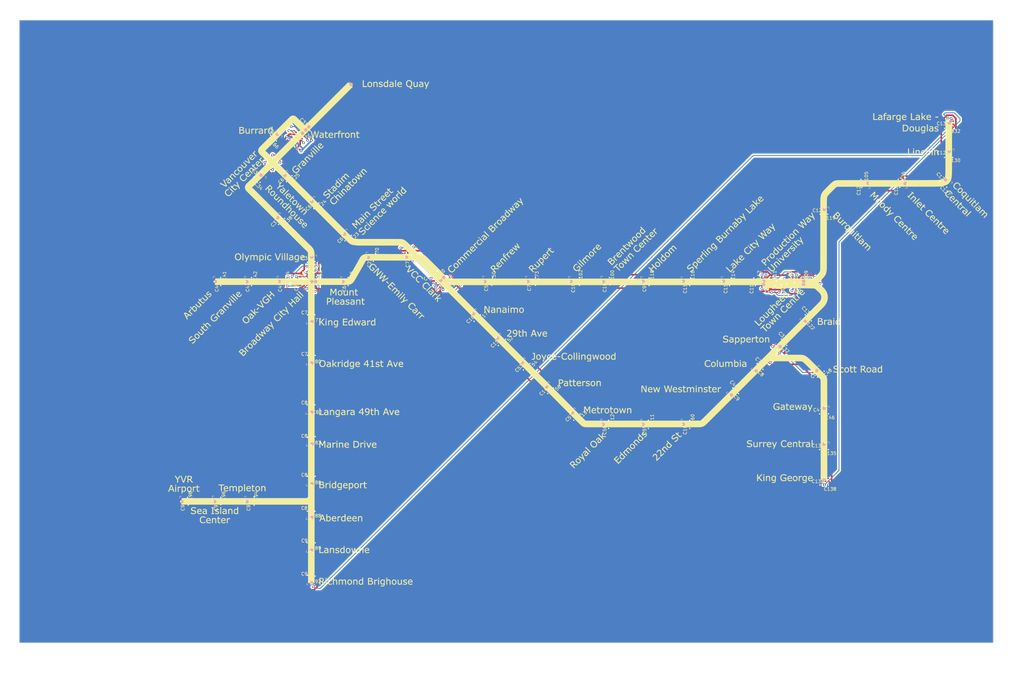
<source format=kicad_pcb>
(kicad_pcb (version 20221018) (generator pcbnew)
  (layers (0 "F.Cu" signal) (31 "B.Cu" signal) (34 "B.Paste" user) (35 "F.Paste" user) (36 "B.SilkS" user "B.Silkscreen") (37 "F.SilkS" user "F.Silkscreen") (38 "B.Mask" user) (39 "F.Mask" user) (44 "Edge.Cuts" user))
  (net 0 "")
  (net 1 "+5V")
  (net 2 "GND")
  (net 3 "LEDS_EXPO_LINE_EAST_TO_WEST")
  (net 4 "LEDS_EXPO_LINE_WEST_TO_EAST")
  (net 5 "Net-(LED108-DOUT)")
  (net 6 "Net-(LED107-DOUT)")
  (net 7 "Net-(LED47-DOUT)")
  (net 8 "Net-(LED1-DOUT)")
  (net 9 "Net-(LED2-DOUT)")
  (net 10 "Net-(LED3-DOUT)")
  (net 11 "Net-(LED4-DOUT)")
  (net 12 "Net-(LED5-DOUT)")
  (net 13 "Net-(LED6-DOUT)")
  (net 14 "Net-(LED7-DOUT)")
  (net 15 "Net-(LED8-DOUT)")
  (net 16 "Net-(LED10-DIN)")
  (net 17 "Net-(LED10-DOUT)")
  (net 18 "Net-(LED11-DOUT)")
  (net 19 "Net-(LED12-DOUT)")
  (net 20 "Net-(LED13-DOUT)")
  (net 21 "Net-(LED14-DOUT)")
  (net 22 "Net-(LED15-DOUT)")
  (net 23 "Net-(LED16-DOUT)")
  (net 24 "Net-(LED17-DOUT)")
  (net 25 "Net-(LED18-DOUT)")
  (net 26 "Net-(LED19-DOUT)")
  (net 27 "Net-(LED20-DOUT)")
  (net 28 "Net-(LED21-DOUT)")
  (net 29 "Net-(LED22-DOUT)")
  (net 30 "Net-(LED23-DOUT)")
  (net 31 "LEDS_MILLENNIUM_LINE_EAST_TO_WEST")
  (net 32 "Net-(LED25-DOUT)")
  (net 33 "Net-(LED120-DOUT)")
  (net 34 "Net-(LED26-DOUT)")
  (net 35 "Net-(LED27-DOUT)")
  (net 36 "Net-(LED28-DOUT)")
  (net 37 "Net-(LED29-DOUT)")
  (net 38 "Net-(LED30-DOUT)")
  (net 39 "Net-(LED31-DOUT)")
  (net 40 "Net-(LED32-DOUT)")
  (net 41 "Net-(LED33-DOUT)")
  (net 42 "Net-(LED34-DOUT)")
  (net 43 "Net-(LED35-DOUT)")
  (net 44 "Net-(LED36-DOUT)")
  (net 45 "Net-(LED37-DOUT)")
  (net 46 "Net-(LED38-DOUT)")
  (net 47 "Net-(LED39-DOUT)")
  (net 48 "Net-(LED40-DOUT)")
  (net 49 "Net-(LED41-DOUT)")
  (net 50 "Net-(LED42-DOUT)")
  (net 51 "Net-(LED43-DOUT)")
  (net 52 "Net-(LED44-DOUT)")
  (net 53 "Net-(LED45-DOUT)")
  (net 54 "Net-(LED46-DOUT)")
  (net 55 "Net-(LED63-DOUT)")
  (net 56 "Net-(LED65-DOUT)")
  (net 57 "Net-(LED122-DOUT)")
  (net 58 "Net-(LED49-DOUT)")
  (net 59 "Net-(LED50-DOUT)")
  (net 60 "Net-(LED51-DOUT)")
  (net 61 "Net-(LED52-DOUT)")
  (net 62 "Net-(LED53-DOUT)")
  (net 63 "Net-(LED54-DOUT)")
  (net 64 "Net-(LED55-DOUT)")
  (net 65 "Net-(LED56-DOUT)")
  (net 66 "Net-(LED57-DOUT)")
  (net 67 "Net-(LED58-DOUT)")
  (net 68 "Net-(LED59-DOUT)")
  (net 69 "Net-(LED60-DOUT)")
  (net 70 "Net-(LED61-DOUT)")
  (net 71 "Net-(LED62-DOUT)")
  (net 72 "Net-(LED66-DOUT)")
  (net 73 "Net-(LED64-DOUT)")
  (net 74 "Net-(LED124-DOUT)")
  (net 75 "Net-(LED67-DOUT)")
  (net 76 "Net-(LED68-DOUT)")
  (net 77 "Net-(LED69-DOUT)")
  (net 78 "Net-(LED70-DOUT)")
  (net 79 "LEDS_MILLENNIUM_LINE_WEST_TO_EAST")
  (net 80 "Net-(LED72-DOUT)")
  (net 81 "Net-(LED73-DOUT)")
  (net 82 "Net-(LED74-DOUT)")
  (net 83 "Net-(LED75-DOUT)")
  (net 84 "Net-(LED76-DOUT)")
  (net 85 "Net-(LED77-DOUT)")
  (net 86 "Net-(LED78-DOUT)")
  (net 87 "Net-(LED79-DOUT)")
  (net 88 "Net-(LED80-DOUT)")
  (net 89 "Net-(LED81-DOUT)")
  (net 90 "Net-(LED82-DOUT)")
  (net 91 "Net-(LED83-DOUT)")
  (net 92 "Net-(LED84-DOUT)")
  (net 93 "Net-(LED85-DOUT)")
  (net 94 "Net-(LED86-DOUT)")
  (net 95 "Net-(LED87-DOUT)")
  (net 96 "Net-(LED88-DOUT)")
  (net 97 "Net-(LED89-DOUT)")
  (net 98 "Net-(LED90-DOUT)")
  (net 99 "Net-(LED91-DOUT)")
  (net 100 "Net-(LED92-DOUT)")
  (net 101 "Net-(LED93-DOUT)")
  (net 102 "LEDS_CANADA_LINE_SOUTH_TO_NORTH")
  (net 103 "Net-(LED95-DOUT)")
  (net 104 "Net-(LED96-DOUT)")
  (net 105 "Net-(LED97-DOUT)")
  (net 106 "Net-(LED98-DOUT)")
  (net 107 "Net-(LED100-DIN)")
  (net 108 "Net-(LED100-DOUT)")
  (net 109 "Net-(LED101-DOUT)")
  (net 110 "Net-(LED102-DOUT)")
  (net 111 "Net-(LED103-DOUT)")
  (net 112 "Net-(LED104-DOUT)")
  (net 113 "Net-(LED105-DOUT)")
  (net 114 "Net-(LED106-DOUT)")
  (net 115 "Net-(LED109-DOUT)")
  (net 116 "LEDS_CANADA_LINE_NORTH_TO_SOUTH")
  (net 117 "Net-(LED111-DOUT)")
  (net 118 "Net-(LED112-DOUT)")
  (net 119 "Net-(LED113-DOUT)")
  (net 120 "Net-(LED114-DOUT)")
  (net 121 "Net-(LED115-DOUT)")
  (net 122 "Net-(LED116-DOUT)")
  (net 123 "Net-(LED117-DOUT)")
  (net 124 "Net-(LED118-DOUT)")
  (net 125 "Net-(LED119-DOUT)")
  (net 126 "Net-(LED121-DOUT)")
  (net 127 "Net-(LED123-DOUT)")
  (net 128 "Net-(LED125-DOUT)")
  (net 129 "LED_OUT")
  (footprint "vancouver-skytrain-pcb.pretty:C_0402_1005Metric" (layer "F.Cu") (at 97 103.75 -90)
    (fp_text reference "C42")
    (fp_text value "1uF,25V,X5R ")
  )
  (footprint "vancouver-skytrain-pcb.pretty:XL-1010RGBC-WS2812B" (layer "F.Cu") (at 133 97.2)
    (fp_text reference "LED66")
    (fp_text value "WS2812B" hide)
  )
  (footprint "vancouver-skytrain-pcb.pretty:XL-1010RGBC-WS2812B" (layer "F.Cu") (at 85.65 174 -90)
    (fp_text reference "LED122")
    (fp_text value "WS2812B" hide)
  )
  (footprint "vancouver-skytrain-pcb.pretty:XL-1010RGBC-WS2812B" (layer "F.Cu") (at 113.252082 60.148959 -45)
    (fp_text reference "LED20")
    (fp_text value "WS2812B" hide)
  )
  (footprint "vancouver-skytrain-pcb.pretty:C_0402_1005Metric" (layer "F.Cu") (at 105 62.5 135)
    (fp_text reference "C66")
    (fp_text value "1uF,25V,X5R ")
  )
  (footprint "vancouver-skytrain-pcb.pretty:XL-1010RGBC-WS2812B" (layer "F.Cu") (at 125.15 104.7)
    (fp_text reference "LED67")
    (fp_text value "WS2812B" hide)
  )
  (footprint "vancouver-skytrain-pcb.pretty:XL-1010RGBC-WS2812B" (layer "F.Cu") (at 172.225 123.575 -135)
    (fp_text reference "LED28")
    (fp_text value "WS2812B" hide)
  )
  (footprint "vancouver-skytrain-pcb.pretty:C_0402_1005Metric" (layer "F.Cu") (at 111.426041 63.073959 135)
    (fp_text reference "C28")
    (fp_text value "1uF,25V,X5R ")
  )
  (footprint "vancouver-skytrain-pcb.pretty:XL-1010RGBC-WS2812B" (layer "F.Cu") (at 265.125 106.625 -90)
    (fp_text reference "LED42")
    (fp_text value "WS2812B" hide)
  )
  (footprint "vancouver-skytrain-pcb.pretty:C_0402_1005Metric" (layer "F.Cu") (at 102.5 60 -45)
    (fp_text reference "C26")
    (fp_text value "1uF,25V,X5R ")
  )
  (footprint "vancouver-skytrain-pcb.pretty:XL-1010RGBC-WS2812B" (layer "F.Cu") (at 188.475 137.223959 -45)
    (fp_text reference "LED11")
    (fp_text value "WS2812B" hide)
  )
  (footprint "vancouver-skytrain-pcb.pretty:XL-1010RGBC-WS2812B" (layer "F.Cu") (at 107.925 72.148959 -45)
    (fp_text reference "LED18")
    (fp_text value "WS2812B" hide)
  )
  (footprint "vancouver-skytrain-pcb.pretty:C_0402_1005Metric" (layer "F.Cu") (at 117 129 180)
    (fp_text reference "C80")
    (fp_text value "1uF,25V,X5R ")
  )
  (footprint "vancouver-skytrain-pcb.pretty:C_0402_1005Metric" (layer "F.Cu") (at 113.735 176.5)
    (fp_text reference "C87")
    (fp_text value "1uF,25V,X5R ")
  )
  (footprint "vancouver-skytrain-pcb.pretty:XL-1010RGBC-WS2812B" (layer "F.Cu") (at 85.875 106.4 -90)
    (fp_text reference "LED72")
    (fp_text value "WS2812B" hide)
  )
  (footprint "vancouver-skytrain-pcb.pretty:C_0402_1005Metric" (layer "F.Cu") (at 113.75 154.25)
    (fp_text reference "C84")
    (fp_text value "1uF,25V,X5R ")
  )
  (footprint "vancouver-skytrain-pcb.pretty:XL-1010RGBC-WS2812B" (layer "F.Cu") (at 182.125 104.6)
    (fp_text reference "LED62")
    (fp_text value "WS2812B" hide)
  )
  (footprint "vancouver-skytrain-pcb.pretty:XL-1010RGBC-WS2812B" (layer "F.Cu") (at 205.3 148.625)
    (fp_text reference "LED9")
    (fp_text value "WS2812B" hide)
  )
  (footprint "vancouver-skytrain-pcb.pretty:XL-1010RGBC-WS2812B" (layer "F.Cu") (at 230.05 150.375 -90)
    (fp_text reference "LED34")
    (fp_text value "WS2812B" hide)
  )
  (footprint "vancouver-skytrain-pcb.pretty:C_0402_1005Metric" (layer "F.Cu") (at 97.25 174.75 90)
    (fp_text reference "C93")
    (fp_text value "1uF,25V,X5R ")
  )
  (footprint "vancouver-skytrain-pcb.pretty:C_0402_1005Metric" (layer "F.Cu") (at 113.75 166.25)
    (fp_text reference "C85")
    (fp_text value "1uF,25V,X5R ")
  )
  (footprint "vancouver-skytrain-pcb.pretty:XL-1010RGBC-WS2812B" (layer "F.Cu") (at 116.25 80.198959 -45)
    (fp_text reference "LED17")
    (fp_text value "WS2812B" hide)
  )
  (footprint "vancouver-skytrain-pcb.pretty:C_0402_1005Metric" (layer "F.Cu") (at 219.25 107.25 90)
    (fp_text reference "C99")
    (fp_text value "1uF,25V,X5R ")
  )
  (footprint "vancouver-skytrain-pcb.pretty:C_0402_1005Metric" (layer "F.Cu") (at 113.735 129)
    (fp_text reference "C78")
    (fp_text value "1uF,25V,X5R ")
  )
  (footprint "vancouver-skytrain-pcb.pretty:C_0402_1005Metric" (layer "F.Cu") (at 261.75 107.5 90)
    (fp_text reference "C107")
    (fp_text value "1uF,25V,X5R ")
  )
  (footprint "LOGO" (layer "F.Cu") (at 175.513588 124.931963)
    (fp_text reference "G***" hide)
    (fp_text value "LOGO" hide)
  )
  (footprint "vancouver-skytrain-pcb.pretty:XL-1010RGBC-WS2812B" (layer "F.Cu") (at 272.5 155.625 180)
    (fp_text reference "LED47")
    (fp_text value "WS2812B" hide)
  )
  (footprint "vancouver-skytrain-pcb.pretty:XL-1010RGBC-WS2812B" (layer "F.Cu") (at 195.226041 146.551041 -135)
    (fp_text reference "LED31")
    (fp_text value "WS2812B" hide)
  )
  (footprint "vancouver-skytrain-pcb.pretty:XL-1010RGBC-WS2812B" (layer "F.Cu") (at 116.325 155.475)
    (fp_text reference "LED99")
    (fp_text value "WS2812B" hide)
  )
  (footprint "vancouver-skytrain-pcb.pretty:XL-1010RGBC-WS2812B" (layer "F.Cu") (at 113.65 106.25 180)
    (fp_text reference "LED112")
    (fp_text value "WS2812B" hide)
  )
  (footprint "vancouver-skytrain-pcb.pretty:C_0402_1005Metric" (layer "F.Cu") (at 271.5 146.25)
    (fp_text reference "C47")
    (fp_text value "1uF,25V,X5R ")
  )
  (footprint "vancouver-skytrain-pcb.pretty:C_0402_1005Metric" (layer "F.Cu") (at 134.5 99.75 90)
    (fp_text reference "C22")
    (fp_text value "1uF,25V,X5R ")
  )
  (footprint "vancouver-skytrain-pcb.pretty:C_0402_1005Metric" (layer "F.Cu") (at 100 75.25 135)
    (fp_text reference "C34")
    (fp_text value "1uF,25V,X5R ")
  )
  (footprint "vancouver-skytrain-pcb.pretty:XL-1010RGBC-WS2812B" (layer "F.Cu") (at 181.025 129.873959 -45)
    (fp_text reference "LED12")
    (fp_text value "WS2812B" hide)
  )
  (footprint "vancouver-skytrain-pcb.pretty:C_0402_1005Metric" (layer "F.Cu") (at 275 84.75 180)
    (fp_text reference "C119")
    (fp_text value "1uF,25V,X5R ")
  )
  (footprint "vancouver-skytrain-pcb.pretty:C_0402_1005Metric" (layer "F.Cu") (at 172.75 125.5 45)
    (fp_text reference "C15")
    (fp_text value "1uF,25V,X5R ")
  )
  (footprint "vancouver-skytrain-pcb.pretty:XL-1010RGBC-WS2812B" (layer "F.Cu") (at 114.575 130.5 90)
    (fp_text reference "LED114")
    (fp_text value "WS2812B" hide)
  )
  (footprint "vancouver-skytrain-pcb.pretty:XL-1010RGBC-WS2812B" (layer "F.Cu") (at 286.85 74.375 90)
    (fp_text reference "LED53")
    (fp_text value "WS2812B" hide)
  )
  (footprint "vancouver-skytrain-pcb.pretty:XL-1010RGBC-WS2812B" (layer "F.Cu") (at 116.25 178.1)
    (fp_text reference "LED97")
    (fp_text value "WS2812B" hide)
  )
  (footprint "vancouver-skytrain-pcb.pretty:C_0402_1005Metric" (layer "F.Cu") (at 231.75 147.75 -90)
    (fp_text reference "C60")
    (fp_text value "1uF,25V,X5R ")
  )
  (footprint "vancouver-skytrain-pcb.pretty:C_0402_1005Metric" (layer "F.Cu") (at 261.75 104.015 -90)
    (fp_text reference "C108")
    (fp_text value "1uF,25V,X5R ")
  )
  (footprint "vancouver-skytrain-pcb.pretty:XL-1010RGBC-WS2812B" (layer "F.Cu") (at 75.6 172.325)
    (fp_text reference "LED120")
    (fp_text value "WS2812B" hide)
  )
  (footprint "vancouver-skytrain-pcb.pretty:XL-1010RGBC-WS2812B" (layer "F.Cu") (at 298.35 74.3 90)
    (fp_text reference "LED52")
    (fp_text value "WS2812B" hide)
  )
  (footprint "vancouver-skytrain-pcb.pretty:C_0402_1005Metric" (layer "F.Cu") (at 126.75 103.75 -90)
    (fp_text reference "C65")
    (fp_text value "1uF,25V,X5R ")
  )
  (footprint "vancouver-skytrain-pcb.pretty:XL-1010RGBC-WS2812B" (layer "F.Cu") (at 230.05 104.675)
    (fp_text reference "LED58")
    (fp_text value "WS2812B" hide)
  )
  (footprint "vancouver-skytrain-pcb.pretty:XL-1010RGBC-WS2812B" (layer "F.Cu") (at 144.7 98.85 -90)
    (fp_text reference "LED78")
    (fp_text value "WS2812B" hide)
  )
  (footprint "vancouver-skytrain-pcb.pretty:XL-1010RGBC-WS2812B" (layer "F.Cu") (at 253.05 133.673959 -45)
    (fp_text reference "LED36")
    (fp_text value "WS2812B" hide)
  )
  (footprint "vancouver-skytrain-pcb.pretty:XL-1010RGBC-WS2812B" (layer "F.Cu") (at 230.025 106.425 -90)
    (fp_text reference "LED85")
    (fp_text value "WS2812B" hide)
  )
  (footprint "vancouver-skytrain-pcb.pretty:XL-1010RGBC-WS2812B" (layer "F.Cu") (at 133 98.925 -90)
    (fp_text reference "LED77")
    (fp_text value "WS2812B" hide)
  )
  (footprint "vancouver-skytrain-pcb.pretty:XL-1010RGBC-WS2812B" (layer "F.Cu") (at 115.475 106.25 -90)
    (fp_text reference "LED75")
    (fp_text value "WS2812B" hide)
  )
  (footprint "vancouver-skytrain-pcb.pretty:C_0402_1005Metric" (layer "F.Cu") (at 117 154 180)
    (fp_text reference "C83")
    (fp_text value "1uF,25V,X5R ")
  )
  (footprint "vancouver-skytrain-pcb.pretty:XL-1010RGBC-WS2812B" (layer "F.Cu") (at 110.726041 60.148959 135)
    (fp_text reference "LED108")
    (fp_text value "WS2812B" hide)
  )
  (footprint "vancouver-skytrain-pcb.pretty:XL-1010RGBC-WS2812B" (layer "F.Cu") (at 272.5 83.25 180)
    (fp_text reference "LED54")
    (fp_text value "WS2812B" hide)
  )
  (footprint "vancouver-skytrain-pcb.pretty:XL-1010RGBC-WS2812B" (layer "F.Cu") (at 286.85 76.125 180)
    (fp_text reference "LED90")
    (fp_text value "WS2812B" hide)
  )
  (footprint "vancouver-skytrain-pcb.pretty:XL-1010RGBC-WS2812B" (layer "F.Cu") (at 144.7 97.1)
    (fp_text reference "LED65")
    (fp_text value "WS2812B" hide)
  )
  (footprint "vancouver-skytrain-pcb.pretty:C_0402_1005Metric" (layer "F.Cu") (at 267.25 115.5 -45)
    (fp_text reference "C133")
    (fp_text value "1uF,25V,X5R ")
  )
  (footprint "vancouver-skytrain-pcb.pretty:C_0402_1005Metric" (layer "F.Cu") (at 271.5 157.25)
    (fp_text reference "C134")
    (fp_text value "1uF,25V,X5R ")
  )
  (footprint "vancouver-skytrain-pcb.pretty:C_0402_1005Metric" (layer "F.Cu") (at 87.25 171.5 -90)
    (fp_text reference "C96")
    (fp_text value "1uF,25V,X5R ")
  )
  (footprint "vancouver-skytrain-pcb.pretty:C_0402_1005Metric" (layer "F.Cu") (at 113.75 186.5)
    (fp_text reference "C90")
    (fp_text value "1uF,25V,X5R ")
  )
  (footprint "vancouver-skytrain-pcb.pretty:C_0402_1005Metric" (layer "F.Cu") (at 97.5 72.75 -45)
    (fp_text reference "C39")
    (fp_text value "1uF,25V,X5R ")
  )
  (footprint "vancouver-skytrain-pcb.pretty:XL-1010RGBC-WS2812B" (layer "F.Cu") (at 104.273959 59.5 135)
    (fp_text reference "LED22")
    (fp_text value "WS2812B" hide)
  )
  (footprint "vancouver-skytrain-pcb.pretty:C_0402_1005Metric" (layer "F.Cu") (at 152.075 104.85 45)
    (fp_text reference "C19")
    (fp_text value "1uF,25V,X5R ")
  )
  (footprint "vancouver-skytrain-pcb.pretty:C_0402_1005Metric" (layer "F.Cu") (at 198.25 145.75 -135)
    (fp_text reference "C13")
    (fp_text value "1uF,25V,X5R ")
  )
  (footprint "vancouver-skytrain-pcb.pretty:C_0402_1005Metric" (layer "F.Cu") (at 231.75 151.235 90)
    (fp_text reference "C10")
    (fp_text value "1uF,25V,X5R ")
  )
  (footprint "vancouver-skytrain-pcb.pretty:XL-1010RGBC-WS2812B" (layer "F.Cu") (at 164.725 116.026041 -135)
    (fp_text reference "LED27")
    (fp_text value "WS2812B" hide)
  )
  (footprint "vancouver-skytrain-pcb.pretty:C_0402_1005Metric" (layer "F.Cu") (at 252.25 130.5 -45)
    (fp_text reference "C7")
    (fp_text value "1uF,25V,X5R ")
  )
  (footprint "vancouver-skytrain-pcb.pretty:XL-1010RGBC-WS2812B" (layer "F.Cu") (at 263.3 104.825 90)
    (fp_text reference "LED55")
    (fp_text value "WS2812B" hide)
  )
  (footprint "vancouver-skytrain-pcb.pretty:C_0402_1005Metric" (layer "F.Cu") (at 219.25 103.875 -90)
    (fp_text reference "C118")
    (fp_text value "1uF,25V,X5R ")
  )
  (footprint "vancouver-skytrain-pcb.pretty:XL-1010RGBC-WS2812B" (layer "F.Cu") (at 114.5 178.075 90)
    (fp_text reference "LED124")
    (fp_text value "WS2812B" hide)
  )
  (footprint "vancouver-skytrain-pcb.pretty:C_0402_1005Metric" (layer "F.Cu") (at 109.75 72.5 -135)
    (fp_text reference "C25")
    (fp_text value "1uF,25V,X5R ")
  )
  (footprint "vancouver-skytrain-pcb.pretty:C_0402_1005Metric" (layer "F.Cu") (at 244.25 107.25 90)
    (fp_text reference "C115")
    (fp_text value "1uF,25V,X5R ")
  )
  (footprint "vancouver-skytrain-pcb.pretty:XL-1010RGBC-WS2812B" (layer "F.Cu") (at 217.625 148.675)
    (fp_text reference "LED8")
    (fp_text value "WS2812B" hide)
  )
  (footprint "vancouver-skytrain-pcb.pretty:C_0402_1005Metric" (layer "F.Cu") (at 252.25 104 -90)
    (fp_text reference "C112")
    (fp_text value "1uF,25V,X5R ")
  )
  (footprint "vancouver-skytrain-pcb.pretty:C_0402_1005Metric" (layer "F.Cu") (at 87.25 174.75 90)
    (fp_text reference "C95")
    (fp_text value "1uF,25V,X5R ")
  )
  (footprint "vancouver-skytrain-pcb.pretty:C_0402_1005Metric" (layer "F.Cu") (at 126.75 107.25 90)
    (fp_text reference "C64")
    (fp_text value "1uF,25V,X5R ")
  )
  (footprint "vancouver-skytrain-pcb.pretty:C_0402_1005Metric" (layer "F.Cu") (at 231.75 107.25 90)
    (fp_text reference "C117")
    (fp_text value "1uF,25V,X5R ")
  )
  (footprint "vancouver-skytrain-pcb.pretty:C_0402_1005Metric" (layer "F.Cu") (at 183.75 103.75 -90)
    (fp_text reference "C73")
    (fp_text value "1uF,25V,X5R ")
  )
  (footprint "vancouver-skytrain-pcb.pretty:C_0402_1005Metric" (layer "F.Cu") (at 257 107.265 90)
    (fp_text reference "C110")
    (fp_text value "1uF,25V,X5R ")
  )
  (footprint "vancouver-skytrain-pcb.pretty:C_0402_1005Metric" (layer "F.Cu") (at 252.25 107.315 90)
    (fp_text reference "C113")
    (fp_text value "1uF,25V,X5R ")
  )
  (footprint "vancouver-skytrain-pcb.pretty:XL-1010RGBC-WS2812B" (layer "F.Cu") (at 270.5 133.522918 -135)
    (fp_text reference "LED45")
    (fp_text value "WS2812B" hide)
  )
  (footprint "vancouver-skytrain-pcb.pretty:C_0402_1005Metric" (layer "F.Cu") (at 158.325 105.6 -135)
    (fp_text reference "C21")
    (fp_text value "1uF,25V,X5R ")
  )
  (footprint "vancouver-skytrain-pcb.pretty:XL-1010RGBC-WS2812B" (layer "F.Cu") (at 253.75 104.665 90)
    (fp_text reference "LED56")
    (fp_text value "WS2812B" hide)
  )
  (footprint "vancouver-skytrain-pcb.pretty:XL-1010RGBC-WS2812B" (layer "F.Cu") (at 105.55 106.375 -90)
    (fp_text reference "LED74")
    (fp_text value "WS2812B" hide)
  )
  (footprint "vancouver-skytrain-pcb.pretty:XL-1010RGBC-WS2812B" (layer "F.Cu") (at 312.75 56.6 -90)
    (fp_text reference "LED94")
    (fp_text value "WS2812B" hide)
  )
  (footprint "vancouver-skytrain-pcb.pretty:C_0402_1005Metric" (layer "F.Cu") (at 125.5 93.25 45)
    (fp_text reference "C69")
    (fp_text value "1uF,25V,X5R ")
  )
  (footprint "vancouver-skytrain-pcb.pretty:C_0402_1005Metric" (layer "F.Cu") (at 112 103.5 -90)
    (fp_text reference "C61")
    (fp_text value "1uF,25V,X5R ")
  )
  (footprint "vancouver-skytrain-pcb.pretty:C_0402_1005Metric" (layer "F.Cu") (at 271.5 168.25)
    (fp_text reference "C136")
    (fp_text value "1uF,25V,X5R ")
  )
  (footprint "vancouver-skytrain-pcb.pretty:C_0402_1005Metric" (layer "F.Cu") (at 257 104 -90)
    (fp_text reference "C111")
    (fp_text value "1uF,25V,X5R ")
  )
  (footprint "vancouver-skytrain-pcb.pretty:XL-1010RGBC-WS2812B" (layer "F.Cu") (at 272.525 166.6 180)
    (fp_text reference "LED48")
    (fp_text value "WS2812B" hide)
  )
  (footprint "vancouver-skytrain-pcb.pretty:XL-1010RGBC-WS2812B" (layer "F.Cu") (at 195.45 104.65)
    (fp_text reference "LED61")
    (fp_text value "WS2812B" hide)
  )
  (footprint "vancouver-skytrain-pcb.pretty:C_0402_1005Metric" (layer "F.Cu") (at 118 80.75 -135)
    (fp_text reference "C24")
    (fp_text value "1uF,25V,X5R ")
  )
  (footprint "vancouver-skytrain-pcb.pretty:XL-1010RGBC-WS2812B" (layer "F.Cu") (at 114.55 155.45 90)
    (fp_text reference "LED116")
    (fp_text value "WS2812B" hide)
  )
  (footprint "vancouver-skytrain-pcb.pretty:C_0402_1005Metric" (layer "F.Cu") (at 244.25 104 -90)
    (fp_text reference "C114")
    (fp_text value "1uF,25V,X5R ")
  )
  (footprint "vancouver-skytrain-pcb.pretty:XL-1010RGBC-WS2812B" (layer "F.Cu") (at 125.15 106.45 -90)
    (fp_text reference "LED76")
    (fp_text value "WS2812B" hide)
  )
  (footprint "vancouver-skytrain-pcb.pretty:C_0402_1005Metric" (layer "F.Cu") (at 113.75 196.75)
    (fp_text reference "C91")
    (fp_text value "1uF,25V,X5R ")
  )
  (footprint "vancouver-skytrain-pcb.pretty:XL-1010RGBC-WS2812B" (layer "F.Cu") (at 272.525 144.55 180)
    (fp_text reference "LED46")
    (fp_text value "WS2812B" hide)
  )
  (footprint "vancouver-skytrain-pcb.pretty:C_0402_1005Metric" (layer "F.Cu") (at 190.25 137.75 -135)
    (fp_text reference "C56")
    (fp_text value "1uF,25V,X5R ")
  )
  (footprint "vancouver-skytrain-pcb.pretty:C_0402_1005Metric" (layer "F.Cu") (at 259.75 123 -45)
    (fp_text reference "C33")
    (fp_text value "1uF,25V,X5R ")
  )
  (footprint "vancouver-skytrain-pcb.pretty:XL-1010RGBC-WS2812B" (layer "F.Cu") (at 205.35 106.325 -90)
    (fp_text reference "LED83")
    (fp_text value "WS2812B" hide)
  )
  (footprint "vancouver-skytrain-pcb.pretty:XL-1010RGBC-WS2812B" (layer "F.Cu") (at 168.9 104.575)
    (fp_text reference "LED63")
    (fp_text value "WS2812B" hide)
  )
  (footprint "vancouver-skytrain-pcb.pretty:C_0402_1005Metric" (layer "F.Cu") (at 311.5 76.75 135)
    (fp_text reference "C127")
    (fp_text value "1uF,25V,X5R ")
  )
  (footprint "vancouver-skytrain-pcb.pretty:XL-1010RGBC-WS2812B" (layer "F.Cu") (at 255.525 106.44 -90)
    (fp_text reference "LED41")
    (fp_text value "WS2812B" hide)
  )
  (footprint "vancouver-skytrain-pcb.pretty:XL-1010RGBC-WS2812B" (layer "F.Cu") (at 95.55 106.425 -90)
    (fp_text reference "LED73")
    (fp_text value "WS2812B" hide)
  )
  (footprint "vancouver-skytrain-pcb.pretty:XL-1010RGBC-WS2812B" (layer "F.Cu") (at 165.976041 114.776041 -45)
    (fp_text reference "LED14")
    (fp_text value "WS2812B" hide)
  )
  (footprint "vancouver-skytrain-pcb.pretty:C_0402_1005Metric" (layer "F.Cu") (at 183.75 107 90)
    (fp_text reference "C74")
    (fp_text value "1uF,25V,X5R ")
  )
  (footprint "vancouver-skytrain-pcb.pretty:XL-1010RGBC-WS2812B" (layer "F.Cu") (at 251.825 132.448959 45)
    (fp_text reference "LED5")
    (fp_text value "WS2812B" hide)
  )
  (footprint "vancouver-skytrain-pcb.pretty:C_0402_1005Metric" (layer "F.Cu") (at 97.25 171.5 -90)
    (fp_text reference "C94")
    (fp_text value "1uF,25V,X5R ")
  )
  (footprint "vancouver-skytrain-pcb.pretty:XL-1010RGBC-WS2812B" (layer "F.Cu") (at 260.425 126.148959 -45)
    (fp_text reference "LED37")
    (fp_text value "WS2812B" hide)
  )
  (footprint "vancouver-skytrain-pcb.pretty:XL-1010RGBC-WS2812B" (layer "F.Cu") (at 310.625 73.751041 135)
    (fp_text reference "LED51")
    (fp_text value "WS2812B" hide)
  )
  (footprint "vancouver-skytrain-pcb.pretty:C_0402_1005Metric" (layer "F.Cu") (at 117 166.25 180)
    (fp_text reference "C86")
    (fp_text value "1uF,25V,X5R ")
  )
  (footprint "vancouver-skytrain-pcb.pretty:C_0402_1005Metric" (layer "F.Cu") (at 308.75 74.25 -45)
    (fp_text reference "C128")
    (fp_text value "1uF,25V,X5R ")
  )
  (footprint "vancouver-skytrain-pcb.pretty:C_0402_1005Metric" (layer "F.Cu") (at 313.5 67 180)
    (fp_text reference "C130")
    (fp_text value "1uF,25V,X5R ")
  )
  (footprint "vancouver-skytrain-pcb.pretty:C_0402_1005Metric" (layer "F.Cu") (at 207 151.235 90)
    (fp_text reference "C58")
    (fp_text value "1uF,25V,X5R ")
  )
  (footprint "vancouver-skytrain-pcb.pretty:C_0402_1005Metric" (layer "F.Cu") (at 154.575 102.1 -135)
    (fp_text reference "C20")
    (fp_text value "1uF,25V,X5R ")
  )
  (footprint "vancouver-skytrain-pcb.pretty:XL-1010RGBC-WS2812B" (layer "F.Cu") (at 105.551041 60.75 -135)
    (fp_text reference "LED19")
    (fp_text value "WS2812B" hide)
  )
  (footprint "vancouver-skytrain-pcb.pretty:XL-1010RGBC-WS2812B" (layer "F.Cu") (at 114.625 98.025 180)
    (fp_text reference "LED111")
    (fp_text value "WS2812B" hide)
  )
  (footprint "vancouver-skytrain-pcb.pretty:XL-1010RGBC-WS2812B" (layer "F.Cu") (at 298.325 76.075 180)
    (fp_text reference "LED91")
    (fp_text value "WS2812B" hide)
  )
  (footprint "vancouver-skytrain-pcb.pretty:XL-1010RGBC-WS2812B" (layer "F.Cu") (at 156.351041 105.248959 -45)
    (fp_text reference "LED15")
    (fp_text value "WS2812B" hide)
  )
  (footprint "vancouver-skytrain-pcb.pretty:C_0402_1005Metric" (layer "F.Cu") (at 77 174.75 90)
    (fp_text reference "C97")
    (fp_text value "1uF,25V,X5R ")
  )
  (footprint "vancouver-skytrain-pcb.pretty:XL-1010RGBC-WS2812B" (layer "F.Cu") (at 116.25 167.75)
    (fp_text reference "LED98")
    (fp_text value "WS2812B" hide)
  )
  (footprint "vancouver-skytrain-pcb.pretty:C_0402_1005Metric" (layer "F.Cu") (at 112.25 57.173959 -45)
    (fp_text reference "C31")
    (fp_text value "1uF,25V,X5R ")
  )
  (footprint "vancouver-skytrain-pcb.pretty:XL-1010RGBC-WS2812B" (layer "F.Cu") (at 259.173959 124.925 45)
    (fp_text reference "LED44")
    (fp_text value "WS2812B" hide)
  )
  (footprint "vancouver-skytrain-pcb.pretty:C_0402_1005Metric" (layer "F.Cu") (at 146.25 96.5 -90)
    (fp_text reference "C71")
    (fp_text value "1uF,25V,X5R ")
  )
  (footprint "vancouver-skytrain-pcb.pretty:C_0402_1005Metric" (layer "F.Cu") (at 117 116.25 180)
    (fp_text reference "C77")
    (fp_text value "1uF,25V,X5R ")
  )
  (footprint "vancouver-skytrain-pcb.pretty:XL-1010RGBC-WS2812B" (layer "F.Cu") (at 217.625 106.425 -90)
    (fp_text reference "LED84")
    (fp_text value "WS2812B" hide)
  )
  (footprint "vancouver-skytrain-pcb.pretty:XL-1010RGBC-WS2812B" (layer "F.Cu") (at 114.998959 81.45 -135)
    (fp_text reference "LED24")
    (fp_text value "WS2812B" hide)
  )
  (footprint "vancouver-skytrain-pcb.pretty:C_0402_1005Metric" (layer "F.Cu") (at 134.5 96.5 -90)
    (fp_text reference "C70")
    (fp_text value "1uF,25V,X5R ")
  )
  (footprint "vancouver-skytrain-pcb.pretty:C_0402_1005Metric" (layer "F.Cu") (at 165.25 118 45)
    (fp_text reference "C16")
    (fp_text value "1uF,25V,X5R ")
  )
  (footprint "vancouver-skytrain-pcb.pretty:XL-1010RGBC-WS2812B" (layer "F.Cu") (at 217.625 150.425 -90)
    (fp_text reference "LED33")
    (fp_text value "WS2812B" hide)
  )
  (footprint "vancouver-skytrain-pcb.pretty:C_0402_1005Metric" (layer "F.Cu") (at 117.25 99.5 180)
    (fp_text reference "C35")
    (fp_text value "1uF,25V,X5R ")
  )
  (footprint "vancouver-skytrain-pcb.pretty:XL-1010RGBC-WS2812B" (layer "F.Cu") (at 230.05 148.625)
    (fp_text reference "LED7")
    (fp_text value "WS2812B" hide)
  )
  (footprint "vancouver-skytrain-pcb.pretty:XL-1010RGBC-WS2812B" (layer "F.Cu") (at 126.223959 90.25 -45)
    (fp_text reference "LED16")
    (fp_text value "WS2812B" hide)
  )
  (footprint "vancouver-skytrain-pcb.pretty:C_0402_1005Metric" (layer "F.Cu") (at 275.25 168.25 180)
    (fp_text reference "C138")
    (fp_text value "1uF,25V,X5R ")
  )
  (footprint "vancouver-skytrain-pcb.pretty:C_0402_1005Metric" (layer "F.Cu") (at 170.5 103.8 -90)
    (fp_text reference "C50")
    (fp_text value "1uF,25V,X5R ")
  )
  (footprint "vancouver-skytrain-pcb.pretty:XL-1010RGBC-WS2812B" (layer "F.Cu") (at 205.35 104.575)
    (fp_text reference "LED60")
    (fp_text value "WS2812B" hide)
  )
  (footprint "vancouver-skytrain-pcb.pretty:C_0402_1005Metric" (layer "F.Cu") (at 266.75 104 -90)
    (fp_text reference "C109")
    (fp_text value "1uF,25V,X5R ")
  )
  (footprint "LOGO" (layer "F.Cu") (at 175.513588 124.931963)
    (fp_text reference "G***" hide)
    (fp_text value "LOGO" hide)
  )
  (footprint "vancouver-skytrain-pcb.pretty:XL-1010RGBC-WS2812B" (layer "F.Cu") (at 274.25 155.625 -90)
    (fp_text reference "LED2")
    (fp_text value "WS2812B" hide)
  )
  (footprint "vancouver-skytrain-pcb.pretty:C_0402_1005Metric" (layer "F.Cu") (at 285.25 77 90)
    (fp_text reference "C124")
    (fp_text value "1uF,25V,X5R ")
  )
  (footprint "vancouver-skytrain-pcb.pretty:XL-1010RGBC-WS2812B" (layer "F.Cu") (at 195.45 106.4 -90)
    (fp_text reference "LED82")
    (fp_text value "WS2812B" hide)
  )
  (footprint "vancouver-skytrain-pcb.pretty:C_0402_1005Metric" (layer "F.Cu") (at 197.25 107 90)
    (fp_text reference "C104")
    (fp_text value "1uF,25V,X5R ")
  )
  (footprint "vancouver-skytrain-pcb.pretty:XL-1010RGBC-WS2812B" (layer "F.Cu") (at 242.425 104.675)
    (fp_text reference "LED57")
    (fp_text value "WS2812B" hide)
  )
  (footprint "vancouver-skytrain-pcb.pretty:XL-1010RGBC-WS2812B" (layer "F.Cu") (at 187.225 138.475 -135)
    (fp_text reference "LED30")
    (fp_text value "WS2812B" hide)
  )
  (footprint "vancouver-skytrain-pcb.pretty:XL-1010RGBC-WS2812B" (layer "F.Cu") (at 244.25 139.823959 45)
    (fp_text reference "LED6")
    (fp_text value "WS2812B" hide)
  )
  (footprint "vancouver-skytrain-pcb.pretty:C_0402_1005Metric" (layer "F.Cu") (at 271 135.25 45)
    (fp_text reference "C6")
    (fp_text value "1uF,25V,X5R ")
  )
  (footprint "vancouver-skytrain-pcb.pretty:C_0402_1005Metric" (layer "F.Cu") (at 117 103.485 -90)
    (fp_text reference "C63")
    (fp_text value "1uF,25V,X5R ")
  )
  (footprint "vancouver-skytrain-pcb.pretty:XL-1010RGBC-WS2812B" (layer "F.Cu") (at 274.275 144.575 -90)
    (fp_text reference "LED3")
    (fp_text value "WS2812B" hide)
  )
  (footprint "vancouver-skytrain-pcb.pretty:XL-1010RGBC-WS2812B" (layer "F.Cu") (at 114.7 198.25 90)
    (fp_text reference "LED126")
    (fp_text value "WS2812B" hide)
  )
  (footprint "vancouver-skytrain-pcb.pretty:C_0402_1005Metric" (layer "F.Cu") (at 170.5 107.05 90)
    (fp_text reference "C51")
    (fp_text value "1uF,25V,X5R ")
  )
  (footprint "vancouver-skytrain-pcb.pretty:C_0402_1005Metric" (layer "F.Cu") (at 112 107 90)
    (fp_text reference "C75")
    (fp_text value "1uF,25V,X5R ")
  )
  (footprint "vancouver-skytrain-pcb.pretty:C_0402_1005Metric" (layer "F.Cu") (at 117 176.5 180)
    (fp_text reference "C88")
    (fp_text value "1uF,25V,X5R ")
  )
  (footprint "vancouver-skytrain-pcb.pretty:XL-1010RGBC-WS2812B" (layer "F.Cu") (at 104.348959 86.4 -135)
    (fp_text reference "LED110")
    (fp_text value "WS2812B" hide)
  )
  (footprint "vancouver-skytrain-pcb.pretty:XL-1010RGBC-WS2812B" (layer "F.Cu") (at 263.3 106.625 180)
    (fp_text reference "LED88")
    (fp_text value "WS2812B" hide)
  )
  (footprint "vancouver-skytrain-pcb.pretty:XL-1010RGBC-WS2812B" (layer "F.Cu") (at 95.6 174.075 -90)
    (fp_text reference "LED123")
    (fp_text value "WS2812B" hide)
  )
  (footprint "vancouver-skytrain-pcb.pretty:XL-1010RGBC-WS2812B" (layer "F.Cu") (at 205.325 150.375 -90)
    (fp_text reference "LED32")
    (fp_text value "WS2812B" hide)
  )
  (footprint "vancouver-skytrain-pcb.pretty:C_0402_1005Metric" (layer "F.Cu") (at 310 58)
    (fp_text reference "C131")
    (fp_text value "1uF,25V,X5R ")
  )
  (footprint "vancouver-skytrain-pcb.pretty:C_0402_1005Metric" (layer "F.Cu") (at 107 107.25 90)
    (fp_text reference "C45")
    (fp_text value "1uF,25V,X5R ")
  )
  (footprint "vancouver-skytrain-pcb.pretty:C_0402_1005Metric" (layer "F.Cu") (at 175.5 122.75 -135)
    (fp_text reference "C52")
    (fp_text value "1uF,25V,X5R ")
  )
  (footprint "vancouver-skytrain-pcb.pretty:XL-1010RGBC-WS2812B" (layer "F.Cu") (at 112 58.898959 45)
    (fp_text reference "LED21")
    (fp_text value "WS2812B" hide)
  )
  (footprint "vancouver-skytrain-pcb.pretty:XL-1010RGBC-WS2812B" (layer "F.Cu") (at 95.55 104.65)
    (fp_text reference "LED70")
    (fp_text value "WS2812B" hide)
  )
  (footprint "vancouver-skytrain-pcb.pretty:XL-1010RGBC-WS2812B" (layer "F.Cu") (at 114.55 117.875 90)
    (fp_text reference "LED113")
    (fp_text value "WS2812B" hide)
  )
  (footprint "vancouver-skytrain-pcb.pretty:C_0402_1005Metric" (layer "F.Cu") (at 269.75 118 135)
    (fp_text reference "C122")
    (fp_text value "1uF,25V,X5R ")
  )
  (footprint "vancouver-skytrain-pcb.pretty:XL-1010RGBC-WS2812B" (layer "F.Cu") (at 255.525 104.665)
    (fp_text reference "LED40")
    (fp_text value "WS2812B" hide)
  )
  (footprint "vancouver-skytrain-pcb.pretty:C_0402_1005Metric" (layer "F.Cu") (at 207 147.75 -90)
    (fp_text reference "C12")
    (fp_text value "1uF,25V,X5R ")
  )
  (footprint "vancouver-skytrain-pcb.pretty:C_0402_1005Metric" (layer "F.Cu") (at 207 103.86 -90)
    (fp_text reference "C100")
    (fp_text value "1uF,25V,X5R ")
  )
  (footprint "vancouver-skytrain-pcb.pretty:XL-1010RGBC-WS2812B" (layer "F.Cu") (at 116.325 188.2)
    (fp_text reference "LED96")
    (fp_text value "WS2812B" hide)
  )
  (footprint "vancouver-skytrain-pcb.pretty:C_0402_1005Metric" (layer "F.Cu") (at 296.75 73.5 -90)
    (fp_text reference "C125")
    (fp_text value "1uF,25V,X5R ")
  )
  (footprint "vancouver-skytrain-pcb.pretty:C_0402_1005Metric" (layer "F.Cu") (at 107.5 85.75 -135)
    (fp_text reference "C38")
    (fp_text value "1uF,25V,X5R ")
  )
  (footprint "vancouver-skytrain-pcb.pretty:XL-1010RGBC-WS2812B" (layer "F.Cu") (at 100.6 73.376041 -135)
    (fp_text reference "LED106")
    (fp_text value "WS2812B" hide)
  )
  (footprint "vancouver-skytrain-pcb.pretty:XL-1010RGBC-WS2812B" (layer "F.Cu") (at 168.925 106.35 -90)
    (fp_text reference "LED80")
    (fp_text value "WS2812B" hide)
  )
  (footprint "vancouver-skytrain-pcb.pretty:C_0402_1005Metric" (layer "F.Cu") (at 117 107 90)
    (fp_text reference "C62")
    (fp_text value "1uF,25V,X5R ")
  )
  (footprint "vancouver-skytrain-pcb.pretty:XL-1010RGBC-WS2812B" (layer "F.Cu") (at 114.5 167.75 90)
    (fp_text reference "LED117")
    (fp_text value "WS2812B" hide)
  )
  (footprint "vancouver-skytrain-pcb.pretty:C_0402_1005Metric" (layer "F.Cu") (at 114.976041 59.673959 135)
    (fp_text reference "C29")
    (fp_text value "1uF,25V,X5R ")
  )
  (footprint "vancouver-skytrain-pcb.pretty:C_0402_1005Metric" (layer "F.Cu") (at 113.75 116.25)
    (fp_text reference "C76")
    (fp_text value "1uF,25V,X5R ")
  )
  (footprint "vancouver-skytrain-pcb.pretty:C_0402_1005Metric" (layer "F.Cu") (at 128 90.75 -135)
    (fp_text reference "C23")
    (fp_text value "1uF,25V,X5R ")
  )
  (footprint "vancouver-skytrain-pcb.pretty:C_0402_1005Metric" (layer "F.Cu") (at 219.25 151.25 90)
    (fp_text reference "C59")
    (fp_text value "1uF,25V,X5R ")
  )
  (footprint "vancouver-skytrain-pcb.pretty:C_0402_1005Metric" (layer "F.Cu") (at 231.75 104 -90)
    (fp_text reference "C116")
    (fp_text value "1uF,25V,X5R ")
  )
  (footprint "vancouver-skytrain-pcb.pretty:XL-1010RGBC-WS2812B" (layer "F.Cu") (at 155.101041 106.5 -135)
    (fp_text reference "LED26")
    (fp_text value "WS2812B" hide)
  )
  (footprint "vancouver-skytrain-pcb.pretty:C_0402_1005Metric" (layer "F.Cu") (at 195.75 148.25 45)
    (fp_text reference "C57")
    (fp_text value "1uF,25V,X5R ")
  )
  (footprint "vancouver-skytrain-pcb.pretty:C_0402_1005Metric" (layer "F.Cu") (at 197.25 103.75 -90)
    (fp_text reference "C102")
    (fp_text value "1uF,25V,X5R ")
  )
  (footprint "vancouver-skytrain-pcb.pretty:C_0402_1005Metric" (layer "F.Cu") (at 107 103.75 -90)
    (fp_text reference "C44")
    (fp_text value "1uF,25V,X5R ")
  )
  (footprint "vancouver-skytrain-pcb.pretty:C_0402_1005Metric" (layer "F.Cu") (at 113.75 144)
    (fp_text reference "C81")
    (fp_text value "1uF,25V,X5R ")
  )
  (footprint "vancouver-skytrain-pcb.pretty:C_0402_1005Metric" (layer "F.Cu") (at 310 67)
    (fp_text reference "C129")
    (fp_text value "1uF,25V,X5R ")
  )
  (footprint "vancouver-skytrain-pcb.pretty:C_0402_1005Metric" (layer "F.Cu") (at 108.926041 60.573959 -45)
    (fp_text reference "C27")
    (fp_text value "1uF,25V,X5R ")
  )
  (footprint "vancouver-skytrain-pcb.pretty:C_0402_1005Metric" (layer "F.Cu") (at 146.25 99.735 90)
    (fp_text reference "C72")
    (fp_text value "1uF,25V,X5R ")
  )
  (footprint "vancouver-skytrain-pcb.pretty:XL-1010RGBC-WS2812B" (layer "F.Cu") (at 153.85 105.298959 135)
    (fp_text reference "LED79")
    (fp_text value "WS2812B" hide)
  )
  (footprint "vancouver-skytrain-pcb.pretty:XL-1010RGBC-WS2812B" (layer "F.Cu") (at 155.1 104.047918 45)
    (fp_text reference "LED64")
    (fp_text value "WS2812B" hide)
  )
  (footprint "vancouver-skytrain-pcb.pretty:XL-1010RGBC-WS2812B" (layer "F.Cu") (at 124.973959 91.5 -135)
    (fp_text reference "LED25")
    (fp_text value "WS2812B" hide)
  )
  (footprint "vancouver-skytrain-pcb.pretty:C_0402_1005Metric" (layer "F.Cu") (at 155.575 108.35 45)
    (fp_text reference "C18")
    (fp_text value "1uF,25V,X5R ")
  )
  (footprint "vancouver-skytrain-pcb.pretty:C_0402_1005Metric" (layer "F.Cu") (at 219.25 147.75 -90)
    (fp_text reference "C11")
    (fp_text value "1uF,25V,X5R ")
  )
  (footprint "vancouver-skytrain-pcb.pretty:C_0402_1005Metric" (layer "F.Cu") (at 247.25 140.5 135)
    (fp_text reference "C9")
    (fp_text value "1uF,25V,X5R ")
  )
  (footprint "vancouver-skytrain-pcb.pretty:C_0402_1005Metric" (layer "F.Cu") (at 244.75 138 -45)
    (fp_text reference "C49")
    (fp_text value "1uF,25V,X5R ")
  )
  (footprint "vancouver-skytrain-pcb.pretty:C_0402_1005Metric" (layer "F.Cu") (at 187.75 140.25 45)
    (fp_text reference "C14")
    (fp_text value "1uF,25V,X5R ")
  )
  (footprint "vancouver-skytrain-pcb.pretty:C_0402_1005Metric" (layer "F.Cu") (at 117 144 180)
    (fp_text reference "C82")
    (fp_text value "1uF,25V,X5R ")
  )
  (footprint "vancouver-skytrain-pcb.pretty:XL-1010RGBC-WS2812B" (layer "F.Cu") (at 242.425 106.425 -90)
    (fp_text reference "LED86")
    (fp_text value "WS2812B" hide)
  )
  (footprint "vancouver-skytrain-pcb.pretty:XL-1010RGBC-WS2812B" (layer "F.Cu") (at 85.9 104.625)
    (fp_text reference "LED71")
    (fp_text value "WS2812B" hide)
  )
  (footprint "vancouver-skytrain-pcb.pretty:XL-1010RGBC-WS2812B" (layer "F.Cu") (at 179.775 131.125 -135)
    (fp_text reference "LED29")
    (fp_text value "WS2812B" hide)
  )
  (footprint "vancouver-skytrain-pcb.pretty:XL-1010RGBC-WS2812B" (layer "F.Cu") (at 271.775 132.298959 -45)
    (fp_text reference "LED4")
    (fp_text value "WS2812B" hide)
  )
  (footprint "vancouver-skytrain-pcb.pretty:XL-1010RGBC-WS2812B" (layer "F.Cu") (at 116.325 130.525)
    (fp_text reference "LED101")
    (fp_text value "WS2812B" hide)
  )
  (footprint "vancouver-skytrain-pcb.pretty:XL-1010RGBC-WS2812B" (layer "F.Cu") (at 99.348959 72.125 135)
    (fp_text reference "LED109")
    (fp_text value "WS2812B" hide)
  )
  (footprint "vancouver-skytrain-pcb.pretty:C_0402_1005Metric" (layer "F.Cu") (at 105 88.25 45)
    (fp_text reference "C37")
    (fp_text value "1uF,25V,X5R ")
  )
  (footprint "vancouver-skytrain-pcb.pretty:XL-1010RGBC-WS2812B" (layer "F.Cu") (at 217.625 104.675)
    (fp_text reference "LED59")
    (fp_text value "WS2812B" hide)
  )
  (footprint "vancouver-skytrain-pcb.pretty:XL-1010RGBC-WS2812B" (layer "F.Cu") (at 265.125 104.825)
    (fp_text reference "LED39")
    (fp_text value "WS2812B" hide)
  )
  (footprint "vancouver-skytrain-pcb.pretty:XL-1010RGBC-WS2812B" (layer "F.Cu") (at 245.477082 141.048959 -45)
    (fp_text reference "LED35")
    (fp_text value "WS2812B" hide)
  )
  (footprint "vancouver-skytrain-pcb.pretty:C_0402_1005Metric" (layer "F.Cu") (at 107.25 75 45)
    (fp_text reference "C67")
    (fp_text value "1uF,25V,X5R ")
  )
  (footprint "vancouver-skytrain-pcb.pretty:C_0402_1005Metric" (layer "F.Cu") (at 271.75 84.75)
    (fp_text reference "C121")
    (fp_text value "1uF,25V,X5R ")
  )
  (footprint "vancouver-skytrain-pcb.pretty:C_0402_1005Metric" (layer "F.Cu") (at 113.75 99.5)
    (fp_text reference "C36")
    (fp_text value "1uF,25V,X5R ")
  )
  (footprint "vancouver-skytrain-pcb.pretty:C_0402_1005Metric" (layer "F.Cu") (at 180.25 133 45)
    (fp_text reference "C53")
    (fp_text value "1uF,25V,X5R ")
  )
  (footprint "vancouver-skytrain-pcb.pretty:XL-1010RGBC-WS2812B" (layer "F.Cu") (at 182.1 106.35 -90)
    (fp_text reference "LED81")
    (fp_text value "WS2812B" hide)
  )
  (footprint "vancouver-skytrain-pcb.pretty:C_0402_1005Metric" (layer "F.Cu") (at 262.25 125.5 135)
    (fp_text reference "C32")
    (fp_text value "1uF,25V,X5R ")
  )
  (footprint "vancouver-skytrain-pcb.pretty:XL-1010RGBC-WS2812B" (layer "F.Cu") (at 116.175 145.725)
    (fp_text reference "LED100")
    (fp_text value "WS2812B" hide)
  )
  (footprint "vancouver-skytrain-pcb.pretty:C_0402_1005Metric" (layer "F.Cu") (at 207 106.875 90)
    (fp_text reference "C101")
    (fp_text value "1uF,25V,X5R ")
  )
  (footprint "vancouver-skytrain-pcb.pretty:C_0402_1005Metric" (layer "F.Cu") (at 285.25 73.5 -90)
    (fp_text reference "C105")
    (fp_text value "1uF,25V,X5R ")
  )
  (footprint "vancouver-skytrain-pcb.pretty:C_0402_1005Metric" (layer "F.Cu") (at 87.5 103.75 -90)
    (fp_text reference "C41")
    (fp_text value "1uF,25V,X5R ")
  )
  (footprint "vancouver-skytrain-pcb.pretty:XL-1010RGBC-WS2812B" (layer "F.Cu") (at 95.6 172.325)
    (fp_text reference "LED118")
    (fp_text value "WS2812B" hide)
  )
  (footprint "vancouver-skytrain-pcb.pretty:XL-1010RGBC-WS2812B" (layer "F.Cu") (at 266.873959 117.1 45)
    (fp_text reference "LED43")
    (fp_text value "WS2812B" hide)
  )
  (footprint "vancouver-skytrain-pcb.pretty:XL-1010RGBC-WS2812B" (layer "F.Cu") (at 274.25 83.25 -90)
    (fp_text reference "LED89")
    (fp_text value "WS2812B" hide)
  )
  (footprint "vancouver-skytrain-pcb.pretty:XL-1010RGBC-WS2812B" (layer "F.Cu") (at 116.325 117.9)
    (fp_text reference "LED102")
    (fp_text value "WS2812B" hide)
  )
  (footprint "vancouver-skytrain-pcb.pretty:XL-1010RGBC-WS2812B" (layer "F.Cu") (at 253.75 106.44 180)
    (fp_text reference "LED87")
    (fp_text value "WS2812B" hide)
  )
  (footprint "vancouver-skytrain-pcb.pretty:XL-1010RGBC-WS2812B" (layer "F.Cu") (at 311 56.6 180)
    (fp_text reference "LED49")
    (fp_text value "WS2812B" hide)
  )
  (footprint "vancouver-skytrain-pcb.pretty:C_0402_1005Metric" (layer "F.Cu") (at 183 130.25 -135)
    (fp_text reference "C54")
    (fp_text value "1uF,25V,X5R ")
  )
  (footprint "vancouver-skytrain-pcb.pretty:XL-1010RGBC-WS2812B" (layer "F.Cu") (at 75.575 174.175 -90)
    (fp_text reference "LED121")
    (fp_text value "WS2812B" hide)
  )
  (footprint "vancouver-skytrain-pcb.pretty:XL-1010RGBC-WS2812B" (layer "F.Cu") (at 268.125 118.351041 -45)
    (fp_text reference "LED38")
    (fp_text value "WS2812B" hide)
  )
  (footprint "vancouver-skytrain-pcb.pretty:XL-1010RGBC-WS2812B" (layer "F.Cu") (at 311 65.375 180)
    (fp_text reference "LED50")
    (fp_text value "WS2812B" hide)
  )
  (footprint "vancouver-skytrain-pcb.pretty:C_0402_1005Metric" (layer "F.Cu") (at 167.75 115.25 -135)
    (fp_text reference "C17")
    (fp_text value "1uF,25V,X5R ")
  )
  (footprint "vancouver-skytrain-pcb.pretty:XL-1010RGBC-WS2812B" (layer "F.Cu") (at 85.625 172.275)
    (fp_text reference "LED119")
    (fp_text value "WS2812B" hide)
  )
  (footprint "vancouver-skytrain-pcb.pretty:C_0402_1005Metric" (layer "F.Cu") (at 275.25 146.25 180)
    (fp_text reference "C46")
    (fp_text value "1uF,25V,X5R ")
  )
  (footprint "vancouver-skytrain-pcb.pretty:C_0402_1005Metric" (layer "F.Cu") (at 97 107.25 90)
    (fp_text reference "C43")
    (fp_text value "1uF,25V,X5R ")
  )
  (footprint "vancouver-skytrain-pcb.pretty:XL-1010RGBC-WS2812B" (layer "F.Cu") (at 116.45 198.275)
    (fp_text reference "LED95")
    (fp_text value "WS2812B" hide)
  )
  (footprint "vancouver-skytrain-pcb.pretty:C_0402_1005Metric" (layer "F.Cu") (at 296.75 77 90)
    (fp_text reference "C126")
    (fp_text value "1uF,25V,X5R ")
  )
  (footprint "vancouver-skytrain-pcb.pretty:C_0402_1005Metric" (layer "F.Cu") (at 266.75 107.5 90)
    (fp_text reference "C106")
    (fp_text value "1uF,25V,X5R ")
  )
  (footprint "LOGO" (layer "F.Cu") (at 175.513588 124.931963)
    (fp_text reference "G***" hide)
    (fp_text value "LOGO" hide)
  )
  (footprint "vancouver-skytrain-pcb.pretty:C_0402_1005Metric" (layer "F.Cu") (at 87.5 107.25 90)
    (fp_text reference "C40")
    (fp_text value "1uF,25V,X5R ")
  )
  (footprint "vancouver-skytrain-pcb.pretty:XL-1010RGBC-WS2812B" (layer "F.Cu") (at 173.45 122.348959 -45)
    (fp_text reference "LED13")
    (fp_text value "WS2812B" hide)
  )
  (footprint "vancouver-skytrain-pcb.pretty:XL-1010RGBC-WS2812B" (layer "F.Cu") (at 196.476041 145.3 -45)
    (fp_text reference "LED10")
    (fp_text value "WS2812B" hide)
  )
  (footprint "vancouver-skytrain-pcb.pretty:XL-1010RGBC-WS2812B" (layer "F.Cu") (at 274.3 166.575 -90)
    (fp_text reference "LED1")
    (fp_text value "WS2812B" hide)
  )
  (footprint "vancouver-skytrain-pcb.pretty:XL-1010RGBC-WS2812B" (layer "F.Cu") (at 105.55 104.6)
    (fp_text reference "LED69")
    (fp_text value "WS2812B" hide)
  )
  (footprint "vancouver-skytrain-pcb.pretty:XL-1010RGBC-WS2812B" (layer "F.Cu") (at 114.575 188.2 90)
    (fp_text reference "LED125")
    (fp_text value "WS2812B" hide)
  )
  (footprint "vancouver-skytrain-pcb.pretty:C_0402_1005Metric" (layer "F.Cu") (at 313.5 58 180)
    (fp_text reference "C132")
    (fp_text value "1uF,25V,X5R ")
  )
  (footprint "vancouver-skytrain-pcb.pretty:XL-1010RGBC-WS2812B" (layer "F.Cu") (at 115.5 104.45)
    (fp_text reference "LED68")
    (fp_text value "WS2812B" hide)
  )
  (footprint "vancouver-skytrain-pcb.pretty:C_0402_1005Metric" (layer "F.Cu") (at 77 171.5 -90)
    (fp_text reference "C98")
    (fp_text value "1uF,25V,X5R ")
  )
  (footprint "vancouver-skytrain-pcb.pretty:C_0402_1005Metric" (layer "F.Cu") (at 254.75 133 135)
    (fp_text reference "C8")
    (fp_text value "1uF,25V,X5R ")
  )
  (footprint "vancouver-skytrain-pcb.pretty:XL-1010RGBC-WS2812B" (layer "F.Cu") (at 105.623959 85.175 -45)
    (fp_text reference "LED105")
    (fp_text value "WS2812B" hide)
  )
  (footprint "vancouver-skytrain-pcb.pretty:XL-1010RGBC-WS2812B" (layer "F.Cu") (at 106.623959 73.35 -135)
    (fp_text reference "LED23")
    (fp_text value "WS2812B" hide)
  )
  (footprint "vancouver-skytrain-pcb.pretty:XL-1010RGBC-WS2812B" (layer "F.Cu") (at 111.975 61.423959 -135)
    (fp_text reference "LED107")
    (fp_text value "WS2812B" hide)
  )
  (footprint "vancouver-skytrain-pcb.pretty:C_0402_1005Metric" (layer "F.Cu") (at 117 186.5 180)
    (fp_text reference "C89")
    (fp_text value "1uF,25V,X5R ")
  )
  (footprint "vancouver-skytrain-pcb.pretty:C_0402_1005Metric" (layer "F.Cu") (at 117 196.75 180)
    (fp_text reference "C92")
    (fp_text value "1uF,25V,X5R ")
  )
  (footprint "vancouver-skytrain-pcb.pretty:XL-1010RGBC-WS2812B" (layer "F.Cu") (at 114.425 145.7 90)
    (fp_text reference "LED115")
    (fp_text value "WS2812B" hide)
  )
  (footprint "vancouver-skytrain-pcb.pretty:XL-1010RGBC-WS2812B" (layer "F.Cu") (at 116.4 98.05 -90)
    (fp_text reference "LED104")
    (fp_text value "WS2812B" hide)
  )
  (footprint "vancouver-skytrain-pcb.pretty:XL-1010RGBC-WS2812B" (layer "F.Cu") (at 312.75 65.375 -90)
    (fp_text reference "LED93")
    (fp_text value "WS2812B" hide)
  )
  (footprint "vancouver-skytrain-pcb.pretty:C_0402_1005Metric" (layer "F.Cu") (at 275.25 157.25 180)
    (fp_text reference "C135")
    (fp_text value "1uF,25V,X5R ")
  )
  (footprint "vancouver-skytrain-pcb.pretty:C_0402_1005Metric" (layer "F.Cu") (at 273.75 132.75 -135)
    (fp_text reference "C48")
    (fp_text value "1uF,25V,X5R ")
  )
  (footprint "vancouver-skytrain-pcb.pretty:C_0402_1005Metric" (layer "F.Cu") (at 115.75 83.25 45)
    (fp_text reference "C68")
    (fp_text value "1uF,25V,X5R ")
  )
  (footprint "vancouver-skytrain-pcb.pretty:XL-1010RGBC-WS2812B" (layer "F.Cu") (at 113.675 104.425 90)
    (fp_text reference "LED103")
    (fp_text value "WS2812B" hide)
  )
  (footprint "vancouver-skytrain-pcb.pretty:XL-1010RGBC-WS2812B" (layer "F.Cu") (at 312 75 -135)
    (fp_text reference "LED92")
    (fp_text value "WS2812B" hide)
  )
  (gr_rect (start 25.5 25) (end 325.5 216.75) (stroke (width 0.1)) (fill none) (layer "Edge.Cuts"))
  (segment (start 113.845007 155.025) (end 114.125 155.025) (width 0.5) (layer "F.Cu") (net 1))
  (segment (start 113.25 99.515) (end 113.265 99.5) (width 0.5) (layer "F.Cu") (net 1))
  (segment (start 183.75 103.265) (end 183.46 103.265) (width 0.5) (layer "F.Cu") (net 1))
  (segment (start 296.944993 77.485) (end 297.9 76.529993) (width 0.5) (layer "F.Cu") (net 1))
  (segment (start 207 107.36) (end 207.165 107.525) (width 0.5) (layer "F.Cu") (net 1))
  (segment (start 219.25 147.265) (end 231.75 147.265) (width 0.5) (layer "F.Cu") (net 1))
  (segment (start 252.6 103.515) (end 252.25 103.515) (width 0.5) (layer "F.Cu") (net 1))
  (segment (start 309.515 67) (end 309.515 66.805007) (width 0.5) (layer "F.Cu") (net 1))
  (segment (start 175.842947 122.407053) (end 175.705067 122.269173) (width 0.5) (layer "F.Cu") (net 1))
  (segment (start 244.407053 137.657053) (end 244.342947 137.657053) (width 0.5) (layer "F.Cu") (net 1))
  (segment (start 307.5 73) (end 308.407053 73.907053) (width 0.5) (layer "F.Cu") (net 1))
  (segment (start 252.185 107.735) (end 252.25 107.8) (width 0.5) (layer "F.Cu") (net 1))
  (segment (start 285.235 77.5) (end 285.25 77.485) (width 0.5) (layer "F.Cu") (net 1))
  (segment (start 113.265 116.25) (end 113.265 116.59) (width 0.5) (layer "F.Cu") (net 1))
  (segment (start 117.485 154.315) (end 116.75 155.05) (width 0.5) (layer "F.Cu") (net 1))
  (segment (start 108.518988 60.231012) (end 107.875 60.875) (width 0.5) (layer "F.Cu") (net 1))
  (segment (start 275.485 103.015) (end 272.875 105.625) (width 0.5) (layer "F.Cu") (net 1))
  (segment (start 272.045007 167.025) (end 272.1 167.025) (width 0.5) (layer "F.Cu") (net 1))
  (segment (start 107.842947 85.407053) (end 107.907053 85.407053) (width 0.5) (layer "F.Cu") (net 1))
  (segment (start 268.855827 118.480827) (end 268.726041 118.351041) (width 0.5) (layer "F.Cu") (net 1))
  (segment (start 275.485 79.765) (end 277.75 77.5) (width 0.5) (layer "F.Cu") (net 1))
  (segment (start 113.265 144) (end 113.265 143.75) (width 0.5) (layer "F.Cu") (net 1))
  (segment (start 205.775 106.75) (end 206.385 107.36) (width 0.5) (layer "F.Cu") (net 1))
  (segment (start 128.342947 90.407053) (end 128.342947 90.342947) (width 0.5) (layer "F.Cu") (net 1))
  (segment (start 117 107.485) (end 117.485 107.97) (width 0.5) (layer "F.Cu") (net 1))
  (segment (start 97.157053 72.407053) (end 94.25 75.314106) (width 0.5) (layer "F.Cu") (net 1))
  (segment (start 187.342947 140.592947) (end 180.092947 133.342947) (width 0.5) (layer "F.Cu") (net 1))
  (segment (start 151.732053 106.482053) (end 151.732053 105.192947) (width 0.5) (layer "F.Cu") (net 1))
  (segment (start 266.485 107.985) (end 265.55 107.05) (width 0.5) (layer "F.Cu") (net 1))
  (segment (start 172.225 125.660894) (end 172.225 124.176041) (width 0.5) (layer "F.Cu") (net 1))
  (segment (start 254.761935 133.673959) (end 255.092947 133.342947) (width 0.5) (layer "F.Cu") (net 1))
  (segment (start 107 107.735) (end 106.805007 107.735) (width 0.5) (layer "F.Cu") (net 1))
  (segment (start 275.5 108.25) (end 272.875 105.625) (width 0.5) (layer "F.Cu") (net 1))
  (segment (start 164.842947 118.342947) (end 155.232053 108.732053) (width 0.5) (layer "F.Cu") (net 1))
  (segment (start 158.667947 105.257053) (end 158.530067 105.119173) (width 0.5) (layer "F.Cu") (net 1))
  (segment (start 84.735 103.265) (end 83.75 104.25) (width 0.5) (layer "F.Cu") (net 1))
  (segment (start 270 103.5) (end 266.765 103.5) (width 0.5) (layer "F.Cu") (net 1))
  (segment (start 190.592947 137.407053) (end 190.592947 137.342947) (width 0.5) (layer "F.Cu") (net 1))
  (segment (start 156.25 102.75) (end 155.257053 101.757053) (width 0.5) (layer "F.Cu") (net 1))
  (segment (start 113.265 154.444993) (end 113.845007 155.025) (width 0.5) (layer "F.Cu") (net 1))
  (segment (start 219.035 147.265) (end 218.05 148.25) (width 0.5) (layer "F.Cu") (net 1))
  (segment (start 108.583094 60.231012) (end 108.583094 60.154971) (width 0.5) (layer "F.Cu") (net 1))
  (segment (start 190.592947 137.407053) (end 190.409853 137.223959) (width 0.5) (layer "F.Cu") (net 1))
  (segment (start 179.907053 133.342947) (end 179.769173 133.205067) (width 0.5) (layer "F.Cu") (net 1))
  (segment (start 275.735 157.25) (end 275.735 157.055007) (width 0.5) (layer "F.Cu") (net 1))
  (segment (start 230.475 150.8) (end 231.395 151.72) (width 0.5) (layer "F.Cu") (net 1))
  (segment (start 112.735 171.015) (end 113.265 170.485) (width 0.5) (layer "F.Cu") (net 1))
  (segment (start 158.530067 105.119173) (end 157.081868 105.119173) (width 0.5) (layer "F.Cu") (net 1))
  (segment (start 183.765 107.5) (end 197.235 107.5) (width 0.5) (layer "F.Cu") (net 1))
  (segment (start 145.125 99.289993) (end 145.125 99.275) (width 0.5) (layer "F.Cu") (net 1))
  (segment (start 198.455067 145.269173) (end 197.107909 145.269173) (width 0.5) (layer "F.Cu") (net 1))
  (segment (start 142.5 96) (end 134.515 96) (width 0.5) (layer "F.Cu") (net 1))
  (segment (start 106.717947 68.532053) (end 106.717947 68.782053) (width 0.5) (layer "F.Cu") (net 1))
  (segment (start 231.41 147.265) (end 230.475 148.2) (width 0.5) (layer "F.Cu") (net 1))
  (segment (start 179.769173 133.205067) (end 179.769173 131.731868) (width 0.5) (layer "F.Cu") (net 1))
  (segment (start 100.157053 75.592947) (end 100.342947 75.592947) (width 0.5) (layer "F.Cu") (net 1))
  (segment (start 271.015 135.950894) (end 270.657053 135.592947) (width 0.5) (layer "F.Cu") (net 1))
  (segment (start 105.551041 62.634853) (end 105.551041 61.351041) (width 0.5) (layer "F.Cu") (net 1))
  (segment (start 97.25 175.235) (end 112.985 175.235) (width 0.5) (layer "F.Cu") (net 1))
  (segment (start 104.657053 88.592947) (end 104.348959 88.284853) (width 0.5) (layer "F.Cu") (net 1))
  (segment (start 76.635 175.235) (end 76 174.6) (width 0.5) (layer "F.Cu") (net 1))
  (segment (start 219.235 103.375) (end 219.25 103.39) (width 0.5) (layer "F.Cu") (net 1))
  (segment (start 115.407053 83.592947) (end 107.157053 75.342947) (width 0.5) (layer "F.Cu") (net 1))
  (segment (start 117.485 176.865) (end 116.675 177.675) (width 0.5) (layer "F.Cu") (net 1))
  (segment (start 111.769173 56.968892) (end 111.769173 58.067091) (width 0.5) (layer "F.Cu") (net 1))
  (segment (start 100.6 75.335894) (end 100.6 73.977082) (width 0.5) (layer "F.Cu") (net 1))
  (segment (start 110.069173 60.093132) (end 110.125 60.148959) (width 0.5) (layer "F.Cu") (net 1))
  (segment (start 270.5 135.435894) (end 270.5 134.123959) (width 0.5) (layer "F.Cu") (net 1))
  (segment (start 242.85 106.85) (end 243.735 107.735) (width 0.5) (layer "F.Cu") (net 1))
  (segment (start 218.05 150.85) (end 218.935 151.735) (width 0.5) (layer "F.Cu") (net 1))
  (segment (start 76.025 171.795007) (end 76.025 171.9) (width 0.5) (layer "F.Cu") (net 1))
  (segment (start 207.015 151.735) (end 207 151.72) (width 0.5) (layer "F.Cu") (net 1))
  (segment (start 257.435894 131) (end 255.092947 133.342947) (width 0.5) (layer "F.Cu") (net 1))
  (segment (start 111.769173 58.067091) (end 112 58.297918) (width 0.5) (layer "F.Cu") (net 1))
  (segment (start 271.015 168.25) (end 271.015 157.25) (width 0.5) (layer "F.Cu") (net 1))
  (segment (start 271.265 102.235) (end 270.25 103.25) (width 0.5) (layer "F.Cu") (net 1))
  (segment (start 251.769173 130.294933) (end 251.907053 130.157053) (width 0.5) (layer "F.Cu") (net 1))
  (segment (start 219.25 147.265) (end 219.035 147.265) (width 0.5) (layer "F.Cu") (net 1))
  (segment (start 115.318988 60.016906) (end 115.181108 60.154786) (width 0.5) (layer "F.Cu") (net 1))
  (segment (start 112 103) (end 113.25 101.75) (width 0.5) (layer "F.Cu") (net 1))
  (segment (start 113.25 176.5) (end 113.25 186.485) (width 0.5) (layer "F.Cu") (net 1))
  (segment (start 174.130827 122.269173) (end 174.051041 122.348959) (width 0.5) (layer "F.Cu") (net 1))
  (segment (start 270.092947 118.342947) (end 275.5 112.935894) (width 0.5) (layer "F.Cu") (net 1))
  (segment (start 86.885 175.235) (end 86.075 174.425) (width 0.5) (layer "F.Cu") (net 1))
  (segment (start 206.66 147.265) (end 205.725 148.2) (width 0.5) (layer "F.Cu") (net 1))
  (segment (start 149.265 96.015) (end 145 91.75) (width 0.5) (layer "F.Cu") (net 1))
  (segment (start 161.035 107.535) (end 161 107.5) (width 0.5) (layer "F.Cu") (net 1))
  (segment (start 269.955067 118.480827) (end 268.855827 118.480827) (width 0.5) (layer "F.Cu") (net 1))
  (segment (start 113.265 108.765) (end 112 107.5) (width 0.5) (layer "F.Cu") (net 1))
  (segment (start 261.75 103.53) (end 262.78 102.5) (width 0.5) (layer "F.Cu") (net 1))
  (segment (start 259.407053 122.657053) (end 259.173959 122.890147) (width 0.5) (layer "F.Cu") (net 1))
  (segment (start 175.842947 122.342947) (end 168.407053 114.907053) (width 0.5) (layer "F.Cu") (net 1))
  (segment (start 234.75 147.25) (end 231.765 147.25) (width 0.5) (layer "F.Cu") (net 1))
  (segment (start 76.805007 171.015) (end 76.025 171.795007) (width 0.5) (layer "F.Cu") (net 1))
  (segment (start 275.735 157.055007) (end 274.729993 156.05) (width 0.5) (layer "F.Cu") (net 1))
  (segment (start 117.485 187.04) (end 116.75 187.775) (width 0.5) (layer "F.Cu") (net 1))
  (segment (start 207 147.265) (end 200.450894 147.265) (width 0.5) (layer "F.Cu") (net 1))
  (segment (start 269.157493 127.471599) (end 261 127.471599) (width 0.5) (layer "F.Cu") (net 1))
  (segment (start 275.735 168.01) (end 274.725 167) (width 0.5) (layer "F.Cu") (net 1))
  (segment (start 111.768988 63.481012) (end 111.768988 63.416906) (width 0.5) (layer "F.Cu") (net 1))
  (segment (start 252.25 103.515) (end 253.265 102.5) (width 0.5) (layer "F.Cu") (net 1))
  (segment (start 197.25 107.485) (end 196.535 107.485) (width 0.5) (layer "F.Cu") (net 1))
  (segment (start 172.407053 125.842947) (end 164.907053 118.342947) (width 0.5) (layer "F.Cu") (net 1))
  (segment (start 126.75 103.265) (end 126.485 103) (width 0.5) (layer "F.Cu") (net 1))
  (segment (start 113.25 129) (end 113.25 129.194993) (width 0.5) (layer "F.Cu") (net 1))
  (segment (start 313.985 57.805007) (end 313.985 58) (width 0.5) (layer "F.Cu") (net 1))
  (segment (start 195.407053 148.592947) (end 187.407053 140.592947) (width 0.5) (layer "F.Cu") (net 1))
  (segment (start 117.485 144) (end 117.485 154) (width 0.5) (layer "F.Cu") (net 1))
  (segment (start 252.25 107.8) (end 252.95 108.5) (width 0.5) (layer "F.Cu") (net 1))
  (segment (start 97.25 171.015) (end 87.25 171.015) (width 0.5) (layer "F.Cu") (net 1))
  (segment (start 112 103.015) (end 112.265 103.015) (width 0.5) (layer "F.Cu") (net 1))
  (segment (start 134.515 100.22) (end 134.5 100.235) (width 0.5) (layer "F.Cu") (net 1))
  (segment (start 113.25 175.5) (end 113.25 176.5) (width 0.5) (layer "F.Cu") (net 1))
  (segment (start 106.623959 73.951041) (end 106.623959 75.059853) (width 0.5) (layer "F.Cu") (net 1))
  (segment (start 251.769173 131.792091) (end 251.769173 130.294933) (width 0.5) (layer "F.Cu") (net 1))
  (segment (start 112.015 103) (end 112 103.015) (width 0.5) (layer "F.Cu") (net 1))
  (segment (start 125.092947 93.592947) (end 115.407053 83.907053) (width 0.5) (layer "F.Cu") (net 1))
  (segment (start 309.515 58) (end 309.515 55.985) (width 0.5) (layer "F.Cu") (net 1))
  (segment (start 117.25 107.735) (end 117 107.485) (width 0.5) (layer "F.Cu") (net 1))
  (segment (start 275.5 112.935894) (end 275.5 108.25) (width 0.5) (layer "F.Cu") (net 1))
  (segment (start 271.015 146.25) (end 271.015 135.950894) (width 0.5) (layer "F.Cu") (net 1))
  (segment (start 183.75 107.485) (end 183.765 107.5) (width 0.5) (layer "F.Cu") (net 1))
  (segment (start 253.325 106.865) (end 253.325 106.919993) (width 0.5) (layer "F.Cu") (net 1))
  (segment (start 127.265 107.735) (end 132.5 102.5) (width 0.5) (layer "F.Cu") (net 1))
  (segment (start 309.515 66.805007) (end 310.520007 65.8) (width 0.5) (layer "F.Cu") (net 1))
  (segment (start 314 57.985) (end 313.985 58) (width 0.5) (layer "F.Cu") (net 1))
  (segment (start 244.407053 137.657053) (end 244.25 137.814106) (width 0.5) (layer "F.Cu") (net 1))
  (segment (start 102.157053 59.657053) (end 107.064106 54.75) (width 0.5) (layer "F.Cu") (net 1))
  (segment (start 125.575 104.222918) (end 125.575 104.275) (width 0.5) (layer "F.Cu") (net 1))
  (segment (start 262.592947 125.842947) (end 262.657053 125.842947) (width 0.5) (layer "F.Cu") (net 1))
  (segment (start 170.5 103.315) (end 183.7 103.315) (width 0.5) (layer "F.Cu") (net 1))
  (segment (start 102.314106 59.5) (end 103.672918 59.5) (width 0.5) (layer "F.Cu") (net 1))
  (segment (start 244.25 103.515) (end 243.585 103.515) (width 0.5) (layer "F.Cu") (net 1))
  (segment (start 108.720974 60.093132) (end 110.069173 60.093132) (width 0.5) (layer "F.Cu") (net 1))
  (segment (start 116.904993 98.475) (end 117.735 99.305007) (width 0.5) (layer "F.Cu") (net 1))
  (segment (start 164.907053 118.342947) (end 164.725 118.160894) (width 0.5) (layer "F.Cu") (net 1))
  (segment (start 231.395 151.72) (end 231.75 151.72) (width 0.5) (layer "F.Cu") (net 1))
  (segment (start 190.592947 137.342947) (end 183.342947 130.092947) (width 0.5) (layer "F.Cu") (net 1))
  (segment (start 257.235 107.985) (end 261.75 107.985) (width 0.5) (layer "F.Cu") (net 1))
  (segment (start 113.265 99.305007) (end 113.265 99.5) (width 0.5) (layer "F.Cu") (net 1))
  (segment (start 307.5 73) (end 309.25 73) (width 0.5) (layer "F.Cu") (net 1))
  (segment (start 113.25 176.5) (end 113.25 176.825) (width 0.5) (layer "F.Cu") (net 1))
  (segment (start 275.485 84.75) (end 275.485 103.015) (width 0.5) (layer "F.Cu") (net 1))
  (segment (start 104.657053 88.592947) (end 104.657053 88.657053) (width 0.5) (layer "F.Cu") (net 1))
  (segment (start 113.25 101.75) (end 113.25 99.515) (width 0.5) (layer "F.Cu") (net 1))
  (segment (start 146.25 100.22) (end 146.055007 100.22) (width 0.5) (layer "F.Cu") (net 1))
  (segment (start 271.590007 169.02) (end 275.23 169.02) (width 0.5) (layer "F.Cu") (net 1))
  (segment (start 271.265 84.75) (end 271.265 102.235) (width 0.5) (layer "F.Cu") (net 1))
  (segment (start 149.265 96.015) (end 148.25 96.015) (width 0.5) (layer "F.Cu") (net 1))
  (segment (start 107.842947 85.407053) (end 99.5 77.064106) (width 0.5) (layer "F.Cu") (net 1))
  (segment (start 117.485 129.365) (end 116.75 130.1) (width 0.5) (layer "F.Cu") (net 1))
  (segment (start 102.092947 59.657053) (end 97.75 64) (width 0.5) (layer "F.Cu") (net 1))
  (segment (start 113.25 99.485) (end 113.265 99.5) (width 0.5) (layer "F.Cu") (net 1))
  (segment (start 87.5 103.265) (end 84.735 103.265) (width 0.5) (layer "F.Cu") (net 1))
  (segment (start 117.485 176.5) (end 117.485 186.5) (width 0.5) (layer "F.Cu") (net 1))
  (segment (start 309.25 73) (end 309.5 72.75) (width 0.5) (layer "F.Cu") (net 1))
  (segment (start 102.157053 59.657053) (end 102.314106 59.5) (width 0.5) (layer "F.Cu") (net 1))
  (segment (start 190.409853 137.223959) (end 189.076041 137.223959) (width 0.5) (layer "F.Cu") (net 1))
  (segment (start 219.25 103.39) (end 218.91 103.39) (width 0.5) (layer "F.Cu") (net 1))
  (segment (start 106.805007 107.735) (end 105.975 106.904993) (width 0.5) (layer "F.Cu") (net 1))
  (segment (start 146.72 100.22) (end 146.25 100.22) (width 0.5) (layer "F.Cu") (net 1))
  (segment (start 145 91.75) (end 129.685894 91.75) (width 0.5) (layer "F.Cu") (net 1))
  (segment (start 257 107.75) (end 257.235 107.985) (width 0.5) (layer "F.Cu") (net 1))
  (segment (start 117.485 144.415) (end 116.6 145.3) (width 0.5) (layer "F.Cu") (net 1))
  (segment (start 247.592947 140.842947) (end 247.386935 141.048959) (width 0.5) (layer "F.Cu") (net 1))
  (segment (start 205.775 104.15) (end 206.55 103.375) (width 0.5) (layer "F.Cu") (net 1))
  (segment (start 115.181108 60.154786) (end 113.85895 60.154786) (width 0.5) (layer "F.Cu") (net 1))
  (segment (start 270.657053 135.592947) (end 270.592947 135.592947) (width 0.5) (layer "F.Cu") (net 1))
  (segment (start 155.094173 108.555067) (end 155.094173 107.107909) (width 0.5) (layer "F.Cu") (net 1))
  (segment (start 148.25 96.015) (end 148.25 96) (width 0.5) (layer "F.Cu") (net 1))
  (segment (start 113.265 116.59) (end 114.125 117.45) (width 0.5) (layer "F.Cu") (net 1))
  (segment (start 285.25 77.485) (end 296.75 77.485) (width 0.5) (layer "F.Cu") (net 1))
  (segment (start 97 107.735) (end 96.782918 107.735) (width 0.5) (layer "F.Cu") (net 1))
  (segment (start 265.485 109.25) (end 266.75 107.985) (width 0.5) (layer "F.Cu") (net 1))
  (segment (start 77 175.235) (end 76.635 175.235) (width 0.5) (layer "F.Cu") (net 1))
  (segment (start 154.917947 101.757053) (end 154.917947 101.667947) (width 0.5) (layer "F.Cu") (net 1))
  (segment (start 274.675 83.675) (end 275.485 84.485) (width 0.5) (layer "F.Cu") (net 1))
  (segment (start 196.535 107.485) (end 195.875 106.825) (width 0.5) (layer "F.Cu") (net 1))
  (segment (start 134.305007 100.235) (end 133.425 99.354993) (width 0.5) (layer "F.Cu") (net 1))
  (segment (start 113.265 196.75) (end 113.265 196.944993) (width 0.5) (layer "F.Cu") (net 1))
  (segment (start 256.675 103.515) (end 255.95 104.24) (width 0.5) (layer "F.Cu") (net 1))
  (segment (start 244.25 107.735) (end 252.185 107.735) (width 0.5) (layer "F.Cu") (net 1))
  (segment (start 167.955067 114.769173) (end 166.58395 114.769173) (width 0.5) (layer "F.Cu") (net 1))
  (segment (start 285.235 73) (end 285.25 73.015) (width 0.5) (layer "F.Cu") (net 1))
  (segment (start 126.435 107.735) (end 125.575 106.875) (width 0.5) (layer "F.Cu") (net 1))
  (segment (start 87.26 103.265) (end 86.325 104.2) (width 0.5) (layer "F.Cu") (net 1))
  (segment (start 126.75 103.265) (end 126.532918 103.265) (width 0.5) (layer "F.Cu") (net 1))
  (segment (start 206.67 151.72) (end 205.75 150.8) (width 0.5) (layer "F.Cu") (net 1))
  (segment (start 117.485 154) (end 117.485 154.315) (width 0.5) (layer "F.Cu") (net 1))
  (segment (start 231.335 107.735) (end 231.75 107.735) (width 0.5) (layer "F.Cu") (net 1))
  (segment (start 175.842947 122.407053) (end 175.842947 122.342947) (width 0.5) (layer "F.Cu") (net 1))
  (segment (start 106.623959 75.059853) (end 106.907053 75.342947) (width 0.5) (layer "F.Cu") (net 1))
  (segment (start 259.173959 122.890147) (end 259.173959 124.323959) (width 0.5) (layer "F.Cu") (net 1))
  (segment (start 97 107.735) (end 87.5 107.735) (width 0.5) (layer "F.Cu") (net 1))
  (segment (start 112.415 107.485) (end 112 107.485) (width 0.5) (layer "F.Cu") (net 1))
  (segment (start 117.485 166.25) (end 117.485 176.5) (width 0.5) (layer "F.Cu") (net 1))
  (segment (start 109.955067 72.019173) (end 110.092947 72.157053) (width 0.5) (layer "F.Cu") (net 1))
  (segment (start 183.46 103.265) (end 182.55 104.175) (width 0.5) (layer "F.Cu") (net 1))
  (segment (start 115.925 103.880007) (end 115.925 104.025) (width 0.5) (layer "F.Cu") (net 1))
  (segment (start 183.205067 129.769173) (end 181.730827 129.769173) (width 0.5) (layer "F.Cu") (net 1))
  (segment (start 262.592947 125.842947) (end 262.592947 125.878652) (width 0.5) (layer "F.Cu") (net 1))
  (segment (start 262.657053 125.842947) (end 270.092947 118.407053) (width 0.5) (layer "F.Cu") (net 1))
  (segment (start 145.785 96.015) (end 145.125 96.675) (width 0.5) (layer "F.Cu") (net 1))
  (segment (start 313 54.25) (end 314 55.25) (width 0.5) (layer "F.Cu") (net 1))
  (segment (start 274.092947 132.407053) (end 273.955067 132.269173) (width 0.5) (layer "F.Cu") (net 1))
  (segment (start 271.265 78.485) (end 276.75 73) (width 0.5) (layer "F.Cu") (net 1))
  (segment (start 271.265 84.75) (end 271.265 78.485) (width 0.5) (layer "F.Cu") (net 1))
  (segment (start 219.25 151.735) (end 207.015 151.735) (width 0.5) (layer "F.Cu") (net 1))
  (segment (start 271.015 146.25) (end 271.015 146.055007) (width 0.5) (layer "F.Cu") (net 1))
  (segment (start 117.735 95.265) (end 117.735 99.5) (width 0.5) (layer "F.Cu") (net 1))
  (segment (start 262.592947 125.842947) (end 262.286935 126.148959) (width 0.5) (layer "F.Cu") (net 1))
  (segment (start 170.11 107.535) (end 169.35 106.775) (width 0.5) (layer "F.Cu") (net 1))
  (segment (start 83.75 104.25) (end 83.75 106.75) (width 0.5) (layer "F.Cu") (net 1))
  (segment (start 114.145007 197.825) (end 114.275 197.825) (width 0.5) (layer "F.Cu") (net 1))
  (segment (start 113.265 166.515) (end 114.075 167.325) (width 0.5) (layer "F.Cu") (net 1))
  (segment (start 219.265 151.72) (end 219.25 151.735) (width 0.5) (layer "F.Cu") (net 1))
  (segment (start 172.407053 125.842947) (end 172.225 125.660894) (width 0.5) (layer "F.Cu") (net 1))
  (segment (start 112 107.5) (end 112 107.485) (width 0.5) (layer "F.Cu") (net 1))
  (segment (start 271.015 157.25) (end 271.015 146.25) (width 0.5) (layer "F.Cu") (net 1))
  (segment (start 206.89 103.265) (end 207 103.375) (width 0.5) (layer "F.Cu") (net 1))
  (segment (start 111.907053 56.831012) (end 111.769173 56.968892) (width 0.5) (layer "F.Cu") (net 1))
  (segment (start 206.55 103.375) (end 207 103.375) (width 0.5) (layer "F.Cu") (net 1))
  (segment (start 266.769173 115.294933) (end 266.769173 116.394173) (width 0.5) (layer "F.Cu") (net 1))
  (segment (start 113.265 154.25) (end 113.265 154.444993) (width 0.5) (layer "F.Cu") (net 1))
  (segment (start 275.485 84.75) (end 275.485 79.765) (width 0.5) (layer "F.Cu") (net 1))
  (segment (start 253.651041 133.673959) (end 254.761935 133.673959) (width 0.5) (layer "F.Cu") (net 1))
  (segment (start 296.75 77.485) (end 311.450894 77.485) (width 0.5) (layer "F.Cu") (net 1))
  (segment (start 155.257053 101.757053) (end 154.917947 101.757053) (width 0.5) (layer "F.Cu") (net 1))
  (segment (start 243.735 107.735) (end 244.25 107.735) (width 0.5) (layer "F.Cu") (net 1))
  (segment (start 116.825 98.475) (end 116.904993 98.475) (width 0.5) (layer "F.Cu") (net 1))
  (segment (start 151.732053 105.192947) (end 151.869933 105.330827) (width 0.5) (layer "F.Cu") (net 1))
  (segment (start 105.342947 62.842947) (end 105.551041 62.634853) (width 0.5) (layer "F.Cu") (net 1))
  (segment (start 107.907053 85.407053) (end 117.75 95.25) (width 0.5) (layer "F.Cu") (net 1))
  (segment (start 105.342947 62.842947) (end 105.907053 62.842947) (width 0.5) (layer "F.Cu") (net 1))
  (segment (start 183.7 107.535) (end 183.75 107.485) (width 0.5) (layer "F.Cu") (net 1))
  (segment (start 271.015 157.25) (end 271.015 157.055007) (width 0.5) (layer "F.Cu") (net 1))
  (segment (start 109.826041 54.75) (end 111.907053 56.831012) (width 0.5) (layer "F.Cu") (net 1))
  (segment (start 116.805007 103) (end 115.925 103.880007) (width 0.5) (layer "F.Cu") (net 1))
  (segment (start 198.592947 145.407053) (end 190.592947 137.407053) (width 0.5) (layer "F.Cu") (net 1))
  (segment (start 197.25 103.265) (end 196.835 103.265) (width 0.5) (layer "F.Cu") (net 1))
  (segment (start 307.485 73.015) (end 307.5 73) (width 0.5) (layer "F.Cu") (net 1))
  (segment (start 107.064106 54.75) (end 109.826041 54.75) (width 0.5) (layer "F.Cu") (net 1))
  (segment (start 97.25 171.015) (end 96.91 171.015) (width 0.5) (layer "F.Cu") (net 1))
  (segment (start 266.907053 115.157053) (end 266.769173 115.294933) (width 0.5) (layer "F.Cu") (net 1))
  (segment (start 142.5 96) (end 141.5 95) (width 0.5) (layer "F.Cu") (net 1))
  (segment (start 262.005 103.53) (end 262.875 104.4) (width 0.5) (layer "F.Cu") (net 1))
  (segment (start 86.885 171.015) (end 86.05 171.85) (width 0.5) (layer "F.Cu") (net 1))
  (segment (start 117.485 129) (end 117.485 129.365) (width 0.5) (layer "F.Cu") (net 1))
  (segment (start 276.75 73) (end 285.235 73) (width 0.5) (layer "F.Cu") (net 1))
  (segment (start 313.175 65.8) (end 313.985 66.61) (width 0.5) (layer "F.Cu") (net 1))
  (segment (start 275.23 169.02) (end 275.735 168.515) (width 0.5) (layer "F.Cu") (net 1))
  (segment (start 170.5 107.535) (end 161.035 107.535) (width 0.5) (layer "F.Cu") (net 1))
  (segment (start 117.485 166.25) (end 117.485 166.515) (width 0.5) (layer "F.Cu") (net 1))
  (segment (start 97.75 64) (end 97.75 66.185894) (width 0.5) (layer "F.Cu") (net 1))
  (segment (start 262.78 102.5) (end 265.735 102.5) (width 0.5) (layer "F.Cu") (net 1))
  (segment (start 187.407053 140.592947) (end 187.225 140.410894) (width 0.5) (layer "F.Cu") (net 1))
  (segment (start 134.5 96.015) (end 134.185 96.015) (width 0.5) (layer "F.Cu") (net 1))
  (segment (start 252.444993 107.8) (end 252.25 107.8) (width 0.5) (layer "F.Cu") (net 1))
  (segment (start 76.96 175.275) (end 77 175.235) (width 0.5) (layer "F.Cu") (net 1))
  (segment (start 170.5 103.315) (end 170.16 103.315) (width 0.5) (layer "F.Cu") (net 1))
  (segment (start 309.515 55.985) (end 311.25 54.25) (width 0.5) (layer "F.Cu") (net 1))
  (segment (start 207 103.375) (end 219.235 103.375) (width 0.5) (layer "F.Cu") (net 1))
  (segment (start 105.907053 62.842947) (end 107.875 60.875) (width 0.5) (layer "F.Cu") (net 1))
  (segment (start 244.25 103.515) (end 252.25 103.515) (width 0.5) (layer "F.Cu") (net 1))
  (segment (start 146.235 96) (end 143.25 96) (width 0.5) (layer "F.Cu") (net 1))
  (segment (start 115.318988 60.016906) (end 115.318988 61.818988) (width 0.5) (layer "F.Cu") (net 1))
  (segment (start 116.25 200.5) (end 117.55 199.2) (width 0.5) (layer "F.Cu") (net 1))
  (segment (start 96.91 171.015) (end 96.025 171.9) (width 0.5) (layer "F.Cu") (net 1))
  (segment (start 83.75 106.75) (end 84.75 107.75) (width 0.5) (layer "F.Cu") (net 1))
  (segment (start 270.092947 118.407053) (end 270.092947 118.342947) (width 0.5) (layer "F.Cu") (net 1))
  (segment (start 266.842947 115.157053) (end 266.907053 115.157053) (width 0.5) (layer "F.Cu") (net 1))
  (segment (start 113.265 143.75) (end 113.25 143.735) (width 0.5) (layer "F.Cu") (net 1))
  (segment (start 218.91 103.39) (end 218.05 104.25) (width 0.5) (layer "F.Cu") (net 1))
  (segment (start 314 55.25) (end 314 57.985) (width 0.5) (layer "F.Cu") (net 1))
  (segment (start 251.825 131.847918) (end 251.769173 131.792091) (width 0.5) (layer "F.Cu") (net 1))
  (segment (start 74.525 175.275) (end 76.96 175.275) (width 0.5) (layer "F.Cu") (net 1))
  (segment (start 277.75 77.5) (end 285.235 77.5) (width 0.5) (layer "F.Cu") (net 1))
  (segment (start 111.733094 63.416906) (end 111.768988 63.416906) (width 0.5) (layer "F.Cu") (net 1))
  (segment (start 157.081868 105.119173) (end 156.952082 105.248959) (width 0.5) (layer "F.Cu") (net 1))
  (segment (start 252.95 108.5) (end 256.25 108.5) (width 0.5) (layer "F.Cu") (net 1))
  (segment (start 73.75 174.5) (end 74.525 175.275) (width 0.5) (layer "F.Cu") (net 1))
  (segment (start 313.985 67) (end 313.985 74.950894) (width 0.5) (layer "F.Cu") (net 1))
  (segment (start 153.217091 105.330827) (end 153.248959 105.298959) (width 0.5) (layer "F.Cu") (net 1))
  (segment (start 111.125 64.125) (end 111.25 64) (width 0.5) (layer "F.Cu") (net 1))
  (segment (start 126.532918 103.265) (end 125.575 104.222918) (width 0.5) (layer "F.Cu") (net 1))
  (segment (start 169.935 102.75) (end 156.25 102.75) (width 0.5) (layer "F.Cu") (net 1))
  (segment (start 266.765 108) (end 266.75 107.985) (width 0.5) (layer "F.Cu") (net 1))
  (segment (start 206.385 107.36) (end 207 107.36) (width 0.5) (layer "F.Cu") (net 1))
  (segment (start 244.25 137.814106) (end 244.25 139.222918) (width 0.5) (layer "F.Cu") (net 1))
  (segment (start 113.265 196.75) (end 113.265 199.265) (width 0.5) (layer "F.Cu") (net 1))
  (segment (start 128.342947 90.342947) (end 118.407053 80.407053) (width 0.5) (layer "F.Cu") (net 1))
  (segment (start 112 103.015) (end 107.25 103.015) (width 0.5) (layer "F.Cu") (net 1))
  (segment (start 266 131) (end 257.435894 131) (width 0.5) (layer "F.Cu") (net 1))
  (segment (start 261.75 107.985) (end 263.015 109.25) (width 0.5) (layer "F.Cu") (net 1))
  (segment (start 272.075 83.675) (end 271.265 84.485) (width 0.5) (layer "F.Cu") (net 1))
  (segment (start 95.975 106.927082) (end 95.975 106.85) (width 0.5) (layer "F.Cu") (net 1))
  (segment (start 112.985 175.235) (end 113.25 175.5) (width 0.5) (layer "F.Cu") (net 1))
  (segment (start 271.015 168.25) (end 271.015 168.444993) (width 0.5) (layer "F.Cu") (net 1))
  (segment (start 129.685894 91.75) (end 128.342947 90.407053) (width 0.5) (layer "F.Cu") (net 1))
  (segment (start 111.975 63.210894) (end 111.975 62.025) (width 0.5) (layer "F.Cu") (net 1))
  (segment (start 118.342947 80.407053) (end 110.092947 72.157053) (width 0.5) (layer "F.Cu") (net 1))
  (segment (start 261.75 103.53) (end 262.005 103.53) (width 0.5) (layer "F.Cu") (net 1))
  (segment (start 251.907053 130.157053) (end 244.407053 137.657053) (width 0.5) (layer "F.Cu") (net 1))
  (segment (start 183.7 103.315) (end 183.75 103.265) (width 0.5) (layer "F.Cu") (net 1))
  (segment (start 113.25 97.25) (end 113.25 99.485) (width 0.5) (layer "F.Cu") (net 1))
  (segment (start 117.55 199.2) (end 117.55 196.815) (width 0.5) (layer "F.Cu") (net 1))
  (segment (start 183.342947 129.907053) (end 183.205067 129.769173) (width 0.5) (layer "F.Cu") (net 1))
  (segment (start 126.75 107.735) (end 126.435 107.735) (width 0.5) (layer "F.Cu") (net 1))
  (segment (start 114.120007 98.45) (end 113.265 99.305007) (width 0.5) (layer "F.Cu") (net 1))
  (segment (start 114.998959 82.051041) (end 114.998959 83.184853) (width 0.5) (layer "F.Cu") (net 1))
  (segment (start 126.485 103) (end 117 103) (width 0.5) (layer "F.Cu") (net 1))
  (segment (start 155.232053 108.732053) (end 155.232053 108.692947) (width 0.5) (layer "F.Cu") (net 1))
  (segment (start 104.348959 88.284853) (end 104.348959 87.001041) (width 0.5) (layer "F.Cu") (net 1))
  (segment (start 110.092947 72.157053) (end 106.717947 68.782053) (width 0.5) (layer "F.Cu") (net 1))
  (segment (start 112.265 103.015) (end 113.25 104) (width 0.5) (layer "F.Cu") (net 1))
  (segment (start 275.735 134.049106) (end 274.092947 132.407053) (width 0.5) (layer "F.Cu") (net 1))
  (segment (start 153.942947 108.692947) (end 151.732053 106.482053) (width 0.5) (layer "F.Cu") (net 1))
  (segment (start 112 103.015) (end 112 103) (width 0.5) (layer "F.Cu") (net 1))
  (segment (start 87.5 107.735) (end 87.21 107.735) (width 0.5) (layer "F.Cu") (net 1))
  (segment (start 231.21 103.515) (end 230.475 104.25) (width 0.5) (layer "F.Cu") (net 1))
  (segment (start 271.265 84.485) (end 271.265 84.75) (width 0.5) (layer "F.Cu") (net 1))
  (segment (start 296.75 77.485) (end 296.944993 77.485) (width 0.5) (layer "F.Cu") (net 1))
  (segment (start 206.875 107.485) (end 207 107.36) (width 0.5) (layer "F.Cu") (net 1))
  (segment (start 132.5 100.25) (end 132.515 100.235) (width 0.5) (layer "F.Cu") (net 1))
  (segment (start 97.25 175.235) (end 96.76 175.235) (width 0.5) (layer "F.Cu") (net 1))
  (segment (start 117.55 196.815) (end 117.485 196.75) (width 0.5) (layer "F.Cu") (net 1))
  (segment (start 271.5 109) (end 270.5 108) (width 0.5) (layer "F.Cu") (net 1))
  (segment (start 114.2 98.45) (end 114.120007 98.45) (width 0.5) (layer "F.Cu") (net 1))
  (segment (start 313.985 66.61) (end 313.985 67) (width 0.5) (layer "F.Cu") (net 1))
  (segment (start 110.5 64.75) (end 111.125 64.125) (width 0.5) (layer "F.Cu") (net 1))
  (segment (start 313.985 74.950894) (end 311.842947 77.092947) (width 0.5) (layer "F.Cu") (net 1))
  (segment (start 266.907053 115.157053) (end 266.907053 115.092947) (width 0.5) (layer "F.Cu") (net 1))
  (segment (start 255.092947 133.342947) (end 247.592947 140.842947) (width 0.5) (layer "F.Cu") (net 1))
  (segment (start 113.225 106.675) (end 112.415 107.485) (width 0.5) (layer "F.Cu") (net 1))
  (segment (start 130.75 96) (end 126.75 100) (width 0.5) (layer "F.Cu") (net 1))
  (segment (start 231.75 147.265) (end 231.41 147.265) (width 0.5) (layer "F.Cu") (net 1))
  (segment (start 286.425 76.55) (end 285.49 77.485) (width 0.5) (layer "F.Cu") (net 1))
  (segment (start 272.095007 144.975) (end 272.1 144.975) (width 0.5) (layer "F.Cu") (net 1))
  (segment (start 151.692947 105.192947) (end 146.72 100.22) (width 0.5) (layer "F.Cu") (net 1))
  (segment (start 113.265 186.5) (end 113.265 196.75) (width 0.5) (layer "F.Cu") (net 1))
  (segment (start 197.25 103.265) (end 206.89 103.265) (width 0.5) (layer "F.Cu") (net 1))
  (segment (start 94.25 75.314106) (end 94.25 75.5) (width 0.5) (layer "F.Cu") (net 1))
  (segment (start 155.1 101.939106) (end 154.917947 101.757053) (width 0.5) (layer "F.Cu") (net 1))
  (segment (start 310.520007 65.8) (end 310.575 65.8) (width 0.5) (layer "F.Cu") (net 1))
  (segment (start 195.407053 148.592947) (end 195.226041 148.411935) (width 0.5) (layer "F.Cu") (net 1))
  (segment (start 195.226041 148.411935) (end 195.226041 147.152082) (width 0.5) (layer "F.Cu") (net 1))
  (segment (start 118.407053 80.407053) (end 118.342947 80.407053) (width 0.5) (layer "F.Cu") (net 1))
  (segment (start 97 103.265) (end 96.782918 103.265) (width 0.5) (layer "F.Cu") (net 1))
  (segment (start 231.75 107.735) (end 244.25 107.735) (width 0.5) (layer "F.Cu") (net 1))
  (segment (start 271.015 146.055007) (end 272.095007 144.975) (width 0.5) (layer "F.Cu") (net 1))
  (segment (start 266.769173 116.394173) (end 266.873959 116.498959) (width 0.5) (layer "F.Cu") (net 1))
  (segment (start 113.85895 60.154786) (end 113.853123 60.148959) (width 0.5) (layer "F.Cu") (net 1))
  (segment (start 309.515 57.805007) (end 309.515 58) (width 0.5) (layer "F.Cu") (net 1))
  (segment (start 87.485 107.75) (end 87.5 107.735) (width 0.5) (layer "F.Cu") (net 1))
  (segment (start 87.25 175.235) (end 77 175.235) (width 0.5) (layer "F.Cu") (net 1))
  (segment (start 105.157053 62.842947) (end 105.342947 62.842947) (width 0.5) (layer "F.Cu") (net 1))
  (segment (start 107.610894 85.175) (end 106.225 85.175) (width 0.5) (layer "F.Cu") (net 1))
  (segment (start 126.75 107.735) (end 117.25 107.735) (width 0.5) (layer "F.Cu") (net 1))
  (segment (start 125.157053 93.592947) (end 125.092947 93.592947) (width 0.5) (layer "F.Cu") (net 1))
  (segment (start 285.25 73.015) (end 296.75 73.015) (width 0.5) (layer "F.Cu") (net 1))
  (segment (start 96.76 175.235) (end 96.025 174.5) (width 0.5) (layer "F.Cu") (net 1))
  (segment (start 117.485 116.74) (end 116.75 117.475) (width 0.5) (layer "F.Cu") (net 1))
  (segment (start 106.805007 103.265) (end 105.975 104.095007) (width 0.5) (layer "F.Cu") (net 1))
  (segment (start 251.907053 130.092947) (end 251.907053 130.157053) (width 0.5) (layer "F.Cu") (net 1))
  (segment (start 117.485 107.97) (end 117.485 116.25) (width 0.5) (layer "F.Cu") (net 1))
  (segment (start 111.768988 63.416906) (end 111.975 63.210894) (width 0.5) (layer "F.Cu") (net 1))
  (segment (start 155.232053 108.692947) (end 153.942947 108.692947) (width 0.5) (layer "F.Cu") (net 1))
  (segment (start 168 114.5) (end 168.407053 114.907053) (width 0.5) (layer "F.Cu") (net 1))
  (segment (start 117.485 144) (end 117.485 144.415) (width 0.5) (layer "F.Cu") (net 1))
  (segment (start 271.015 157.055007) (end 272.020007 156.05) (width 0.5) (layer "F.Cu") (net 1))
  (segment (start 113.265 144.54) (end 114 145.275) (width 0.5) (layer "F.Cu") (net 1))
  (segment (start 97.75 66.185894) (end 100.282053 68.717947) (width 0.5) (layer "F.Cu") (net 1))
  (segment (start 262.286935 126.148959) (end 261.026041 126.148959) (width 0.5) (layer "F.Cu") (net 1))
  (segment (start 117 103) (end 116.805007 103) (width 0.5) (layer "F.Cu") (net 1))
  (segment (start 254.528401 127.471599) (end 259.342947 122.657053) (width 0.5) (layer "F.Cu") (net 1))
  (segment (start 111.25 64) (end 111.768988 63.481012) (width 0.5) (layer "F.Cu") (net 1))
  (segment (start 197.107909 145.269173) (end 197.077082 145.3) (width 0.5) (layer "F.Cu") (net 1))
  (segment (start 247.592947 140.842947) (end 236.715894 151.72) (width 0.5) (layer "F.Cu") (net 1))
  (segment (start 114.5 200.5) (end 116.25 200.5) (width 0.5) (layer "F.Cu") (net 1))
  (segment (start 117 103) (end 117.735 102.265) (width 0.5) (layer "F.Cu") (net 1))
  (segment (start 275.735 168.25) (end 275.735 157.25) (width 0.5) (layer "F.Cu") (net 1))
  (segment (start 141.5 95) (end 126.564106 95) (width 0.5) (layer "F.Cu") (net 1))
  (segment (start 113.265 186.5) (end 113.265 186.89) (width 0.5) (layer "F.Cu") (net 1))
  (segment (start 170.5 107.535) (end 170.11 107.535) (width 0.5) (layer "F.Cu") (net 1))
  (segment (start 117.485 186.5) (end 117.485 196.75) (width 0.5) (layer "F.Cu") (net 1))
  (segment (start 113.265 116.25) (end 113.265 128.985) (width 0.5) (layer "F.Cu") (net 1))
  (segment (start 97.25 171.015) (end 112.735 171.015) (width 0.5) (layer "F.Cu") (net 1))
  (segment (start 179.907053 133.342947) (end 172.407053 125.842947) (width 0.5) (layer "F.Cu") (net 1))
  (segment (start 117.485 154) (end 117.485 166.25) (width 0.5) (layer "F.Cu") (net 1))
  (segment (start 244.342947 137.657053) (end 234.75 147.25) (width 0.5) (layer "F.Cu") (net 1))
  (segment (start 107.875 60.875) (end 108.656868 60.093132) (width 0.5) (layer "F.Cu") (net 1))
  (segment (start 219.04 107.525) (end 219.25 107.735) (width 0.5) (layer "F.Cu") (net 1))
  (segment (start 114.998959 83.184853) (end 115.407053 83.592947) (width 0.5) (layer "F.Cu") (net 1))
  (segment (start 285.49 73.015) (end 285.25 73.015) (width 0.5) (layer "F.Cu") (net 1))
  (segment (start 207 151.72) (end 198.534106 151.72) (width 0.5) (layer "F.Cu") (net 1))
  (segment (start 113.25 186.485) (end 113.265 186.5) (width 0.5) (layer "F.Cu") (net 1))
  (segment (start 113.25 176.825) (end 114.075 177.65) (width 0.5) (layer "F.Cu") (net 1))
  (segment (start 231.75 151.72) (end 219.265 151.72) (width 0.5) (layer "F.Cu") (net 1))
  (segment (start 134.5 96.015) (end 130.765 96.015) (width 0.5) (layer "F.Cu") (net 1))
  (segment (start 97 103.265) (end 87.5 103.265) (width 0.5) (layer "F.Cu") (net 1))
  (segment (start 110.5 64.75) (end 106.717947 68.532053) (width 0.5) (layer "F.Cu") (net 1))
  (segment (start 285.49 77.485) (end 285.25 77.485) (width 0.5) (layer "F.Cu") (net 1))
  (segment (start 275.735 168.25) (end 275.735 168.01) (width 0.5) (layer "F.Cu") (net 1))
  (segment (start 253.325 104.24) (end 252.6 103.515) (width 0.5) (layer "F.Cu") (net 1))
  (segment (start 100.282053 69.282053) (end 100.282053 68.717947) (width 0.5) (layer "F.Cu") (net 1))
  (segment (start 197.25 107.485) (end 206.875 107.485) (width 0.5) (layer "F.Cu") (net 1))
  (segment (start 272.405827 132.269173) (end 272.376041 132.298959) (width 0.5) (layer "F.Cu") (net 1))
  (segment (start 87.21 107.735) (end 86.3 106.825) (width 0.5) (layer "F.Cu") (net 1))
  (segment (start 207 147.265) (end 206.66 147.265) (width 0.5) (layer "F.Cu") (net 1))
  (segment (start 103.532053 72.403841) (end 103.532053 71.967947) (width 0.5) (layer "F.Cu") (net 1))
  (segment (start 96.782918 107.735) (end 95.975 106.927082) (width 0.5) (layer "F.Cu") (net 1))
  (segment (start 170.5 107.535) (end 183.7 107.535) (width 0.5) (layer "F.Cu") (net 1))
  (segment (start 218.05 106.85) (end 218.935 107.735) (width 0.5) (layer "F.Cu") (net 1))
  (segment (start 126.75 107.735) (end 127.265 107.735) (width 0.5) (layer "F.Cu") (net 1))
  (segment (start 270.5 108) (end 266.765 108) (width 0.5) (layer "F.Cu") (net 1))
  (segment (start 117.485 116.25) (end 117.485 116.74) (width 0.5) (layer "F.Cu") (net 1))
  (segment (start 74.265 171.015) (end 73.75 171.53) (width 0.5) (layer "F.Cu") (net 1))
  (segment (start 118.134853 80.198959) (end 118.342947 80.407053) (width 0.5) (layer "F.Cu") (net 1))
  (segment (start 309.515 58) (end 309.515 67) (width 0.5) (layer "F.Cu") (net 1))
  (segment (start 102.157053 59.657053) (end 102.092947 59.657053) (width 0.5) (layer "F.Cu") (net 1))
  (segment (start 275.735 146.25) (end 275.735 146.035) (width 0.5) (layer "F.Cu") (net 1))
  (segment (start 309.5 72.75) (end 309.5 67.25) (width 0.5) (layer "F.Cu") (net 1))
  (segment (start 309.515 67) (end 309.515 67.235) (width 0.5) (layer "F.Cu") (net 1))
  (segment (start 270.657053 135.592947) (end 270.5 135.435894) (width 0.5) (layer "F.Cu") (net 1))
  (segment (start 296.75 73.015) (end 297.065 73.015) (width 0.5) (layer "F.Cu") (net 1))
  (segment (start 183.342947 130.092947) (end 183.342947 129.907053) (width 0.5) (layer "F.Cu") (net 1))
  (segment (start 154.917947 101.667947) (end 149.265 96.015) (width 0.5) (layer "F.Cu") (net 1))
  (segment (start 200.450894 147.265) (end 198.592947 145.407053) (width 0.5) (layer "F.Cu") (net 1))
  (segment (start 255.95 106.865) (end 255.95 106.894993) (width 0.5) (layer "F.Cu") (net 1))
  (segment (start 166.58395 114.769173) (end 166.577082 114.776041) (width 0.5) (layer "F.Cu") (net 1))
  (segment (start 151.869933 105.330827) (end 153.217091 105.330827) (width 0.5) (layer "F.Cu") (net 1))
  (segment (start 117.485 129) (end 117.485 144) (width 0.5) (layer "F.Cu") (net 1))
  (segment (start 271.015 168.444993) (end 271.590007 169.02) (width 0.5) (layer "F.Cu") (net 1))
  (segment (start 179.769173 131.731868) (end 179.775 131.726041) (width 0.5) (layer "F.Cu") (net 1))
  (segment (start 113.265 144) (end 113.265 144.54) (width 0.5) (layer "F.Cu") (net 1))
  (segment (start 107.842947 85.407053) (end 107.610894 85.175) (width 0.5) (layer "F.Cu") (net 1))
  (segment (start 84.75 107.75) (end 87.485 107.75) (width 0.5) (layer "F.Cu") (net 1))
  (segment (start 77 171.015) (end 76.805007 171.015) (width 0.5) (layer "F.Cu") (net 1))
  (segment (start 219.25 103.39) (end 231.625 103.39) (width 0.5) (layer "F.Cu") (net 1))
  (segment (start 115.318988 60.016906) (end 115.168988 60.016906) (width 0.5) (layer "F.Cu") (net 1))
  (segment (start 218.935 151.735) (end 219.25 151.735) (width 0.5) (layer "F.Cu") (net 1))
  (segment (start 94.25 78.185894) (end 94.25 75.5) (width 0.5) (layer "F.Cu") (net 1))
  (segment (start 115.318988 61.818988) (end 115.5 62) (width 0.5) (layer "F.Cu") (net 1))
  (segment (start 262.875 107.05) (end 262.875 107.054993) (width 0.5) (layer "F.Cu") (net 1))
  (segment (start 256.25 108.5) (end 257 107.75) (width 0.5) (layer "F.Cu") (net 1))
  (segment (start 105.551041 61.351041) (end 105.671599 61.471599) (width 0.5) (layer "F.Cu") (net 1))
  (segment (start 196.835 103.265) (end 195.875 104.225) (width 0.5) (layer "F.Cu") (net 1))
  (segment (start 117.735 99.305007) (end 117.735 99.5) (width 0.5) (layer "F.Cu") (net 1))
  (segment (start 261.735 103.515) (end 261.75 103.53) (width 0.5) (layer "F.Cu") (net 1))
  (segment (start 132.515 100.235) (end 134.5 100.235) (width 0.5) (layer "F.Cu") (net 1))
  (segment (start 187.407053 140.592947) (end 187.342947 140.592947) (width 0.5) (layer "F.Cu") (net 1))
  (segment (start 275.485 84.485) (end 275.485 84.75) (width 0.5) (layer "F.Cu") (net 1))
  (segment (start 271.015 168.055007) (end 272.045007 167.025) (width 0.5) (layer "F.Cu") (net 1))
  (segment (start 151.732053 105.192947) (end 151.692947 105.192947) (width 0.5) (layer "F.Cu") (net 1))
  (segment (start 113.265 186.89) (end 114.15 187.775) (width 0.5) (layer "F.Cu") (net 1))
  (segment (start 275.735 168.515) (end 275.735 168.25) (width 0.5) (layer "F.Cu") (net 1))
  (segment (start 219.25 147.265) (end 207 147.265) (width 0.5) (layer "F.Cu") (net 1))
  (segment (start 255.985 102.5) (end 257 103.515) (width 0.5) (layer "F.Cu") (net 1))
  (segment (start 113.265 196.944993) (end 114.145007 197.825) (width 0.5) (layer "F.Cu") (net 1))
  (segment (start 259.407053 122.657053) (end 259.407053 122.592947) (width 0.5) (layer "F.Cu") (net 1))
  (segment (start 266.765 103.5) (end 266.75 103.515) (width 0.5) (layer "F.Cu") (net 1))
  (segment (start 259.342947 122.657053) (end 259.407053 122.657053) (width 0.5) (layer "F.Cu") (net 1))
  (segment (start 247.386935 141.048959) (end 246.078123 141.048959) (width 0.5) (layer "F.Cu") (net 1))
  (segment (start 170.5 103.315) (end 169.935 102.75) (width 0.5) (layer "F.Cu") (net 1))
  (segment (start 97.439106 72.125) (end 98.747918 72.125) (width 0.5) (layer "F.Cu") (net 1))
  (segment (start 198.534106 151.72) (end 195.407053 148.592947) (width 0.5) (layer "F.Cu") (net 1))
  (segment (start 108.583094 60.231012) (end 108.518988 60.231012) (width 0.5) (layer "F.Cu") (net 1))
  (segment (start 148.25 96.015) (end 146.25 96.015) (width 0.5) (layer "F.Cu") (net 1))
  (segment (start 257 103.515) (end 256.675 103.515) (width 0.5) (layer "F.Cu") (net 1))
  (segment (start 273.955067 132.269173) (end 272.405827 132.269173) (width 0.5) (layer "F.Cu") (net 1))
  (segment (start 155.094173 107.107909) (end 155.101041 107.101041) (width 0.5) (layer "F.Cu") (net 1))
  (segment (start 95.975 104.072918) (end 95.975 104.225) (width 0.5) (layer "F.Cu") (net 1))
  (segment (start 207.165 107.525) (end 219.04 107.525) (width 0.5) (layer "F.Cu") (net 1))
  (segment (start 126.75 100) (end 126.75 103.265) (width 0.5) (layer "F.Cu") (net 1))
  (segment (start 117.485 116.25) (end 117.485 129) (width 0.5) (layer "F.Cu") (net 1))
  (segment (start 270.25 103.25) (end 270 103.5) (width 0.5) (layer "F.Cu") (net 1))
  (segment (start 133.425 99.354993) (end 133.425 99.35) (width 0.5) (layer "F.Cu") (net 1))
  (segment (start 77 171.015) (end 74.265 171.015) (width 0.5) (layer "F.Cu") (net 1))
  (segment (start 297.9 76.529993) (end 297.9 76.5) (width 0.5) (layer "F.Cu") (net 1))
  (segment (start 218.935 107.735) (end 219.25 107.735) (width 0.5) (layer "F.Cu") (net 1))
  (segment (start 164.907053 118.342947) (end 164.842947 118.342947) (width 0.5) (layer "F.Cu") (net 1))
  (segment (start 117.485 196.75) (end 117.485 197.24) (width 0.5) (layer "F.Cu") (net 1))
  (segment (start 112 107.485) (end 111.75 107.735) (width 0.5) (layer "F.Cu") (net 1))
  (segment (start 117.485 197.24) (end 116.875 197.85) (width 0.5) (layer "F.Cu") (net 1))
  (segment (start 311.450894 77.485) (end 311.842947 77.092947) (width 0.5) (layer "F.Cu") (net 1))
  (segment (start 175.705067 122.269173) (end 174.130827 122.269173) (width 0.5) (layer "F.Cu") (net 1))
  (segment (start 197.235 107.5) (end 197.25 107.485) (width 0.5) (layer "F.Cu") (net 1))
  (segment (start 297.065 73.015) (end 297.925 73.875) (width 0.5) (layer "F.Cu") (net 1))
  (segment (start 168 114.5) (end 161 107.5) (width 0.5) (layer "F.Cu") (net 1))
  (segment (start 146.25 96.015) (end 146.235 96) (width 0.5) (layer "F.Cu") (net 1))
  (segment (start 132.5 102.5) (end 132.5 100.25) (width 0.5) (layer "F.Cu") (net 1))
  (segment (start 266.75 103.515) (end 266.435 103.515) (width 0.5) (layer "F.Cu") (net 1))
  (segment (start 180.092947 133.342947) (end 179.907053 133.342947) (width 0.5) (layer "F.Cu") (net 1))
  (segment (start 87.25 171.015) (end 86.885 171.015) (width 0.5) (layer "F.Cu") (net 1))
  (segment (start 230.45 106.85) (end 231.335 107.735) (width 0.5) (layer "F.Cu") (net 1))
  (segment (start 113.265 154.25) (end 113.265 166.25) (width 0.5) (layer "F.Cu") (net 1))
  (segment (start 113.265 144) (end 113.265 154.25) (width 0.5) (layer "F.Cu") (net 1))
  (segment (start 113.25 129.194993) (end 114.130007 130.075) (width 0.5) (layer "F.Cu") (net 1))
  (segment (start 311.25 54.25) (end 313 54.25) (width 0.5) (layer "F.Cu") (net 1))
  (segment (start 105.975 106.904993) (end 105.975 106.8) (width 0.5) (layer "F.Cu") (net 1))
  (segment (start 231.625 103.39) (end 231.75 103.515) (width 0.5) (layer "F.Cu") (net 1))
  (segment (start 155.232053 108.692947) (end 155.094173 108.555067) (width 0.5) (layer "F.Cu") (net 1))
  (segment (start 143.25 96) (end 142.5 96) (width 0.5) (layer "F.Cu") (net 1))
  (segment (start 181.730827 129.769173) (end 181.626041 129.873959) (width 0.5) (layer "F.Cu") (net 1))
  (segment (start 108.583094 60.231012) (end 108.720974 60.093132) (width 0.5) (layer "F.Cu") (net 1))
  (segment (start 107 103.265) (end 97 103.265) (width 0.5) (layer "F.Cu") (net 1))
  (segment (start 272.020007 156.05) (end 272.075 156.05) (width 0.5) (layer "F.Cu") (net 1))
  (segment (start 108.656868 60.093132) (end 109.534158 60.093132) (width 0.5) (layer "F.Cu") (net 1))
  (segment (start 164.725 118.160894) (end 164.725 116.627082) (width 0.5) (layer "F.Cu") (net 1))
  (segment (start 117.485 186.5) (end 117.485 187.04) (width 0.5) (layer "F.Cu") (net 1))
  (segment (start 253.265 102.5) (end 255.985 102.5) (width 0.5) (layer "F.Cu") (net 1))
  (segment (start 100.342947 75.592947) (end 100.6 75.335894) (width 0.5) (layer "F.Cu") (net 1))
  (segment (start 134.515 96) (end 134.5 96.015) (width 0.5) (layer "F.Cu") (net 1))
  (segment (start 313.204993 57.025) (end 313.985 57.805007) (width 0.5) (layer "F.Cu") (net 1))
  (segment (start 296.75 73.015) (end 307.485 73.015) (width 0.5) (layer "F.Cu") (net 1))
  (segment (start 275.735 146.035) (end 274.7 145) (width 0.5) (layer "F.Cu") (net 1))
  (segment (start 266.75 107.985) (end 266.485 107.985) (width 0.5) (layer "F.Cu") (net 1))
  (segment (start 108.655827 72.019173) (end 109.955067 72.019173) (width 0.5) (layer "F.Cu") (net 1))
  (segment (start 198.592947 145.407053) (end 198.455067 145.269173) (width 0.5) (layer "F.Cu") (net 1))
  (segment (start 107 107.735) (end 97 107.735) (width 0.5) (layer "F.Cu") (net 1))
  (segment (start 87.25 175.235) (end 86.885 175.235) (width 0.5) (layer "F.Cu") (net 1))
  (segment (start 114.130007 130.075) (end 114.15 130.075) (width 0.5) (layer "F.Cu") (net 1))
  (segment (start 170.16 103.315) (end 169.325 104.15) (width 0.5) (layer "F.Cu") (net 1))
  (segment (start 286.425 73.95) (end 285.49 73.015) (width 0.5) (layer "F.Cu") (net 1))
  (segment (start 146.055007 100.22) (end 145.125 99.289993) (width 0.5) (layer "F.Cu") (net 1))
  (segment (start 309.515 67.235) (end 309.5 67.25) (width 0.5) (layer "F.Cu") (net 1))
  (segment (start 261.944993 107.985) (end 261.75 107.985) (width 0.5) (layer "F.Cu") (net 1))
  (segment (start 236.715894 151.72) (end 231.75 151.72) (width 0.5) (layer "F.Cu") (net 1))
  (segment (start 271.5 110.5) (end 271.5 109) (width 0.5) (layer "F.Cu") (net 1))
  (segment (start 115.407053 83.907053) (end 115.407053 83.592947) (width 0.5) (layer "F.Cu") (net 1))
  (segment (start 266.435 103.515) (end 265.55 104.4) (width 0.5) (layer "F.Cu") (net 1))
  (segment (start 275.735 146.25) (end 275.735 134.049106) (width 0.5) (layer "F.Cu") (net 1))
  (segment (start 275.735 157.25) (end 275.735 146.25) (width 0.5) (layer "F.Cu") (net 1))
  (segment (start 313.985 67) (end 313.985 58) (width 0.5) (layer "F.Cu") (net 1))
  (segment (start 117.735 102.265) (end 117.735 99.5) (width 0.5) (layer "F.Cu") (net 1))
  (segment (start 97.157053 72.407053) (end 100.282053 69.282053) (width 0.5) (layer "F.Cu") (net 1))
  (segment (start 270.092947 118.342947) (end 269.955067 118.480827) (width 0.5) (layer "F.Cu") (net 1))
  (segment (start 104.657053 88.657053) (end 113.25 97.25) (width 0.5) (layer "F.Cu") (net 1))
  (segment (start 161 107.5) (end 158.757053 105.257053) (width 0.5) (layer "F.Cu") (net 1))
  (segment (start 113.265 128.985) (end 113.25 129) (width 0.5) (layer "F.Cu") (net 1))
  (segment (start 255.95 106.894993) (end 256.805007 107.75) (width 0.5) (layer "F.Cu") (net 1))
  (segment (start 270.592947 135.592947) (end 266 131) (width 0.5) (layer "F.Cu") (net 1))
  (segment (start 112.25 65.25) (end 111.125 64.125) (width 0.5) (layer "F.Cu") (net 1))
  (segment (start 107.157053 75.342947) (end 106.907053 75.342947) (width 0.5) (layer "F.Cu") (net 1))
  (segment (start 130.765 96.015) (end 130.75 96) (width 0.5) (layer "F.Cu") (net 1))
  (segment (start 103.532053 71.967947) (end 106.907053 75.342947) (width 0.5) (layer "F.Cu") (net 1))
  (segment (start 158.757053 105.257053) (end 158.667947 105.257053) (width 0.5) (layer "F.Cu") (net 1))
  (segment (start 111.75 107.735) (end 107 107.735) (width 0.5) (layer "F.Cu") (net 1))
  (segment (start 126.564106 95) (end 125.157053 93.592947) (width 0.5) (layer "F.Cu") (net 1))
  (segment (start 97.25 175.235) (end 87.25 175.235) (width 0.5) (layer "F.Cu") (net 1))
  (segment (start 113.265 170.485) (end 113.265 166.25) (width 0.5) (layer "F.Cu") (net 1))
  (segment (start 265.735 102.5) (end 266.75 103.515) (width 0.5) (layer "F.Cu") (net 1))
  (segment (start 243.585 103.515) (end 242.85 104.25) (width 0.5) (layer "F.Cu") (net 1))
  (segment (start 117.75 95.25) (end 117.735 95.265) (width 0.5) (layer "F.Cu") (net 1))
  (segment (start 310.575 57.025) (end 310.295007 57.025) (width 0.5) (layer "F.Cu") (net 1))
  (segment (start 113.265 116.25) (end 113.265 108.765) (width 0.5) (layer "F.Cu") (net 1))
  (segment (start 183.342947 129.907053) (end 175.842947 122.407053) (width 0.5) (layer "F.Cu") (net 1))
  (segment (start 87.25 171.015) (end 77 171.015) (width 0.5) (layer "F.Cu") (net 1))
  (segment (start 134.5 100.235) (end 134.305007 100.235) (width 0.5) (layer "F.Cu") (net 1))
  (segment (start 259.407053 122.592947) (end 266.842947 115.157053) (width 0.5) (layer "F.Cu") (net 1))
  (segment (start 117.485 176.5) (end 117.485 176.865) (width 0.5) (layer "F.Cu") (net 1))
  (segment (start 99.5 77.064106) (end 99.5 76.25) (width 0.5) (layer "F.Cu") (net 1))
  (segment (start 87.5 103.265) (end 87.26 103.265) (width 0.5) (layer "F.Cu") (net 1))
  (segment (start 146.25 96.015) (end 145.785 96.015) (width 0.5) (layer "F.Cu") (net 1))
  (segment (start 263.015 109.25) (end 265.485 109.25) (width 0.5) (layer "F.Cu") (net 1))
  (segment (start 104.657053 88.592947) (end 94.25 78.185894) (width 0.5) (layer "F.Cu") (net 1))
  (segment (start 256.805007 107.75) (end 257 107.75) (width 0.5) (layer "F.Cu") (net 1))
  (segment (start 262.592947 125.878652) (end 261 127.471599) (width 0.5) (layer "F.Cu") (net 1))
  (segment (start 207 151.72) (end 206.67 151.72) (width 0.5) (layer "F.Cu") (net 1))
  (segment (start 113.265 199.265) (end 114.5 200.5) (width 0.5) (layer "F.Cu") (net 1))
  (segment (start 219.25 107.735) (end 231.75 107.735) (width 0.5) (layer "F.Cu") (net 1))
  (segment (start 231.765 147.25) (end 231.75 147.265) (width 0.5) (layer "F.Cu") (net 1))
  (segment (start 231.75 103.515) (end 231.21 103.515) (width 0.5) (layer "F.Cu") (net 1))
  (segment (start 313.175 57.025) (end 313.204993 57.025) (width 0.5) (layer "F.Cu") (net 1))
  (segment (start 113.265 166.25) (end 113.265 166.515) (width 0.5) (layer "F.Cu") (net 1))
  (segment (start 105.975 104.095007) (end 105.975 104.175) (width 0.5) (layer "F.Cu") (net 1))
  (segment (start 107.25 103.015) (end 107 103.265) (width 0.5) (layer "F.Cu") (net 1))
  (segment (start 168 115) (end 168.092947 114.907053) (width 0.5) (layer "F.Cu") (net 1))
  (segment (start 257 103.515) (end 261.735 103.515) (width 0.5) (layer "F.Cu") (net 1))
  (segment (start 113.25 129) (end 113.25 143.735) (width 0.5) (layer "F.Cu") (net 1))
  (segment (start 107 103.265) (end 106.805007 103.265) (width 0.5) (layer "F.Cu") (net 1))
  (segment (start 231.75 103.515) (end 244.25 103.515) (width 0.5) (layer "F.Cu") (net 1))
  (segment (start 253.325 106.919993) (end 252.444993 107.8) (width 0.5) (layer "F.Cu") (net 1))
  (segment (start 73.75 171.53) (end 73.75 174.5) (width 0.5) (layer "F.Cu") (net 1))
  (segment (start 134.185 96.015) (end 133.425 96.775) (width 0.5) (layer "F.Cu") (net 1))
  (segment (start 274.092947 132.407053) (end 269.157493 127.471599) (width 0.5) (layer "F.Cu") (net 1))
  (segment (start 310.295007 57.025) (end 309.515 57.805007) (width 0.5) (layer "F.Cu") (net 1))
  (segment (start 266.907053 115.092947) (end 271.5 110.5) (width 0.5) (layer "F.Cu") (net 1))
  (segment (start 97.157053 72.407053) (end 97.439106 72.125) (width 0.5) (layer "F.Cu") (net 1))
  (segment (start 116.851041 80.198959) (end 118.134853 80.198959) (width 0.5) (layer "F.Cu") (net 1))
  (segment (start 254.528401 127.471599) (end 251.907053 130.092947) (width 0.5) (layer "F.Cu") (net 1))
  (segment (start 117 107.485) (end 116.71 107.485) (width 0.5) (layer "F.Cu") (net 1))
  (segment (start 99.5 76.25) (end 100.157053 75.592947) (width 0.5) (layer "F.Cu") (net 1))
  (segment (start 116.71 107.485) (end 115.9 106.675) (width 0.5) (layer "F.Cu") (net 1))
  (segment (start 262.875 107.054993) (end 261.944993 107.985) (width 0.5) (layer "F.Cu") (net 1))
  (segment (start 96.782918 103.265) (end 95.975 104.072918) (width 0.5) (layer "F.Cu") (net 1))
  (segment (start 187.225 140.410894) (end 187.225 139.076041) (width 0.5) (layer "F.Cu") (net 1))
  (segment (start 183.75 103.265) (end 197.25 103.265) (width 0.5) (layer "F.Cu") (net 1))
  (segment (start 108.526041 72.148959) (end 108.655827 72.019173) (width 0.5) (layer "F.Cu") (net 1))
  (segment (start 146.25 100.22) (end 134.515 100.22) (width 0.5) (layer "F.Cu") (net 1))
  (segment (start 271.015 168.25) (end 271.015 168.055007) (width 0.5) (layer "F.Cu") (net 1))
  (segment (start 100.342947 75.592947) (end 103.532053 72.403841) (width 0.5) (layer "F.Cu") (net 1))
  (segment (start 274.729993 156.05) (end 274.675 156.05) (width 0.5) (layer "F.Cu") (net 1))
  (segment (start 117.485 166.515) (end 116.675 167.325) (width 0.5) (layer "F.Cu") (net 1))
  (segment (start 155.1 103.446877) (end 155.1 101.939106) (width 0.5) (layer "F.Cu") (net 1))
  (via (at 112.25 65.25) (size 0.8) (drill 0.4) (layers "F.Cu" "B.Cu") (net 1))
  (via (at 107.875 60.875) (size 0.8) (drill 0.4) (layers "F.Cu" "B.Cu") (net 1))
  (via (at 115.5 62) (size 0.8) (drill 0.4) (layers "F.Cu" "B.Cu") (net 1))
  (segment (start 115.5 62) (end 112.875 64.625) (width 0.5) (layer "B.Cu") (net 1))
  (segment (start 109.125 60.875) (end 107.875 60.875) (width 0.5) (layer "B.Cu") (net 1))
  (segment (start 112.875 64.625) (end 109.125 60.875) (width 0.5) (layer "B.Cu") (net 1))
  (segment (start 112.875 64.625) (end 112.25 65.25) (width 0.5) (layer "B.Cu") (net 1))
  (segment (start 85.225 173.275) (end 85.2 173.25) (width 0.25) (layer "F.Cu") (net 2))
  (segment (start 274.75 157.25) (end 274.739309 157.260691) (width 0.25) (layer "F.Cu") (net 2))
  (segment (start 104.657053 62.157053) (end 104.657053 62.156898) (width 0.25) (layer "F.Cu") (net 2))
  (segment (start 75.15 173.75) (end 75.15 172.775) (width 0.25) (layer "F.Cu") (net 2))
  (segment (start 112.818988 57.516906) (end 114.633094 59.331012) (width 0.25) (layer "F.Cu") (net 2))
  (segment (start 298.775 74.725) (end 298.775 75.625) (width 0.25) (layer "F.Cu") (net 2))
  (segment (start 95.175 172.75) (end 95.175 173.075) (width 0.25) (layer "F.Cu") (net 2))
  (segment (start 183.75 104.235) (end 184.485 104.235) (width 0.25) (layer "F.Cu") (net 2))
  (segment (start 115.648959 80.198959) (end 115.423959 80.423959) (width 0.25) (layer "F.Cu") (net 2))
  (segment (start 219.485 106.765) (end 219.5 106.75) (width 0.25) (layer "F.Cu") (net 2))
  (segment (start 75.15 172.775) (end 75.175 172.75) (width 0.25) (layer "F.Cu") (net 2))
  (segment (start 105.125 105.025) (end 105.125 105.95) (width 0.25) (layer "F.Cu") (net 2))
  (segment (start 310.485 58.235) (end 310.537151 58.287151) (width 0.25) (layer "F.Cu") (net 2))
  (segment (start 104.902082 59.5) (end 105.326041 59.923959) (width 0.25) (layer "F.Cu") (net 2))
  (segment (start 310.485 58) (end 310.485 58.235) (width 0.25) (layer "F.Cu") (net 2))
  (segment (start 252.25 104.485) (end 251.8545 104.485) (width 0.25) (layer "F.Cu") (net 2))
  (segment (start 109.268988 60.916906) (end 109.268988 60.981012) (width 0.25) (layer "F.Cu") (net 2))
  (segment (start 175.157053 123.092947) (end 175.157053 123.157053) (width 0.25) (layer "F.Cu") (net 2))
  (segment (start 168.475 105.9) (end 168.5 105.925) (width 0.25) (layer "F.Cu") (net 2))
  (segment (start 115.25 198.675) (end 116 198.675) (width 0.25) (layer "F.Cu") (net 2))
  (segment (start 313.015 58.735) (end 313 58.75) (width 0.25) (layer "F.Cu") (net 2))
  (segment (start 134.5 99.265) (end 134.5 99.25) (width 0.25) (layer "F.Cu") (net 2))
  (segment (start 114.925 178.5) (end 115.25 178.5) (width 0.25) (layer "F.Cu") (net 2))
  (segment (start 272 146.25) (end 272.010691 146.260691) (width 0.25) (layer "F.Cu") (net 2))
  (segment (start 266.873959 117.701041) (end 267.523959 118.351041) (width 0.25) (layer "F.Cu") (net 2))
  (segment (start 172.225 122.973958) (end 172.474479 122.724479) (width 0.25) (layer "F.Cu") (net 2))
  (segment (start 107.323959 72.148959) (end 107.111459 72.361459) (width 0.25) (layer "F.Cu") (net 2))
  (segment (start 269.407053 117.657053) (end 269.434714 117.657053) (width 0.25) (layer "F.Cu") (net 2))
  (segment (start 181.675 105.525) (end 181.7 105.5) (width 0.25) (layer "F.Cu") (net 2))
  (segment (start 217.2 150) (end 217.2 149.5) (width 0.25) (layer "F.Cu") (net 2))
  (segment (start 254.175 106.015) (end 255.1 106.015) (width 0.25) (layer "F.Cu") (net 2))
  (segment (start 273.85 144.124598) (end 273.737701 144.012299) (width 0.25) (layer "F.Cu") (net 2))
  (segment (start 116.515 196.75) (end 116.515 196.3545) (width 0.25) (layer "F.Cu") (net 2))
  (segment (start 231.985 148.235) (end 232 148.25) (width 0.25) (layer "F.Cu") (net 2))
  (segment (start 285.015 76.515) (end 285 76.5) (width 0.25) (layer "F.Cu") (net 2))
  (segment (start 134.5 99.25) (end 134.510691 99.239309) (width 0.25) (layer "F.Cu") (net 2))
  (segment (start 114.235 153.515) (end 114.25 153.5) (width 0.25) (layer "F.Cu") (net 2))
  (segment (start 189.907053 138.092947) (end 189.907053 138.157053) (width 0.25) (layer "F.Cu") (net 2))
  (segment (start 274.75 146.25) (end 274.749312 146.250688) (width 0.25) (layer "F.Cu") (net 2))
  (segment (start 135.1655 96.985) (end 135.25 96.9005) (width 0.25) (layer "F.Cu") (net 2))
  (segment (start 104.972918 85.175) (end 105.022918 85.175) (width 0.25) (layer "F.Cu") (net 2))
  (segment (start 117 103.97) (end 117 104) (width 0.25) (layer "F.Cu") (net 2))
  (segment (start 267.592947 115.775726) (end 267.618673 115.75) (width 0.25) (layer "F.Cu") (net 2))
  (segment (start 311.226041 73.751041) (end 311.352082 73.751041) (width 0.25) (layer "F.Cu") (net 2))
  (segment (start 182.657053 130.592947) (end 182.657053 130.657053) (width 0.25) (layer "F.Cu") (net 2))
  (segment (start 115.05 104.85) (end 115.075 104.875) (width 0.25) (layer "F.Cu") (net 2))
  (segment (start 116.515 166.25) (end 116.515 165.6045) (width 0.25) (layer "F.Cu") (net 2))
  (segment (start 267.523959 118.351041) (end 267.373459 118.351041) (width 0.25) (layer "F.Cu") (net 2))
  (segment (start 115.975 97.625) (end 115.525 97.625) (width 0.25) (layer "F.Cu") (net 2))
  (segment (start 116.515 196.3545) (end 116.6195 196.25) (width 0.25) (layer "F.Cu") (net 2))
  (segment (start 197.8795 106.515) (end 198 106.6355) (width 0.25) (layer "F.Cu") (net 2))
  (segment (start 229.6 106) (end 229.6 105.525) (width 0.25) (layer "F.Cu") (net 2))
  (segment (start 263.725 105.25) (end 264.7 105.25) (width 0.25) (layer "F.Cu") (net 2))
  (segment (start 261.75 104.5) (end 261.25 104.5) (width 0.25) (layer "F.Cu") (net 2))
  (segment (start 111.327082 60.148959) (end 111.351041 60.148959) (width 0.25) (layer "F.Cu") (net 2))
  (segment (start 198.048318 146.092947) (end 198.233532 146.278161) (width 0.25) (layer "F.Cu") (net 2))
  (segment (start 112.592947 57.516906) (end 112.818988 57.516906) (width 0.25) (layer "F.Cu") (net 2))
  (segment (start 102.842947 60.342947) (end 102.842947 60.3495) (width 0.25) (layer "F.Cu") (net 2))
  (segment (start 270.5 132.921877) (end 270.5 132.75) (width 0.25) (layer "F.Cu") (net 2))
  (segment (start 170.9155 106.565) (end 171 106.6495) (width 0.25) (layer "F.Cu") (net 2))
  (segment (start 116.515 176.2845) (end 116.5495 176.25) (width 0.25) (layer "F.Cu") (net 2))
  (segment (start 217.2 149.5) (end 217.2 149.1) (width 0.25) (layer "F.Cu") (net 2))
  (segment (start 107.592947 74.657053) (end 107.672535 74.657053) (width 0.25) (layer "F.Cu") (net 2))
  (segment (start 157.982053 105.942947) (end 157.982053 105.982053) (width 0.25) (layer "F.Cu") (net 2))
  (segment (start 196.092947 147.907053) (end 196.092947 148.047301) (width 0.25) (layer "F.Cu") (net 2))
  (segment (start 114.235 186.099282) (end 114.0995 185.963782) (width 0.25) (layer "F.Cu") (net 2))
  (segment (start 157.982053 105.982053) (end 158 106) (width 0.25) (layer "F.Cu") (net 2))
  (segment (start 144.275 97.525) (end 144.275 98) (width 0.25) (layer "F.Cu") (net 2))
  (segment (start 197.985 104.235) (end 198 104.25) (width 0.25) (layer "F.Cu") (net 2))
  (segment (start 99.95 72.05) (end 100 72) (width 0.25) (layer "F.Cu") (net 2))
  (segment (start 87.25 171.985) (end 87.4905 171.985) (width 0.25) (layer "F.Cu") (net 2))
  (segment (start 155.1 104.648959) (end 155.15 104.648959) (width 0.25) (layer "F.Cu") (net 2))
  (segment (start 173.092947 125.191993) (end 173.0745 125.21044) (width 0.25) (layer "F.Cu") (net 2))
  (segment (start 272 157.25) (end 272.010691 157.260691) (width 0.25) (layer "F.Cu") (net 2))
  (segment (start 97.25 171.985) (end 97.6295 171.985) (width 0.25) (layer "F.Cu") (net 2))
  (segment (start 264.7 105.25) (end 264.7 106.2) (width 0.25) (layer "F.Cu") (net 2))
  (segment (start 274.765 146.25) (end 274.75 146.25) (width 0.25) (layer "F.Cu") (net 2))
  (segment (start 114.235 154.25) (end 114.235 153.515) (width 0.25) (layer "F.Cu") (net 2))
  (segment (start 115.525 155.9) (end 115.5 155.875) (width 0.25) (layer "F.Cu") (net 2))
  (segment (start 117.657053 81.157053) (end 117.75 81.25) (width 0.25) (layer "F.Cu") (net 2))
  (segment (start 168.475 105) (end 168.475 105.9) (width 0.25) (layer "F.Cu") (net 2))
  (segment (start 106.623959 72.748959) (end 106.723959 72.748959) (width 0.25) (layer "F.Cu") (net 2))
  (segment (start 115.05 97.6) (end 115.5 97.6) (width 0.25) (layer "F.Cu") (net 2))
  (segment (start 114.925 168.175) (end 115.5 168.175) (width 0.25) (layer "F.Cu") (net 2))
  (segment (start 296.75 73.985) (end 296.240402 73.985) (width 0.25) (layer "F.Cu") (net 2))
  (segment (start 266.985 107.015) (end 267 107) (width 0.25) (layer "F.Cu") (net 2))
  (segment (start 95.125 106) (end 95.125 105.5) (width 0.25) (layer "F.Cu") (net 2))
  (segment (start 106.723959 72.748959) (end 107.111459 72.361459) (width 0.25) (layer "F.Cu") (net 2))
  (segment (start 272.925 155.2) (end 273.825 155.2) (width 0.25) (layer "F.Cu") (net 2))
  (segment (start 144.275 98.425) (end 144.275 98) (width 0.25) (layer "F.Cu") (net 2))
  (segment (start 104.657053 62.156898) (end 104.656637 62.156482) (width 0.25) (layer "F.Cu") (net 2))
  (segment (start 115.9 130.95) (end 115.25 130.95) (width 0.25) (layer "F.Cu") (net 2))
  (segment (start 95.175 173.075) (end 95 173.25) (width 0.25) (layer "F.Cu") (net 2))
  (segment (start 115 105.825) (end 114.075 105.825) (width 0.25) (layer "F.Cu") (net 2))
  (segment (start 85.225 173.575) (end 85.225 173.275) (width 0.25) (layer "F.Cu") (net 2))
  (segment (start 246.907053 140.157053) (end 246.907053 140.117545) (width 0.25) (layer "F.Cu") (net 2))
  (segment (start 207.39 106.39) (end 207.5 106.5) (width 0.25) (layer "F.Cu") (net 2))
  (segment (start 251.8545 104.485) (end 251.75 104.3805) (width 0.25) (layer "F.Cu") (net 2))
  (segment (start 273.825 144.125) (end 273.85 144.15) (width 0.25) (layer "F.Cu") (net 2))
  (segment (start 152.417947 104.507053) (end 152.311173 104.507053) (width 0.25) (layer "F.Cu") (net 2))
  (segment (start 273.825 155.2) (end 273.703192 155.2) (width 0.25) (layer "F.Cu") (net 2))
  (segment (start 252.25 106.83) (end 252.25 106.75) (width 0.25) (layer "F.Cu") (net 2))
  (segment (start 112.002082 59.5) (end 112.651041 60.148959) (width 0.25) (layer "F.Cu") (net 2))
  (segment (start 170.5 104.285) (end 171.215 104.285) (width 0.25) (layer "F.Cu") (net 2))
  (segment (start 116.765 99.5) (end 116.6995 99.5) (width 0.25) (layer "F.Cu") (net 2))
  (segment (start 172.225 122.973959) (end 172.225 122.973958) (width 0.25) (layer "F.Cu") (net 2))
  (segment (start 231.75 106.765) (end 231.985 106.765) (width 0.25) (layer "F.Cu") (net 2))
  (segment (start 219.25 104.36) (end 219.4845 104.36) (width 0.25) (layer "F.Cu") (net 2))
  (segment (start 298.85 75.65) (end 299 75.5) (width 0.25) (layer "F.Cu") (net 2))
  (segment (start 312.325 64.95) (end 312 64.95) (width 0.25) (layer "F.Cu") (net 2))
  (segment (start 99.657053 74.907053) (end 99.657053 74.906898) (width 0.25) (layer "F.Cu") (net 2))
  (segment (start 111.975 60.822918) (end 111.975 60.796877) (width 0.25) (layer "F.Cu") (net 2))
  (segment (start 99.95 72.125) (end 100.6 72.775) (width 0.25) (layer "F.Cu") (net 2))
  (segment (start 313.015 67.2155) (end 313.0495 67.25) (width 0.25) (layer "F.Cu") (net 2))
  (segment (start 311.352082 73.751041) (end 312 74.398959) (width 0.25) (layer "F.Cu") (net 2))
  (segment (start 111.083094 62.731012) (end 111.083094 62.916906) (width 0.25) (layer "F.Cu") (net 2))
  (segment (start 114.235 165.5345) (end 114.2005 165.5) (width 0.25) (layer "F.Cu") (net 2))
  (segment (start 264.7 106.2) (end 263.725 106.2) (width 0.25) (layer "F.Cu") (net 2))
  (segment (start 188.157053 139.907053) (end 188.25 140) (width 0.25) (layer "F.Cu") (net 2))
  (segment (start 87.5 106.765) (end 87.5 106.75) (width 0.25) (layer "F.Cu") (net 2))
  (segment (start 272.021382 168.25) (end 272.100882 168.1705) (width 0.25) (layer "F.Cu") (net 2))
  (segment (start 182.657053 130.657053) (end 182.75 130.75) (width 0.25) (layer "F.Cu") (net 2))
  (segment (start 254.175 105.09) (end 254.175 106.015) (width 0.25) (layer "F.Cu") (net 2))
  (segment (start 97.6295 171.985) (end 97.75 171.8645) (width 0.25) (layer "F.Cu") (net 2))
  (segment (start 180.592947 132.657053) (end 180.657053 132.657053) (width 0.25) (layer "F.Cu") (net 2))
  (segment (start 155.15 104.648959) (end 155.75 105.248959) (width 0.25) (layer "F.Cu") (net 2))
  (segment (start 97.842947 73.092947) (end 97.842947 73.157053) (width 0.25) (layer "F.Cu") (net 2))
  (segment (start 296.75 76.5) (end 296.739309 76.489309) (width 0.25) (layer "F.Cu") (net 2))
  (segment (start 272.925 82.825) (end 273.5 82.825) (width 0.25) (layer "F.Cu") (net 2))
  (segment (start 155.992947 108.007053) (end 156 108) (width 0.25) (layer "F.Cu") (net 2))
  (segment (start 244.873959 141.048959) (end 244.25 140.425) (width 0.25) (layer "F.Cu") (net 2))
  (segment (start 99.657053 74.906898) (end 99.656637 74.906482) (width 0.25) (layer "F.Cu") (net 2))
  (segment (start 114.235 196.75) (end 114.235 196.015) (width 0.25) (layer "F.Cu") (net 2))
  (segment (start 109.434714 72.842947) (end 109.46044 72.868673) (width 0.25) (layer "F.Cu") (net 2))
  (segment (start 271.985 157.25) (end 272 157.25) (width 0.25) (layer "F.Cu") (net 2))
  (segment (start 115 130.925) (end 115.225 130.925) (width 0.25) (layer "F.Cu") (net 2))
  (segment (start 246.907053 140.117545) (end 247.012299 140.012299) (width 0.25) (layer "F.Cu") (net 2))
  (segment (start 115.05 105.825) (end 115 105.825) (width 0.25) (layer "F.Cu") (net 2))
  (segment (start 273.85 166.175) (end 273.875 166.15) (width 0.25) (layer "F.Cu") (net 2))
  (segment (start 251.825 133.325) (end 252 133.5) (width 0.25) (layer "F.Cu") (net 2))
  (segment (start 87.4905 171.985) (end 87.5 171.9755) (width 0.25) (layer "F.Cu") (net 2))
  (segment (start 180.423959 129.873959) (end 180.423959 129.875) (width 0.25) (layer "F.Cu") (net 2))
  (segment (start 117 104) (end 117.003191 104.003191) (width 0.25) (layer "F.Cu") (net 2))
  (segment (start 115.225 130.925) (end 115.25 130.95) (width 0.25) (layer "F.Cu") (net 2))
  (segment (start 112 106.515) (end 109.515 106.515) (width 0.25) (layer "F.Cu") (net 2))
  (segment (start 85.2 172.7) (end 85.2 173.25) (width 0.25) (layer "F.Cu") (net 2))
  (segment (start 311.226041 73.751041) (end 311.248959 73.751041) (width 0.25) (layer "F.Cu") (net 2))
  (segment (start 273.703192 155.2) (end 273.676797 155.226395) (width 0.25) (layer "F.Cu") (net 2))
  (segment (start 85.45 105.075) (end 85.475 105.05) (width 0.25) (layer "F.Cu") (net 2))
  (segment (start 77 171.985) (end 77.235 171.985) (width 0.25) (layer "F.Cu") (net 2))
  (segment (start 285.25 76.515) (end 285.015 76.515) (width 0.25) (layer "F.Cu") (net 2))
  (segment (start 155.75 105.248959) (end 155.75 105.25) (width 0.25) (layer "F.Cu") (net 2))
  (segment (start 115.275 178.525) (end 115.25 178.5) (width 0.25) (layer "F.Cu") (net 2))
  (segment (start 252.448959 133.673959) (end 251.825 133.05) (width 0.25) (layer "F.Cu") (net 2))
  (segment (start 252.592947 130.842947) (end 252.657053 130.842947) (width 0.25) (layer "F.Cu") (net 2))
  (segment (start 111.083094 62.916906) (end 110.25 63.75) (width 0.25) (layer "F.Cu") (net 2))
  (segment (start 114.235 116.25) (end 114.235 115.765) (width 0.25) (layer "F.Cu") (net 2))
  (segment (start 242 105.1) (end 242 105.5) (width 0.25) (layer "F.Cu") (net 2))
  (segment (start 245.092947 138.342947) (end 245.157053 138.342947) (width 0.25) (layer "F.Cu") (net 2))
  (segment (start 154.232053 102.336173) (end 154.19794 102.30206) (width 0.25) (layer "F.Cu") (net 2))
  (segment (start 114.668988 59.331012) (end 115 59) (width 0.25) (layer "F.Cu") (net 2))
  (segment (start 273.875 166.149598) (end 273.5 165.774598) (width 0.25) (layer "F.Cu") (net 2))
  (segment (start 207 148.235) (end 207 148.25) (width 0.25) (layer "F.Cu") (net 2))
  (segment (start 114.235 186.5) (end 114.235 186.099282) (width 0.25) (layer "F.Cu") (net 2))
  (segment (start 207 104.345) (end 207.171928 104.345) (width 0.25) (layer "F.Cu") (net 2))
  (segment (start 219.25 148.25) (end 219.250688 148.250688) (width 0.25) (layer "F.Cu") (net 2))
  (segment (start 244.25 104.485) (end 244.665718 104.485) (width 0.25) (layer "F.Cu") (net 2))
  (segment (start 114.975 118.3) (end 115.5 118.3) (width 0.25) (layer "F.Cu") (net 2))
  (segment (start 310.485 67) (end 310.485 67.235) (width 0.25) (layer "F.Cu") (net 2))
  (segment (start 184.485 104.235) (end 184.5 104.25) (width 0.25) (layer "F.Cu") (net 2))
  (segment (start 114.235 166.25) (end 114.235 165.5345) (width 0.25) (layer "F.Cu") (net 2))
  (segment (start 252.657053 130.842947) (end 252.75 130.75) (width 0.25) (layer "F.Cu") (net 2))
  (segment (start 287.275 74.8) (end 287.275 75.25) (width 0.25) (layer "F.Cu") (net 2))
  (segment (start 274.515 84.75) (end 274.5 84.75) (width 0.25) (layer "F.Cu") (net 2))
  (segment (start 116.515 176.5) (end 116.515 176.2845) (width 0.25) (layer "F.Cu") (net 2))
  (segment (start 311.425 56.175) (end 311.75 56.175) (width 0.25) (layer "F.Cu") (net 2))
  (segment (start 181.675 105.925) (end 181.675 105.525) (width 0.25) (layer "F.Cu") (net 2))
  (segment (start 298.75 75.65) (end 298.85 75.65) (width 0.25) (layer "F.Cu") (net 2))
  (segment (start 146.25 96.985) (end 146.25 97.25) (width 0.25) (layer "F.Cu") (net 2))
  (segment (start 175.157053 123.157053) (end 175.25 123.25) (width 0.25) (layer "F.Cu") (net 2))
  (segment (start 115.125 198.675) (end 115.25 198.675) (width 0.25) (layer "F.Cu") (net 2))
  (segment (start 115.725 146.125) (end 115.25 146.125) (width 0.25) (layer "F.Cu") (net 2))
  (segment (start 255.1 105.09) (end 254.175 105.09) (width 0.25) (layer "F.Cu") (net 2))
  (segment (start 197.25 106.515) (end 197.8795 106.515) (width 0.25) (layer "F.Cu") (net 2))
  (segment (start 114.235 143.6045) (end 114.1305 143.5) (width 0.25) (layer "F.Cu") (net 2))
  (segment (start 125.842947 92.907053) (end 125.78956 92.96044) (width 0.25) (layer "F.Cu") (net 2))
  (segment (start 229.625 105.1) (end 229.625 105.5) (width 0.25) (layer "F.Cu") (net 2))
  (segment (start 109.515 106.515) (end 109 106) (width 0.25) (layer "F.Cu") (net 2))
  (segment (start 105.551041 60.148959) (end 105.326041 59.923959) (width 0.25) (layer "F.Cu") (net 2))
  (segment (start 111.975 60.796877) (end 111.327082 60.148959) (width 0.25) (layer "F.Cu") (net 2))
  (segment (start 261.75 107.015) (end 260.765 107.015) (width 0.25) (layer "F.Cu") (net 2))
  (segment (start 195.025 105.5) (end 195.025 105.975) (width 0.25) (layer "F.Cu") (net 2))
  (segment (start 111.351041 60.148959) (end 112 59.5) (width 0.25) (layer "F.Cu") (net 2))
  (segment (start 259.823959 126.148959) (end 259.351041 126.148959) (width 0.25) (layer "F.Cu") (net 2))
  (segment (start 189.907053 138.157053) (end 190 138.25) (width 0.25) (layer "F.Cu") (net 2))
  (segment (start 204.925 105.9) (end 204.925 105.5) (width 0.25) (layer "F.Cu") (net 2))
  (segment (start 116.75 153.5) (end 116.75 153.3645) (width 0.25) (layer "F.Cu") (net 2))
  (segment (start 104.573959 85.573959) (end 104.972918 85.175) (width 0.25) (layer "F.Cu") (net 2))
  (segment (start 165.592947 117.723812) (end 165.5745 117.742259) (width 0.25) (layer "F.Cu") (net 2))
  (segment (start 155.917947 108.007053) (end 155.992947 108.007053) (width 0.25) (layer "F.Cu") (net 2))
  (segment (start 97 104.235) (end 97 104.25) (width 0.25) (layer "F.Cu") (net 2))
  (segment (start 87.485 174.265) (end 87.5 174.25) (width 0.25) (layer "F.Cu") (net 2))
  (segment (start 112.651041 60.148959) (end 112.101041 60.148959) (width 0.25) (layer "F.Cu") (net 2))
  (segment (start 231.985 106.765) (end 232 106.75) (width 0.25) (layer "F.Cu") (net 2))
  (segment (start 219.25 148.235) (end 219.25 148.25) (width 0.25) (layer "F.Cu") (net 2))
  (segment (start 263.725 105.25) (end 263.75 105.25) (width 0.25) (layer "F.Cu") (net 2))
  (segment (start 155.101041 105.898959) (end 155.051041 105.898959) (width 0.25) (layer "F.Cu") (net 2))
  (segment (start 115.525 118.325) (end 115.5 118.3) (width 0.25) (layer "F.Cu") (net 2))
  (segment (start 114.075 105.825) (end 114.075 104.875) (width 0.25) (layer "F.Cu") (net 2))
  (segment (start 114.1 104.85) (end 115.05 104.85) (width 0.25) (layer "F.Cu") (net 2))
  (segment (start 114.235 115.765) (end 114.25 115.75) (width 0.25) (layer "F.Cu") (net 2))
  (segment (start 97.25 174.265) (end 97.665718 174.265) (width 0.25) (layer "F.Cu") (net 2))
  (segment (start 155.051041 105.898959) (end 154.451041 105.298959) (width 0.25) (layer "F.Cu") (net 2))
  (segment (start 274.75 168.25) (end 274.75 168.226375) (width 0.25) (layer "F.Cu") (net 2))
  (segment (start 273.825 82.825) (end 273.5 82.825) (width 0.25) (layer "F.Cu") (net 2))
  (segment (start 152.311173 104.507053) (end 152.27706 104.47294) (width 0.25) (layer "F.Cu") (net 2))
  (segment (start 126.75 106.765) (end 126.75 106.75) (width 0.25) (layer "F.Cu") (net 2))
  (segment (start 116.5 153.75) (end 116.75 153.5) (width 0.25) (layer "F.Cu") (net 2))
  (segment (start 170.5 106.565) (end 170.9155 106.565) (width 0.25) (layer "F.Cu") (net 2))
  (segment (start 116.515 154) (end 116.515 153.765) (width 0.25) (layer "F.Cu") (net 2))
  (segment (start 116.092947 82.907053) (end 116.092947 82.967545) (width 0.25) (layer "F.Cu") (net 2))
  (segment (start 127.657053 91.157053) (end 127.75 91.25) (width 0.25) (layer "F.Cu") (net 2))
  (segment (start 107.672535 74.657053) (end 107.757741 74.742259) (width 0.25) (layer "F.Cu") (net 2))
  (segment (start 100 72) (end 100.25 71.75) (width 0.25) (layer "F.Cu") (net 2))
  (segment (start 274.765 168.25) (end 274.75 168.25) (width 0.25) (layer "F.Cu") (net 2))
  (segment (start 183.75 106.515) (end 184.3645 106.515) (width 0.25) (layer "F.Cu") (net 2))
  (segment (start 285.25 73.985) (end 284.765 73.985) (width 0.25) (layer "F.Cu") (net 2))
  (segment (start 254.407053 132.657053) (end 254.490463 132.657053) (width 0.25) (layer "F.Cu") (net 2))
  (segment (start 229.6 105.525) (end 229.625 105.5) (width 0.25) (layer "F.Cu") (net 2))
  (segment (start 116.515 186.1045) (end 116.6195 186) (width 0.25) (layer "F.Cu") (net 2))
  (segment (start 107.157053 86.092947) (end 107.21044 86.03956) (width 0.25) (layer "F.Cu") (net 2))
  (segment (start 274.75 168.226375) (end 274.694125 168.1705) (width 0.25) (layer "F.Cu") (net 2))
  (segment (start 272.95 144.125) (end 273.825 144.125) (width 0.25) (layer "F.Cu") (net 2))
  (segment (start 115.9 188.625) (end 115.25 188.625) (width 0.25) (layer "F.Cu") (net 2))
  (segment (start 167.407053 115.592947) (end 167.407053 115.657053) (width 0.25) (layer "F.Cu") (net 2))
  (segment (start 116.6995 99.5) (end 116.5 99.3005) (width 0.25) (layer "F.Cu") (net 2))
  (segment (start 171.215 104.285) (end 171.25 104.25) (width 0.25) (layer "F.Cu") (net 2))
  (segment (start 313.015 67) (end 313.015 67.2155) (width 0.25) (layer "F.Cu") (net 2))
  (segment (start 104.875 59.5) (end 104.902082 59.5) (width 0.25) (layer "F.Cu") (net 2))
  (segment (start 229.625 149.95) (end 229.625 149.5) (width 0.25) (layer "F.Cu") (net 2))
  (segment (start 114.975 155.875) (end 115.5 155.875) (width 0.25) (layer "F.Cu") (net 2))
  (segment (start 115.825 178.525) (end 115.275 178.525) (width 0.25) (layer "F.Cu") (net 2))
  (segment (start 263.725 106.2) (end 263.725 105.25) (width 0.25) (layer "F.Cu") (net 2))
  (segment (start 273.407053 133.092947) (end 273.407053 133.118673) (width 0.25) (layer "F.Cu") (net 2))
  (segment (start 134.5 97) (end 134.5 96.985) (width 0.25) (layer "F.Cu") (net 2))
  (segment (start 187.225 137.873959) (end 187.225001 137.873959) (width 0.25) (layer "F.Cu") (net 2))
  (segment (start 204.925 105) (end 204.925 105.5) (width 0.25) (layer "F.Cu") (net 2))
  (segment (start 197.907053 146.092947) (end 198.048318 146.092947) (width 0.25) (layer "F.Cu") (net 2))
  (segment (start 197.25 104.235) (end 197.985 104.235) (width 0.25) (layer "F.Cu") (net 2))
  (segment (start 287.275 75.7) (end 287.275 75.25) (width 0.25) (layer "F.Cu") (net 2))
  (segment (start 180.423959 129.875) (end 180.02448 130.27448) (width 0.25) (layer "F.Cu") (net 2))
  (segment (start 229.625 149.05) (end 229.625 149.5) (width 0.25) (layer "F.Cu") (net 2))
  (segment (start 298.775 75.625) (end 298.75 75.65) (width 0.25) (layer "F.Cu") (net 2))
  (segment (start 124.725 105.125) (end 124.725 105.5) (width 0.25) (layer "F.Cu") (net 2))
  (segment (start 114.633094 59.331012) (end 114.668988 59.331012) (width 0.25) (layer "F.Cu") (net 2))
  (segment (start 313.015 58) (end 313.015 58.735) (width 0.25) (layer "F.Cu") (net 2))
  (segment (start 115.75 146.15) (end 115.725 146.125) (width 0.25) (layer "F.Cu") (net 2))
  (segment (start 263.75 105.25) (end 264.25 105.75) (width 0.25) (layer "F.Cu") (net 2))
  (segment (start 271.342947 134.953887) (end 271.3495 134.96044) (width 0.25) (layer "F.Cu") (net 2))
  (segment (start 116.515 186.5) (end 116.515 186.1045) (width 0.25) (layer "F.Cu") (net 2))
  (segment (start 196.092947 148.047301) (end 196.276713 148.231067) (width 0.25) (layer "F.Cu") (net 2))
  (segment (start 167.407053 115.657053) (end 167.5 115.75) (width 0.25) (layer "F.Cu") (net 2))
  (segment (start 311.75 56.175) (end 312.325 56.175) (width 0.25) (layer "F.Cu") (net 2))
  (segment (start 311.248959 73.751041) (end 311.5 73.5) (width 0.25) (layer "F.Cu") (net 2))
  (segment (start 313 58.75) (end 313 59.003598) (width 0.25) (layer "F.Cu") (net 2))
  (segment (start 255.1 105.09) (end 254.91 105.09) (width 0.25) (layer "F.Cu") (net 2))
  (segment (start 114.998959 80.848959) (end 115.423959 80.423959) (width 0.25) (layer "F.Cu") (net 2))
  (segment (start 271.985 168.25) (end 272.021382 168.25) (width 0.25) (layer "F.Cu") (net 2))
  (segment (start 173.092947 125.157053) (end 173.092947 125.191993) (width 0.25) (layer "F.Cu") (net 2))
  (segment (start 112.101041 60.148959) (end 112 60.25) (width 0.25) (layer "F.Cu") (net 2))
  (segment (start 267.592947 115.842947) (end 267.592947 115.775726) (width 0.25) (layer "F.Cu") (net 2))
  (segment (start 195.025 105.075) (end 195.025 105.5) (width 0.25) (layer "F.Cu") (net 2))
  (segment (start 207 106.39) (end 207.39 106.39) (width 0.25) (layer "F.Cu") (net 2))
  (segment (start 244.25 106.75) (end 244.25 106.765) (width 0.25) (layer "F.Cu") (net 2))
  (segment (start 255.1 106.015) (end 255.1 105.09) (width 0.25) (layer "F.Cu") (net 2))
  (segment (start 95.125 105.075) (end 95.125 105.5) (width 0.25) (layer "F.Cu") (net 2))
  (segment (start 112.651041 60.148959) (end 112.648959 60.148959) (width 0.25) (layer "F.Cu") (net 2))
  (segment (start 242 106) (end 242 105.5) (width 0.25) (layer "F.Cu") (net 2))
  (segment (start 85.45 105.975) (end 85.45 105.075) (width 0.25) (layer "F.Cu") (net 2))
  (segment (start 267.373459 118.351041) (end 267.25 118.227582) (width 0.25) (layer "F.Cu") (net 2))
  (segment (start 115.9 118.325) (end 115.525 118.325) (width 0.25) (layer "F.Cu") (net 2))
  (segment (start 273.85 144.15) (end 273.85 144.124598) (width 0.25) (layer "F.Cu") (net 2))
  (segment (start 154.451041 105.297918) (end 155.1 104.648959) (width 0.25) (layer "F.Cu") (net 2))
  (segment (start 207.171928 104.345) (end 207.25163 104.265298) (width 0.25) (layer "F.Cu") (net 2))
  (segment (start 313 59.003598) (end 313.1355 59.139098) (width 0.25) (layer "F.Cu") (net 2))
  (segment (start 165.375 114.776041) (end 165.373959 114.776041) (width 0.25) (layer "F.Cu") (net 2))
  (segment (start 272.201375 84.75) (end 272.2005 84.750875) (width 0.25) (layer "F.Cu") (net 2))
  (segment (start 87.25 174.265) (end 87.485 174.265) (width 0.25) (layer "F.Cu") (net 2))
  (segment (start 179.775001 130.523959) (end 180.02448 130.27448) (width 0.25) (layer "F.Cu") (net 2))
  (segment (start 116.515 128.3705) (end 116.6355 128.25) (width 0.25) (layer "F.Cu") (net 2))
  (segment (start 97.842947 73.157053) (end 97.75 73.25) (width 0.25) (layer "F.Cu") (net 2))
  (segment (start 127.657053 91.092947) (end 127.657053 91.157053) (width 0.25) (layer "F.Cu") (net 2))
  (segment (start 109.407053 72.842947) (end 109.434714 72.842947) (width 0.25) (layer "F.Cu") (net 2))
  (segment (start 117 106.515) (end 117 106.5495) (width 0.25) (layer "F.Cu") (net 2))
  (segment (start 172.848959 122.348959) (end 172.848959 122.35) (width 0.25) (layer "F.Cu") (net 2))
  (segment (start 260.765 107.015) (end 260.25 106.5) (width 0.25) (layer "F.Cu") (net 2))
  (segment (start 112 59.5) (end 112.002082 59.5) (width 0.25) (layer "F.Cu") (net 2))
  (segment (start 114.22 176.5) (end 114.22 176.2695) (width 0.25) (layer "F.Cu") (net 2))
  (segment (start 311.425 64.95) (end 312 64.95) (width 0.25) (layer "F.Cu") (net 2))
  (segment (start 109.268988 60.981012) (end 108.5 61.75) (width 0.25) (layer "F.Cu") (net 2))
  (segment (start 195.226041 145.95) (end 195.226041 145.948959) (width 0.25) (layer "F.Cu") (net 2))
  (segment (start 116 198.675) (end 116.025 198.7) (width 0.25) (layer "F.Cu") (net 2))
  (segment (start 296.240402 73.985) (end 296.237701 73.987701) (width 0.25) (layer "F.Cu") (net 2))
  (segment (start 97.665718 174.265) (end 97.786218 174.3855) (width 0.25) (layer "F.Cu") (net 2))
  (segment (start 155.75 105.25) (end 155.101041 105.898959) (width 0.25) (layer "F.Cu") (net 2))
  (segment (start 124.725 106.025) (end 124.725 105.5) (width 0.25) (layer "F.Cu") (net 2))
  (segment (start 95.175 172.75) (end 95.175 173.65) (width 0.25) (layer "F.Cu") (net 2))
  (segment (start 114.235 196.015) (end 114.25 196) (width 0.25) (layer "F.Cu") (net 2))
  (segment (start 273.875 166.15) (end 273.875 166.149598) (width 0.25) (layer "F.Cu") (net 2))
  (segment (start 165.592947 117.657053) (end 165.592947 117.723812) (width 0.25) (layer "F.Cu") (net 2))
  (segment (start 87.5 104.235) (end 87.5 104.25) (width 0.25) (layer "F.Cu") (net 2))
  (segment (start 116.515 116.25) (end 116.515 115.765) (width 0.25) (layer "F.Cu") (net 2))
  (segment (start 272.235 84.75) (end 272.201375 84.75) (width 0.25) (layer "F.Cu") (net 2))
  (segment (start 254.91 105.09) (end 254.5 105.5) (width 0.25) (layer "F.Cu") (net 2))
  (segment (start 104.348959 85.798959) (end 104.573959 85.573959) (width 0.25) (layer "F.Cu") (net 2))
  (segment (start 132.575 98.5) (end 132.575 98.075) (width 0.25) (layer "F.Cu") (net 2))
  (segment (start 259.823959 126.148959) (end 259.796877 126.148959) (width 0.25) (layer "F.Cu") (net 2))
  (segment (start 134.5 96.985) (end 135.1655 96.985) (width 0.25) (layer "F.Cu") (net 2))
  (segment (start 125.622918 90.25) (end 125.186459 90.686459) (width 0.25) (layer "F.Cu") (net 2))
  (segment (start 195.226041 145.948959) (end 195.4625 145.7125) (width 0.25) (layer "F.Cu") (net 2))
  (segment (start 97 106.765) (end 97 106.75) (width 0.25) (layer "F.Cu") (net 2))
  (segment (start 116.515 129) (end 116.515 128.3705) (width 0.25) (layer "F.Cu") (net 2))
  (segment (start 184.3645 106.515) (end 184.5 106.6505) (width 0.25) (layer "F.Cu") (net 2))
  (segment (start 179.775 130.523959) (end 179.775001 130.523959) (width 0.25) (layer "F.Cu") (net 2))
  (segment (start 231.75 104.485) (end 232.1455 104.485) (width 0.25) (layer "F.Cu") (net 2))
  (segment (start 132.575 97.625) (end 132.575 98.5) (width 0.25) (layer "F.Cu") (net 2))
  (segment (start 116.515 144) (end 116.515 143.515) (width 0.25) (layer "F.Cu") (net 2))
  (segment (start 126.75 104.235) (end 126.75 104.25) (width 0.25) (layer "F.Cu") (net 2))
  (segment (start 309.092947 74.657053) (end 309.092947 74.592947) (width 0.25) (layer "F.Cu") (net 2))
  (segment (start 309.092947 74.657053) (end 309 74.75) (width 0.25) (layer "F.Cu") (net 2))
  (segment (start 117.657053 81.092947) (end 117.657053 81.157053) (width 0.25) (layer "F.Cu") (net 2))
  (segment (start 187.873959 137.225) (end 187.54948 137.54948) (width 0.25) (layer "F.Cu") (net 2))
  (segment (start 77.3955 174.265) (end 77.5 174.3695) (width 0.25) (layer "F.Cu") (net 2))
  (segment (start 114.22 129) (end 114.22 128.28) (width 0.25) (layer "F.Cu") (net 2))
  (segment (start 187.225001 137.873959) (end 187.54948 137.54948) (width 0.25) (layer "F.Cu") (net 2))
  (segment (start 254.490463 132.657053) (end 254.573758 132.573758) (width 0.25) (layer "F.Cu") (net 2))
  (segment (start 271.342947 134.907053) (end 271.342947 134.953887) (width 0.25) (layer "F.Cu") (net 2))
  (segment (start 259.351041 126.148959) (end 258.875353 126.624647) (width 0.25) (layer "F.Cu") (net 2))
  (segment (start 231.75 150.75) (end 232 150.75) (width 0.25) (layer "F.Cu") (net 2))
  (segment (start 260.092947 123.342947) (end 260.157053 123.342947) (width 0.25) (layer "F.Cu") (net 2))
  (segment (start 115.075 105.8) (end 115.05 105.825) (width 0.25) (layer "F.Cu") (net 2))
  (segment (start 154.451041 105.298959) (end 154.451041 105.297918) (width 0.25) (layer "F.Cu") (net 2))
  (segment (start 165.373959 114.776041) (end 164.95 115.2) (width 0.25) (layer "F.Cu") (net 2))
  (segment (start 114.22 176.2695) (end 114.2005 176.25) (width 0.25) (layer "F.Cu") (net 2))
  (segment (start 132.575 98.075) (end 132.5 98) (width 0.25) (layer "F.Cu") (net 2))
  (segment (start 244.25 140.425) (end 244.25 140.75) (width 0.25) (layer "F.Cu") (net 2))
  (segment (start 146.25 99.25) (end 146.5 99.25) (width 0.25) (layer "F.Cu") (net 2))
  (segment (start 114.235 99.5) (end 114.253191 99.518191) (width 0.25) (layer "F.Cu") (net 2))
  (segment (start 271.985 146.25) (end 272 146.25) (width 0.25) (layer "F.Cu") (net 2))
  (segment (start 116.515 143.515) (end 116.5 143.5) (width 0.25) (layer "F.Cu") (net 2))
  (segment (start 217.2 105.1) (end 217.2 106) (width 0.25) (layer "F.Cu") (net 2))
  (segment (start 204.9 149.075) (end 204.875 149.05) (width 0.25) (layer "F.Cu") (net 2))
  (segment (start 232.1455 104.485) (end 232.25 104.3805) (width 0.25) (layer "F.Cu") (net 2))
  (segment (start 260.157053 123.342947) (end 260.25 123.25) (width 0.25) (layer "F.Cu") (net 2))
  (segment (start 195.4625 145.7125) (end 195.875 145.3) (width 0.25) (layer "F.Cu") (net 2))
  (segment (start 269.434714 117.657053) (end 269.46044 117.631327) (width 0.25) (layer "F.Cu") (net 2))
  (segment (start 219.25 106.765) (end 219.485 106.765) (width 0.25) (layer "F.Cu") (net 2))
  (segment (start 99.95 72.125) (end 99.95 72.05) (width 0.25) (layer "F.Cu") (net 2))
  (segment (start 245.157053 138.342947) (end 245.25 138.25) (width 0.25) (layer "F.Cu") (net 2))
  (segment (start 77 174.265) (end 77.3955 174.265) (width 0.25) (layer "F.Cu") (net 2))
  (segment (start 284.765 73.985) (end 284.75 74) (width 0.25) (layer "F.Cu") (net 2))
  (segment (start 115.075 104.875) (end 115.075 105.8) (width 0.25) (layer "F.Cu") (net 2))
  (segment (start 115.525 97.625) (end 115.5 97.6) (width 0.25) (layer "F.Cu") (net 2))
  (segment (start 310.485 67.235) (end 310.5 67.25) (width 0.25) (layer "F.Cu") (net 2))
  (segment (start 77.235 171.985) (end 77.25 172) (width 0.25) (layer "F.Cu") (net 2))
  (segment (start 116.515 153.765) (end 116.5 153.75) (width 0.25) (layer "F.Cu") (net 2))
  (segment (start 116.092947 82.967545) (end 116.187701 83.062299) (width 0.25) (layer "F.Cu") (net 2))
  (segment (start 116.515 115.765) (end 116.5 115.75) (width 0.25) (layer "F.Cu") (net 2))
  (segment (start 114.235 144) (end 114.235 143.6045) (width 0.25) (layer "F.Cu") (net 2))
  (segment (start 272.95 166.175) (end 273.85 166.175) (width 0.25) (layer "F.Cu") (net 2))
  (segment (start 270.551041 132.921877) (end 271.173959 132.298959) (width 0.25) (layer "F.Cu") (net 2))
  (segment (start 116.75 153.3645) (end 116.6355 153.25) (width 0.25) (layer "F.Cu") (net 2))
  (segment (start 180.657053 132.657053) (end 180.75 132.75) (width 0.25) (layer "F.Cu") (net 2))
  (segment (start 204.9 149.95) (end 204.9 149.075) (width 0.25) (layer "F.Cu") (net 2))
  (segment (start 266.75 107.015) (end 266.985 107.015) (width 0.25) (layer "F.Cu") (net 2))
  (segment (start 112.648959 60.148959) (end 111.975 60.822918) (width 0.25) (layer "F.Cu") (net 2))
  (segment (start 114.22 128.28) (end 114.25 128.25) (width 0.25) (layer "F.Cu") (net 2))
  (segment (start 124.973959 90.898959) (end 125.186459 90.686459) (width 0.25) (layer "F.Cu") (net 2))
  (segment (start 188.092947 139.907053) (end 188.157053 139.907053) (width 0.25) (layer "F.Cu") (net 2))
  (segment (start 270.5 132.921877) (end 270.551041 132.921877) (width 0.25) (layer "F.Cu") (net 2))
  (segment (start 114.075 104.875) (end 114.1 104.85) (width 0.25) (layer "F.Cu") (net 2))
  (segment (start 259.796877 126.148959) (end 259.173959 125.526041) (width 0.25) (layer "F.Cu") (net 2))
  (segment (start 274.765 157.25) (end 274.75 157.25) (width 0.25) (layer "F.Cu") (net 2))
  (segment (start 115.9 155.9) (end 115.525 155.9) (width 0.25) (layer "F.Cu") (net 2))
  (segment (start 164.725 115.425) (end 164.95 115.2) (width 0.25) (layer "F.Cu") (net 2))
  (segment (start 244.665718 104.485) (end 244.786218 104.3645) (width 0.25) (layer "F.Cu") (net 2))
  (segment (start 116.515 165.6045) (end 116.6195 165.5) (width 0.25) (layer "F.Cu") (net 2))
  (segment (start 115 188.625) (end 115.25 188.625) (width 0.25) (layer "F.Cu") (net 2))
  (segment (start 187.873959 137.223959) (end 187.873959 137.225) (width 0.25) (layer "F.Cu") (net 2))
  (segment (start 114.85 146.125) (end 115.25 146.125) (width 0.25) (layer "F.Cu") (net 2))
  (segment (start 244.876041 141.048959) (end 244.873959 141.048959) (width 0.25) (layer "F.Cu") (net 2))
  (segment (start 154.232053 102.442947) (end 154.232053 102.336173) (width 0.25) (layer "F.Cu") (net 2))
  (segment (start 296.75 76.515) (end 296.75 76.5) (width 0.25) (layer "F.Cu") (net 2))
  (segment (start 181.7 105.025) (end 181.7 105.5) (width 0.25) (layer "F.Cu") (net 2))
  (segment (start 115.825 168.175) (end 115.5 168.175) (width 0.25) (layer "F.Cu") (net 2))
  (segment (start 251.825 133.05) (end 251.825 133.325) (width 0.25) (layer "F.Cu") (net 2))
  (segment (start 219.25 150.765) (end 219.25 150.75) (width 0.25) (layer "F.Cu") (net 2))
  (segment (start 172.848959 122.35) (end 172.474479 122.724479) (width 0.25) (layer "F.Cu") (net 2))
  (segment (start 231.75 148.235) (end 231.985 148.235) (width 0.25) (layer "F.Cu") (net 2))
  (segment (start 219.4845 104.36) (end 219.5 104.3755) (width 0.25) (layer "F.Cu") (net 2))
  (via (at 207.25163 104.265298) (size 0.8) (drill 0.4) (layers "F.Cu" "B.Cu") (net 2))
  (via (at 207.5 106.5) (size 0.8) (drill 0.4) (layers "F.Cu" "B.Cu") (net 2))
  (via (at 252.25 106.75) (size 0.8) (drill 0.4) (layers "F.Cu" "B.Cu") (net 2))
  (via (at 273.5 165.774598) (size 0.8) (drill 0.4) (layers "F.Cu" "B.Cu") (net 2))
  (via (at 310.537151 58.287151) (size 0.8) (drill 0.4) (layers "F.Cu" "B.Cu") (net 2))
  (via (at 115.25 146.125) (size 0.8) (drill 0.4) (layers "F.Cu" "B.Cu") (net 2))
  (via (at 116.5 99.3005) (size 0.8) (drill 0.4) (layers "F.Cu" "B.Cu") (net 2))
  (via (at 116.6195 165.5) (size 0.8) (drill 0.4) (layers "F.Cu" "B.Cu") (net 2))
  (via (at 272.100882 168.1705) (size 0.8) (drill 0.4) (layers "F.Cu" "B.Cu") (net 2))
  (via (at 135.25 96.9005) (size 0.8) (drill 0.4) (layers "F.Cu" "B.Cu") (net 2))
  (via (at 152.27706 104.47294) (size 0.8) (drill 0.4) (layers "F.Cu" "B.Cu") (net 2))
  (via (at 244.25 106.765) (size 0.8) (drill 0.4) (layers "F.Cu" "B.Cu") (net 2))
  (via (at 164.95 115.2) (size 0.8) (drill 0.4) (layers "F.Cu" "B.Cu") (net 2))
  (via (at 114.25 153.5) (size 0.8) (drill 0.4) (layers "F.Cu" "B.Cu") (net 2))
  (via (at 102.842947 60.3495) (size 0.8) (drill 0.4) (layers "F.Cu" "B.Cu") (net 2))
  (via (at 187.54948 137.54948) (size 0.8) (drill 0.4) (layers "F.Cu" "B.Cu") (net 2))
  (via (at 173.0745 125.21044) (size 0.8) (drill 0.4) (layers "F.Cu" "B.Cu") (net 2))
  (via (at 190 138.25) (size 0.8) (drill 0.4) (layers "F.Cu" "B.Cu") (net 2))
  (via (at 195.4625 145.7125) (size 0.8) (drill 0.4) (layers "F.Cu" "B.Cu") (net 2))
  (via (at 127.75 91.25) (size 0.8) (drill 0.4) (layers "F.Cu" "B.Cu") (net 2))
  (via (at 299 75.5) (size 0.8) (drill 0.4) (layers "F.Cu" "B.Cu") (net 2))
  (via (at 115.5 155.875) (size 0.8) (drill 0.4) (layers "F.Cu" "B.Cu") (net 2))
  (via (at 105.326041 59.923959) (size 0.8) (drill 0.4) (layers "F.Cu" "B.Cu") (net 2))
  (via (at 284.75 74) (size 0.8) (drill 0.4) (layers "F.Cu" "B.Cu") (net 2))
  (via (at 219.5 104.3755) (size 0.8) (drill 0.4) (layers "F.Cu" "B.Cu") (net 2))
  (via (at 100.25 71.75) (size 0.8) (drill 0.4) (layers "F.Cu" "B.Cu") (net 2))
  (via (at 158 106) (size 0.8) (drill 0.4) (layers "F.Cu" "B.Cu") (net 2))
  (via (at 172.474479 122.724479) (size 0.8) (drill 0.4) (layers "F.Cu" "B.Cu") (net 2))
  (via (at 107.757741 74.742259) (size 0.8) (drill 0.4) (layers "F.Cu" "B.Cu") (net 2))
  (via (at 124.725 105.5) (size 0.8) (drill 0.4) (layers "F.Cu" "B.Cu") (net 2))
  (via (at 144.275 98) (size 0.8) (drill 0.4) (layers "F.Cu" "B.Cu") (net 2))
  (via (at 273.5 82.825) (size 0.8) (drill 0.4) (layers "F.Cu" "B.Cu") (net 2))
  (via (at 116.6355 128.25) (size 0.8) (drill 0.4) (layers "F.Cu" "B.Cu") (net 2))
  (via (at 87.5 171.9755) (size 0.8) (drill 0.4) (layers "F.Cu" "B.Cu") (net 2))
  (via (at 115.25 198.675) (size 0.8) (drill 0.4) (layers "F.Cu" "B.Cu") (net 2))
  (via (at 198 104.25) (size 0.8) (drill 0.4) (layers "F.Cu" "B.Cu") (net 2))
  (via (at 261.907053 125.157053) (size 0.8) (drill 0.4) (layers "F.Cu" "B.Cu") (net 2))
  (via (at 198 106.6355) (size 0.8) (drill 0.4) (layers "F.Cu" "B.Cu") (net 2))
  (via (at 251.75 104.3805) (size 0.8) (drill 0.4) (layers "F.Cu" "B.Cu") (net 2))
  (via (at 97.786218 174.3855) (size 0.8) (drill 0.4) (layers "F.Cu" "B.Cu") (net 2))
  (via (at 195.025 105.5) (size 0.8) (drill 0.4) (layers "F.Cu" "B.Cu") (net 2))
  (via (at 167.5 115.75) (size 0.8) (drill 0.4) (layers "F.Cu" "B.Cu") (net 2))
  (via (at 296.237701 73.987701) (size 0.8) (drill 0.4) (layers "F.Cu" "B.Cu") (net 2))
  (via (at 260.25 123.25) (size 0.8) (drill 0.4) (layers "F.Cu" "B.Cu") (net 2))
  (via (at 114.2005 165.5) (size 0.8) (drill 0.4) (layers "F.Cu" "B.Cu") (net 2))
  (via (at 77.5 174.3695) (size 0.8) (drill 0.4) (layers "F.Cu" "B.Cu") (net 2))
  (via (at 258.875353 126.624647) (size 0.8) (drill 0.4) (layers "F.Cu" "B.Cu") (net 2))
  (via (at 114.0995 185.963782) (size 0.8) (drill 0.4) (layers "F.Cu" "B.Cu") (net 2))
  (via (at 109.46044 72.868673) (size 0.8) (drill 0.4) (layers "F.Cu" "B.Cu") (net 2))
  (via (at 117 106.5495) (size 0.8) (drill 0.4) (layers "F.Cu" "B.Cu") (net 2))
  (via (at 261.25 104.5) (size 0.8) (drill 0.4) (layers "F.Cu" "B.Cu") (net 2))
  (via (at 219.250688 148.250688) (size 0.8) (drill 0.4) (layers "F.Cu" "B.Cu") (net 2))
  (via (at 171.25 104.25) (size 0.8) (drill 0.4) (layers "F.Cu" "B.Cu") (net 2))
  (via (at 184.5 104.25) (size 0.8) (drill 0.4) (layers "F.Cu" "B.Cu") (net 2))
  (via (at 232 106.75) (size 0.8) (drill 0.4) (layers "F.Cu" "B.Cu") (net 2))
  (via (at 311.157053 76.407053) (size 0.8) (drill 0.4) (layers "F.Cu" "B.Cu") (net 2))
  (via (at 114.25 115.75) (size 0.8) (drill 0.4) (layers "F.Cu" "B.Cu") (net 2))
  (via (at 125.78956 92.96044) (size 0.8) (drill 0.4) (layers "F.Cu" "B.Cu") (net 2))
  (via (at 252.75 130.75) (size 0.8) (drill 0.4) (layers "F.Cu" "B.Cu") (net 2))
  (via (at 116.5 115.75) (size 0.8) (drill 0.4) (layers "F.Cu" "B.Cu") (net 2))
  (via (at 181.7 105.5) (size 0.8) (drill 0.4) (layers "F.Cu" "B.Cu") (net 2))
  (via (at 245.25 138.25) (size 0.8) (drill 0.4) (layers "F.Cu" "B.Cu") (net 2))
  (via (at 115.25 188.625) (size 0.8) (drill 0.4) (layers "F.Cu" "B.Cu") (net 2))
  (via (at 313.0495 67.25) (size 0.8) (drill 0.4) (layers "F.Cu" "B.Cu") (net 2))
  (via (at 104.573959 85.573959) (size 0.8) (drill 0.4) (layers "F.Cu" "B.Cu") (net 2))
  (via (at 217.2 149.5) (size 0.8) (drill 0.4) (layers "F.Cu" "B.Cu") (net 2))
  (via (at 105.342947 87.907053) (size 0.8) (drill 0.4) (layers "F.Cu" "B.Cu") (net 2))
  (via (at 155.1 104.648959) (size 0.8) (drill 0.4) (layers "F.Cu" "B.Cu") (net 2))
  (via (at 252 133.5) (size 0.8) (drill 0.4) (layers "F.Cu" "B.Cu") (net 2))
  (via (at 180.02448 130.27448) (size 0.8) (drill 0.4) (layers "F.Cu" "B.Cu") (net 2))
  (via (at 114.1305 143.5) (size 0.8) (drill 0.4) (layers "F.Cu" "B.Cu") (net 2))
  (via (at 244.25 140.75) (size 0.8) (drill 0.4) (layers "F.Cu" "B.Cu") (net 2))
  (via (at 115.5 118.3) (size 0.8) (drill 0.4) (layers "F.Cu" "B.Cu") (net 2))
  (via (at 310.5 67.25) (size 0.8) (drill 0.4) (layers "F.Cu" "B.Cu") (net 2))
  (via (at 134.510691 99.239309) (size 0.8) (drill 0.4) (layers "F.Cu" "B.Cu") (net 2))
  (via (at 110.25 63.75) (size 0.8) (drill 0.4) (layers "F.Cu" "B.Cu") (net 2))
  (via (at 95 173.25) (size 0.8) (drill 0.4) (layers "F.Cu" "B.Cu") (net 2))
  (via (at 274.749312 146.250688) (size 0.8) (drill 0.4) (layers "F.Cu" "B.Cu") (net 2))
  (via (at 97.75 73.25) (size 0.8) (drill 0.4) (layers "F.Cu" "B.Cu") (net 2))
  (via (at 207 150.75) (size 0.8) (drill 0.4) (layers "F.Cu" "B.Cu") (net 2))
  (via (at 182.75 130.75) (size 0.8) (drill 0.4) (layers "F.Cu" "B.Cu") (net 2))
  (via (at 232 150.75) (size 0.8) (drill 0.4) (layers "F.Cu" "B.Cu") (net 2))
  (via (at 311.5 73.5) (size 0.8) (drill 0.4) (layers "F.Cu" "B.Cu") (net 2))
  (via (at 196.276713 148.231067) (size 0.8) (drill 0.4) (layers "F.Cu" "B.Cu") (net 2))
  (via (at 87.5 104.25) (size 0.8) (drill 0.4) (layers "F.Cu" "B.Cu") (net 2))
  (via (at 269.46044 117.631327) (size 0.8) (drill 0.4) (layers "F.Cu" "B.Cu") (net 2))
  (via (at 217.2 105.5) (size 0.8) (drill 0.4) (layers "F.Cu" "B.Cu") (net 2))
  (via (at 165.5745 117.742259) (size 0.8) (drill 0.4) (layers "F.Cu" "B.Cu") (net 2))
  (via (at 105.125 105.5) (size 0.8) (drill 0.4) (layers "F.Cu" "B.Cu") (net 2))
  (via (at 274.739309 157.260691) (size 0.8) (drill 0.4) (layers "F.Cu" "B.Cu") (net 2))
  (via (at 247.012299 140.012299) (size 0.8) (drill 0.4) (layers "F.Cu" "B.Cu") (net 2))
  (via (at 87.5 106.75) (size 0.8) (drill 0.4) (layers "F.Cu" "B.Cu") (net 2))
  (via (at 115.423959 80.423959) (size 0.8) (drill 0.4) (layers "F.Cu" "B.Cu") (net 2))
  (via (at 115.25 130.95) (size 0.8) (drill 0.4) (layers "F.Cu" "B.Cu") (net 2))
  (via (at 242 105.5) (size 0.8) (drill 0.4) (layers "F.Cu" "B.Cu") (net 2))
  (via (at 116.6195 186) (size 0.8) (drill 0.4) (layers "F.Cu" "B.Cu") (net 2))
  (via (at 198.233532 146.278161) (size 0.8) (drill 0.4) (layers "F.Cu" "B.Cu") (net 2))
  (via (at 146.5 99.25) (size 0.8) (drill 0.4) (layers "F.Cu" "B.Cu") (net 2))
  (via (at 85.2 173.25) (size 0.8) (drill 0.4) (layers "F.Cu" "B.Cu") (net 2))
  (via (at 97.75 171.8645) (size 0.8) (drill 0.4) (layers "F.Cu" "B.Cu") (net 2))
  (via (at 115.25 178.5) (size 0.8) (drill 0.4) (layers "F.Cu" "B.Cu") (net 2))
  (via (at 180.75 132.75) (size 0.8) (drill 0.4) (layers "F.Cu" "B.Cu") (net 2))
  (via (at 108.5 61.75) (size 0.8) (drill 0.4) (layers "F.Cu" "B.Cu") (net 2))
  (via (at 207 148.25) (size 0.8) (drill 0.4) (layers "F.Cu" "B.Cu") (net 2))
  (via (at 117.003191 104.003191) (size 0.8) (drill 0.4) (layers "F.Cu" "B.Cu") (net 2))
  (via (at 184.5 106.6505) (size 0.8) (drill 0.4) (layers "F.Cu" "B.Cu") (net 2))
  (via (at 232.25 104.3805) (size 0.8) (drill 0.4) (layers "F.Cu" "B.Cu") (net 2))
  (via (at 267.618673 115.75) (size 0.8) (drill 0.4) (layers "F.Cu" "B.Cu") (net 2))
  (via (at 270.5 132.75) (size 0.8) (drill 0.4) (layers "F.Cu" "B.Cu") (net 2))
  (via (at 309.092947 74.592947) (size 0.8) (drill 0.4) (layers "F.Cu" "B.Cu") (net 2))
  (via (at 313.1355 59.139098) (size 0.8) (drill 0.4) (layers "F.Cu" "B.Cu") (net 2))
  (via (at 116.5495 176.25) (size 0.8) (drill 0.4) (layers "F.Cu" "B.Cu") (net 2))
  (via (at 168.475 105.5) (size 0.8) (drill 0.4) (layers "F.Cu" "B.Cu") (net 2))
  (via (at 287.275 75.25) (size 0.8) (drill 0.4) (layers "F.Cu" "B.Cu") (net 2))
  (via (at 75.15 173.25) (size 0.8) (drill 0.4) (layers "F.Cu" "B.Cu") (net 2))
  (via (at 107.21044 86.03956) (size 0.8) (drill 0.4) (layers "F.Cu" "B.Cu") (net 2))
  (via (at 97 106.75) (size 0.8) (drill 0.4) (layers "F.Cu" "B.Cu") (net 2))
  (via (at 109 106) (size 0.8) (drill 0.4) (layers "F.Cu" "B.Cu") (net 2))
  (via (at 175.25 123.25) (size 0.8) (drill 0.4) (layers "F.Cu" "B.Cu") (net 2))
  (via (at 254.5 105.5) (size 0.8) (drill 0.4) (layers "F.Cu" "B.Cu") (net 2))
  (via (at 285 76.5) (size 0.8) (drill 0.4) (layers "F.Cu" "B.Cu") (net 2))
  (via (at 115 105.825) (size 0.8) (drill 0.4) (layers "F.Cu" "B.Cu") (net 2))
  (via (at 114.25 128.25) (size 0.8) (drill 0.4) (layers "F.Cu" "B.Cu") (net 2))
  (via (at 219.5 106.75) (size 0.8) (drill 0.4) (layers "F.Cu" "B.Cu") (net 2))
  (via (at 99.656637 74.906482) (size 0.8) (drill 0.4) (layers "F.Cu" "B.Cu") (net 2))
  (via (at 229.625 105.5) (size 0.8) (drill 0.4) (layers "F.Cu" "B.Cu") (net 2))
  (via (at 274.694125 168.1705) (size 0.8) (drill 0.4) (layers "F.Cu" "B.Cu") (net 2))
  (via (at 154.19794 102.30206) (size 0.8) (drill 0.4) (layers "F.Cu" "B.Cu") (net 2))
  (via (at 107.111459 72.361459) (size 0.8) (drill 0.4) (layers "F.Cu" "B.Cu") (net 2))
  (via (at 296.739309 76.489309) (size 0.8) (drill 0.4) (layers "F.Cu" "B.Cu") (net 2))
  (via (at 273.407053 133.118673) (size 0.8) (drill 0.4) (layers "F.Cu" "B.Cu") (net 2))
  (via (at 273.737701 144.012299) (size 0.8) (drill 0.4) (layers "F.Cu" "B.Cu") (net 2))
  (via (at 254.573758 132.573758) (size 0.8) (drill 0.4) (layers "F.Cu" "B.Cu") (net 2))
  (via (at 273.676797 155.226395) (size 0.8) (drill 0.4) (layers "F.Cu" "B.Cu") (net 2))
  (via (at 272.010691 157.260691) (size 0.8) (drill 0.4) (layers "F.Cu" "B.Cu") (net 2))
  (via (at 116.5 143.5) (size 0.8) (drill 0.4) (layers "F.Cu" "B.Cu") (net 2))
  (via (at 244.786218 104.3645) (size 0.8) (drill 0.4) (layers "F.Cu" "B.Cu") (net 2))
  (via (at 312 64.95) (size 0.8) (drill 0.4) (layers "F.Cu" "B.Cu") (net 2))
  (via (at 271.3495 134.96044) (size 0.8) (drill 0.4) (layers "F.Cu" "B.Cu") (net 2))
  (via (at 272.010691 146.260691) (size 0.8) (drill 0.4) (layers "F.Cu" "B.Cu") (net 2))
  (via (at 146.25 97.25) (size 0.8) (drill 0.4) (layers "F.Cu" "B.Cu") (net 2))
  (via (at 115 59) (size 0.8) (drill 0.4) (layers "F.Cu" "B.Cu") (net 2))
  (via (at 104.656637 62.156482) (size 0.8) (drill 0.4) (layers "F.Cu" "B.Cu") (net 2))
  (via (at 115.5 97.6) (size 0.8) (drill 0.4) (layers "F.Cu" "B.Cu") (net 2))
  (via (at 229.625 149.5) (size 0.8) (drill 0.4) (layers "F.Cu" "B.Cu") (net 2))
  (via (at 126.75 104.25) (size 0.8) (drill 0.4) (layers "F.Cu" "B.Cu") (net 2))
  (via (at 204.925 105.5) (size 0.8) (drill 0.4) (layers "F.Cu" "B.Cu") (net 2))
  (via (at 232 148.25) (size 0.8) (drill 0.4) (layers "F.Cu" "B.Cu") (net 2))
  (via (at 311.75 56.175) (size 0.8) (drill 0.4) (layers "F.Cu" "B.Cu") (net 2))
  (via (at 114.253191 99.518191) (size 0.8) (drill 0.4) (layers "F.Cu" "B.Cu") (net 2))
  (via (at 156 108) (size 0.8) (drill 0.4) (layers "F.Cu" "B.Cu") (net 2))
  (via (at 126.75 106.75) (size 0.8) (drill 0.4) (layers "F.Cu" "B.Cu") (net 2))
  (via (at 116.187701 83.062299) (size 0.8) (drill 0.4) (layers "F.Cu" "B.Cu") (net 2))
  (via (at 114.2005 176.25) (size 0.8) (drill 0.4) (layers "F.Cu" "B.Cu") (net 2))
  (via (at 267.25 118.227582) (size 0.8) (drill 0.4) (layers "F.Cu" "B.Cu") (net 2))
  (via (at 171 106.6495) (size 0.8) (drill 0.4) (layers "F.Cu" "B.Cu") (net 2))
  (via (at 95.125 105.5) (size 0.8) (drill 0.4) (layers "F.Cu" "B.Cu") (net 2))
  (via (at 77.25 172) (size 0.8) (drill 0.4) (layers "F.Cu" "B.Cu") (net 2))
  (via (at 260.25 106.5) (size 0.8) (drill 0.4) (layers "F.Cu" "B.Cu") (net 2))
  (via (at 125.186459 90.686459) (size 0.8) (drill 0.4) (layers "F.Cu" "B.Cu") (net 2))
  (via (at 264.25 105.75) (size 0.8) (drill 0.4) (layers "F.Cu" "B.Cu") (net 2))
  (via (at 115.5 168.175) (size 0.8) (drill 0.4) (layers "F.Cu" "B.Cu") (net 2))
  (via (at 116.6355 153.25) (size 0.8) (drill 0.4) (layers "F.Cu" "B.Cu") (net 2))
  (via (at 87.5 174.25) (size 0.8) (drill 0.4) (layers "F.Cu" "B.Cu") (net 2))
  (via (at 85.45 105.5) (size 0.8) (drill 0.4) (layers "F.Cu" "B.Cu") (net 2))
  (via (at 112 60.25) (size 0.8) (drill 0.4) (layers "F.Cu" "B.Cu") (net 2))
  (via (at 117.75 81.25) (size 0.8) (drill 0.4) (layers "F.Cu" "B.Cu") (net 2))
  (via (at 188.25 140) (size 0.8) (drill 0.4) (layers "F.Cu" "B.Cu") (net 2))
  (via (at 132.5 98) (size 0.8) (drill 0.4) (layers "F.Cu" "B.Cu") (net 2))
  (via (at 219.25 150.75) (size 0.8) (drill 0.4) (layers "F.Cu" "B.Cu") (net 2))
  (via (at 114.25 196) (size 0.8) (drill 0.4) (layers "F.Cu" "B.Cu") (net 2))
  (via (at 274.5 84.75) (size 0.8) (drill 0.4) (layers "F.Cu" "B.Cu") (net 2))
  (via (at 97 104.25) (size 0.8) (drill 0.4) (layers "F.Cu" "B.Cu") (net 2))
  (via (at 272.2005 84.750875) (size 0.8) (drill 0.4) (layers "F.Cu" "B.Cu") (net 2))
  (via (at 267 107) (size 0.8) (drill 0.4) (layers "F.Cu" "B.Cu") (net 2))
  (via (at 204.9 149.5) (size 0.8) (drill 0.4) (layers "F.Cu" "B.Cu") (net 2))
  (via (at 116.6195 196.25) (size 0.8) (drill 0.4) (layers "F.Cu" "B.Cu") (net 2))
  (segment (start 273.5 165.774598) (end 273.524598 165.774598) (width 0.25) (layer "B.Cu") (net 2))
  (segment (start 107.21044 86.03956) (end 107 86.25) (width 0.25) (layer "B.Cu") (net 2))
  (segment (start 273.524598 165.774598) (end 273.75 166) (width 0.25) (layer "B.Cu") (net 2))
  (segment (start 115.6 81.45) (end 124.372918 90.222918) (width 0.25) (layer "F.Cu") (net 4))
  (segment (start 124.372918 90.222918) (end 124.372918 91.5) (width 0.25) (layer "F.Cu") (net 4))
  (segment (start 101.131553 68.75) (end 101.131553 69.741365) (width 0.25) (layer "F.Cu") (net 5))
  (segment (start 104.976041 66.5) (end 103.5 66.5) (width 0.25) (layer "F.Cu") (net 5))
  (segment (start 110.726041 60.75) (end 104.976041 66.5) (width 0.25) (layer "F.Cu") (net 5))
  (segment (start 101.131553 69.741365) (end 99.348959 71.523959) (width 0.25) (layer "F.Cu") (net 5))
  (via (at 103.5 66.5) (size 0.8) (drill 0.4) (layers "F.Cu" "B.Cu") (net 5))
  (via (at 101.131553 68.75) (size 0.8) (drill 0.4) (layers "F.Cu" "B.Cu") (net 5))
  (segment (start 103.5 66.5) (end 101.25 68.75) (width 0.25) (layer "B.Cu") (net 5))
  (segment (start 101.25 68.75) (end 101.131553 68.75) (width 0.25) (layer "B.Cu") (net 5))
  (segment (start 112.576041 61.423959) (end 112.576041 62.326041) (width 0.25) (layer "F.Cu") (net 6))
  (segment (start 108.5 59) (end 110.178123 59) (width 0.25) (layer "F.Cu") (net 6))
  (segment (start 112.576041 62.326041) (end 113 62.75) (width 0.25) (layer "F.Cu") (net 6))
  (segment (start 110.178123 59) (end 110.726041 59.547918) (width 0.25) (layer "F.Cu") (net 6))
  (via (at 113 62.75) (size 0.8) (drill 0.4) (layers "F.Cu" "B.Cu") (net 6))
  (via (at 108.5 59) (size 0.8) (drill 0.4) (layers "F.Cu" "B.Cu") (net 6))
  (segment (start 109.25 59) (end 108.5 59) (width 0.25) (layer "B.Cu") (net 6))
  (segment (start 113 62.75) (end 109.25 59) (width 0.25) (layer "B.Cu") (net 6))
  (segment (start 273 156.125) (end 272.925 156.05) (width 0.25) (layer "F.Cu") (net 7))
  (segment (start 273 165.25) (end 273 156.125) (width 0.25) (layer "F.Cu") (net 7))
  (segment (start 272.1 166.175) (end 272.1 166.15) (width 0.25) (layer "F.Cu") (net 7))
  (segment (start 272.1 166.15) (end 273 165.25) (width 0.25) (layer "F.Cu") (net 7))
  (segment (start 274.725 166.15) (end 274.725 165.975) (width 0.25) (layer "F.Cu") (net 8))
  (segment (start 273.75 165) (end 273.75 156.125) (width 0.25) (layer "F.Cu") (net 8))
  (segment (start 274.725 165.975) (end 273.75 165) (width 0.25) (layer "F.Cu") (net 8))
  (segment (start 273.75 156.125) (end 273.825 156.05) (width 0.25) (layer "F.Cu") (net 8))
  (segment (start 273.85 145) (end 273.85 154.375) (width 0.25) (layer "F.Cu") (net 9))
  (segment (start 273.85 154.375) (end 274.675 155.2) (width 0.25) (layer "F.Cu") (net 9))
  (segment (start 274 135.125) (end 274 143.25) (width 0.25) (layer "F.Cu") (net 10))
  (segment (start 274 143.25) (end 274.7 143.95) (width 0.25) (layer "F.Cu") (net 10))
  (segment (start 271.775 132.9) (end 274 135.125) (width 0.25) (layer "F.Cu") (net 10))
  (segment (start 274.7 143.95) (end 274.7 144.15) (width 0.25) (layer "F.Cu") (net 10))
  (segment (start 268 129) (end 255.25 129) (width 0.25) (layer "F.Cu") (net 11))
  (segment (start 254.75 130.125) (end 252.426041 132.448959) (width 0.25) (layer "F.Cu") (net 11))
  (segment (start 255.25 129) (end 254.75 129.5) (width 0.25) (layer "F.Cu") (net 11))
  (segment (start 271.775 131.697918) (end 270.697918 131.697918) (width 0.25) (layer "F.Cu") (net 11))
  (segment (start 270.697918 131.697918) (end 268 129) (width 0.25) (layer "F.Cu") (net 11))
  (segment (start 254.75 129.5) (end 254.75 130.125) (width 0.25) (layer "F.Cu") (net 11))
  (segment (start 244.851041 139.823959) (end 251.194173 133.480827) (width 0.25) (layer "F.Cu") (net 12))
  (segment (start 251.194173 133.480827) (end 251.194173 132.478745) (width 0.25) (layer "F.Cu") (net 12))
  (segment (start 251.194173 132.478745) (end 251.223959 132.448959) (width 0.25) (layer "F.Cu") (net 12))
  (segment (start 243.25 140.222918) (end 243.648959 139.823959) (width 0.25) (layer "F.Cu") (net 13))
  (segment (start 243.25 141) (end 243.25 140.222918) (width 0.25) (layer "F.Cu") (net 13))
  (segment (start 230.475 149.05) (end 235.2 149.05) (width 0.25) (layer "F.Cu") (net 13))
  (segment (start 235.2 149.05) (end 243.25 141) (width 0.25) (layer "F.Cu") (net 13))
  (segment (start 218.05 149.1) (end 228.725 149.1) (width 0.25) (layer "F.Cu") (net 14))
  (segment (start 228.725 149.1) (end 229.625 148.2) (width 0.25) (layer "F.Cu") (net 14))
  (segment (start 216.4 149.05) (end 217.2 148.25) (width 0.25) (layer "F.Cu") (net 15))
  (segment (start 205.725 149.05) (end 216.4 149.05) (width 0.25) (layer "F.Cu") (net 15))
  (segment (start 196.476041 145.901041) (end 199.075 148.5) (width 0.25) (layer "F.Cu") (net 16))
  (segment (start 199.075 148.5) (end 204.575 148.5) (width 0.25) (layer "F.Cu") (net 16))
  (segment (start 204.575 148.5) (end 204.875 148.2) (width 0.25) (layer "F.Cu") (net 16))
  (segment (start 188.475 137.825) (end 195.348959 144.698959) (width 0.25) (layer "F.Cu") (net 17))
  (segment (start 195.348959 144.698959) (end 196.476041 144.698959) (width 0.25) (layer "F.Cu") (net 17))
  (segment (start 181.025 130.475) (end 187.177361 136.627361) (width 0.25) (layer "F.Cu") (net 18))
  (segment (start 187.177361 136.627361) (end 188.470557 136.627361) (width 0.25) (layer "F.Cu") (net 18))
  (segment (start 188.470557 136.627361) (end 188.475 136.622918) (width 0.25) (layer "F.Cu") (net 18))
  (segment (start 179.772918 129.272918) (end 181.025 129.272918) (width 0.25) (layer "F.Cu") (net 19))
  (segment (start 173.45 122.95) (end 179.772918 129.272918) (width 0.25) (layer "F.Cu") (net 19))
  (segment (start 172.346877 121.747918) (end 173.45 121.747918) (width 0.25) (layer "F.Cu") (net 20))
  (segment (start 165.976041 115.377082) (end 172.346877 121.747918) (width 0.25) (layer "F.Cu") (net 20))
  (segment (start 165.971598 114.179443) (end 165.976041 114.175) (width 0.25) (layer "F.Cu") (net 21))
  (segment (start 164.680484 114.179443) (end 165.971598 114.179443) (width 0.25) (layer "F.Cu") (net 21))
  (segment (start 156.351041 105.85) (end 164.680484 114.179443) (width 0.25) (layer "F.Cu") (net 21))
  (segment (start 157.755327 104.544173) (end 158.25 104.0495) (width 0.25) (layer "F.Cu") (net 22))
  (segment (start 129 92.75) (end 143.25 92.75) (width 0.25) (layer "F.Cu") (net 22))
  (segment (start 143.5 93) (end 145.350688 94.850688) (width 0.25) (layer "F.Cu") (net 22))
  (segment (start 156.454786 104.544173) (end 157.755327 104.544173) (width 0.25) (layer "F.Cu") (net 22))
  (segment (start 156.351041 104.647918) (end 156.454786 104.544173) (width 0.25) (layer "F.Cu") (net 22))
  (segment (start 145.350688 94.850688) (end 146.899312 94.850688) (width 0.25) (layer "F.Cu") (net 22))
  (segment (start 143.25 92.75) (end 143.5 93) (width 0.25) (layer "F.Cu") (net 22))
  (segment (start 128.122918 92.75) (end 129 92.75) (width 0.25) (layer "F.Cu") (net 22))
  (segment (start 126.223959 90.851041) (end 128.122918 92.75) (width 0.25) (layer "F.Cu") (net 22))
  (via (at 146.899312 94.850688) (size 0.8) (drill 0.4) (layers "F.Cu" "B.Cu") (net 22))
  (via (at 158.25 104.0495) (size 0.8) (drill 0.4) (layers "F.Cu" "B.Cu") (net 22))
  (segment (start 158.0495 104.0495) (end 148.850688 94.850688) (width 0.25) (layer "B.Cu") (net 22))
  (segment (start 158.25 104.0495) (end 158.0495 104.0495) (width 0.25) (layer "B.Cu") (net 22))
  (segment (start 148.850688 94.850688) (end 146.899312 94.850688) (width 0.25) (layer "B.Cu") (net 22))
  (segment (start 125.103402 89.653402) (end 126.219516 89.653402) (width 0.25) (layer "F.Cu") (net 23))
  (segment (start 126.219516 89.653402) (end 126.223959 89.648959) (width 0.25) (layer "F.Cu") (net 23))
  (segment (start 116.25 80.8) (end 125.103402 89.653402) (width 0.25) (layer "F.Cu") (net 23))
  (segment (start 114.777361 79.602361) (end 116.245557 79.602361) (width 0.25) (layer "F.Cu") (net 24))
  (segment (start 107.925 72.75) (end 114.777361 79.602361) (width 0.25) (layer "F.Cu") (net 24))
  (segment (start 116.245557 79.602361) (end 116.25 79.597918) (width 0.25) (layer "F.Cu") (net 24))
  (segment (start 107.047918 71.547918) (end 107.925 71.547918) (width 0.25) (layer "F.Cu") (net 25))
  (segment (start 104.95 60.75) (end 100.75 64.95) (width 0.25) (layer "F.Cu") (net 25))
  (segment (start 100.75 64.95) (end 100.75 65.25) (width 0.25) (layer "F.Cu") (net 25))
  (segment (start 100.75 65.25) (end 107.047918 71.547918) (width 0.25) (layer "F.Cu") (net 25))
  (segment (start 114.25 62) (end 114.25 61.747918) (width 0.25) (layer "F.Cu") (net 26))
  (segment (start 106.152082 59.847918) (end 106.25 59.75) (width 0.25) (layer "F.Cu") (net 26))
  (segment (start 106.152082 60.75) (end 106.152082 59.847918) (width 0.25) (layer "F.Cu") (net 26))
  (segment (start 108.75 57.25) (end 109.25 57.75) (width 0.25) (layer "F.Cu") (net 26))
  (segment (start 106.25 59.75) (end 108.75 57.25) (width 0.25) (layer "F.Cu") (net 26))
  (segment (start 114.25 61.747918) (end 113.252082 60.75) (width 0.25) (layer "F.Cu") (net 26))
  (via (at 114.25 62) (size 0.8) (drill 0.4) (layers "F.Cu" "B.Cu") (net 26))
  (via (at 109.25 57.75) (size 0.8) (drill 0.4) (layers "F.Cu" "B.Cu") (net 26))
  (segment (start 114.25 60.5) (end 114.25 62) (width 0.25) (layer "B.Cu") (net 26))
  (segment (start 109.25 57.75) (end 111.5 57.75) (width 0.25) (layer "B.Cu") (net 26))
  (segment (start 111.5 57.75) (end 114.25 60.5) (width 0.25) (layer "B.Cu") (net 26))
  (segment (start 113.25 59.547918) (end 112.601041 58.898959) (width 0.25) (layer "F.Cu") (net 27))
  (segment (start 113.252082 59.547918) (end 113.25 59.547918) (width 0.25) (layer "F.Cu") (net 27))
  (segment (start 104.273959 58.898959) (end 105.101041 58.898959) (width 0.25) (layer "F.Cu") (net 28))
  (segment (start 108 56) (end 109.5 56) (width 0.25) (layer "F.Cu") (net 28))
  (segment (start 105.101041 58.898959) (end 108 56) (width 0.25) (layer "F.Cu") (net 28))
  (segment (start 111 57.5) (end 111 58.5) (width 0.25) (layer "F.Cu") (net 28))
  (segment (start 111 58.5) (end 111.398959 58.898959) (width 0.25) (layer "F.Cu") (net 28))
  (segment (start 109.5 56) (end 111 57.5) (width 0.25) (layer "F.Cu") (net 28))
  (segment (start 99.5 64.5) (end 99.875 64.5) (width 0.25) (layer "F.Cu") (net 29))
  (segment (start 106.022918 73.35) (end 106.022918 72.272918) (width 0.25) (layer "F.Cu") (net 29))
  (segment (start 99.5 65.75) (end 99.5 64.5) (width 0.25) (layer "F.Cu") (net 29))
  (segment (start 99.875 64.5) (end 104.273959 60.101041) (width 0.25) (layer "F.Cu") (net 29))
  (segment (start 106.022918 72.272918) (end 99.5 65.75) (width 0.25) (layer "F.Cu") (net 29))
  (segment (start 107.225 73.35) (end 107.85 73.35) (width 0.25) (layer "F.Cu") (net 30))
  (segment (start 114.397918 79.897918) (end 114.397918 81.45) (width 0.25) (layer "F.Cu") (net 30))
  (segment (start 107.85 73.35) (end 114.397918 79.897918) (width 0.25) (layer "F.Cu") (net 30))
  (segment (start 310.575 56.175) (end 310.575 56.126376) (width 0.25) (layer "F.Cu") (net 31))
  (segment (start 272.95 167.6205) (end 272.95 167.025) (width 0.25) (layer "F.Cu") (net 31))
  (segment (start 310.575 56.126376) (end 311.550938 55.150438) (width 0.25) (layer "F.Cu") (net 31))
  (segment (start 273.5 168.1705) (end 272.95 167.6205) (width 0.25) (layer "F.Cu") (net 31))
  (via (at 273.5 168.1705) (size 0.8) (drill 0.4) (layers "F.Cu" "B.Cu") (net 31))
  (via (at 311.550938 55.150438) (size 0.8) (drill 0.4) (layers "F.Cu" "B.Cu") (net 31))
  (segment (start 311.400438 55.150438) (end 311.550938 55.150438) (width 0.25) (layer "B.Cu") (net 31))
  (segment (start 310.25 54) (end 311.400438 55.150438) (width 0.25) (layer "B.Cu") (net 31))
  (segment (start 278 93.25) (end 315.25 56) (width 0.25) (layer "B.Cu") (net 31))
  (segment (start 315.25 56) (end 315.25 55.25) (width 0.25) (layer "B.Cu") (net 31))
  (segment (start 273.5 168.1705) (end 278 163.6705) (width 0.25) (layer "B.Cu") (net 31))
  (segment (start 278 163.6705) (end 278 93.25) (width 0.25) (layer "B.Cu") (net 31))
  (segment (start 310.75 53.5) (end 310.25 54) (width 0.25) (layer "B.Cu") (net 31))
  (segment (start 315.25 55.25) (end 313.5 53.5) (width 0.25) (layer "B.Cu") (net 31))
  (segment (start 313.5 53.5) (end 310.75 53.5) (width 0.25) (layer "B.Cu") (net 31))
  (segment (start 142.45 93.2) (end 144 94.75) (width 0.25) (layer "F.Cu") (net 32))
  (segment (start 125.575 91.5) (end 127.275 93.2) (width 0.25) (layer "F.Cu") (net 32))
  (segment (start 154.244673 107.5) (end 154.244673 106.755327) (width 0.25) (layer "F.Cu") (net 32))
  (segment (start 154.244673 106.755327) (end 154.5 106.5) (width 0.25) (layer "F.Cu") (net 32))
  (segment (start 143.5995 95.1505) (end 142.981364 95.1505) (width 0.25) (layer "F.Cu") (net 32))
  (segment (start 127.275 93.2) (end 142.45 93.2) (width 0.25) (layer "F.Cu") (net 32))
  (segment (start 144 94.75) (end 143.5995 95.1505) (width 0.25) (layer "F.Cu") (net 32))
  (via (at 154.244673 107.5) (size 0.8) (drill 0.4) (layers "F.Cu" "B.Cu") (net 32))
  (via (at 142.981364 95.1505) (size 0.8) (drill 0.4) (layers "F.Cu" "B.Cu") (net 32))
  (segment (start 154.244673 106.469368) (end 154.244673 107.5) (width 0.25) (layer "B.Cu") (net 32))
  (segment (start 142.981364 95.1505) (end 142.981364 98.981364) (width 0.25) (layer "B.Cu") (net 32))
  (segment (start 142.981364 98.981364) (end 150.025 106.025) (width 0.25) (layer "B.Cu") (net 32))
  (segment (start 150.025 106.025) (end 153.800305 106.025) (width 0.25) (layer "B.Cu") (net 32))
  (segment (start 153.800305 106.025) (end 154.244673 106.469368) (width 0.25) (layer "B.Cu") (net 32))
  (segment (start 74.325 172.75) (end 75.175 171.9) (width 0.25) (layer "F.Cu") (net 33))
  (segment (start 74.325 173.775) (end 74.325 172.75) (width 0.25) (layer "F.Cu") (net 33))
  (segment (start 75.15 174.6) (end 74.325 173.775) (width 0.25) (layer "F.Cu") (net 33))
  (segment (start 164.123959 114.921877) (end 164.123959 116.026041) (width 0.25) (layer "F.Cu") (net 34))
  (segment (start 155.702082 106.5) (end 164.123959 114.921877) (width 0.25) (layer "F.Cu") (net 34))
  (segment (start 171.623959 122.323959) (end 171.623959 123.575) (width 0.25) (layer "F.Cu") (net 35))
  (segment (start 165.326041 116.026041) (end 171.623959 122.323959) (width 0.25) (layer "F.Cu") (net 35))
  (segment (start 173.791721 124.541721) (end 179 129.75) (width 0.25) (layer "F.Cu") (net 36))
  (segment (start 179 129.75) (end 179 130.951041) (width 0.25) (layer "F.Cu") (net 36))
  (segment (start 173.791721 124.54068) (end 173.791721 124.541721) (width 0.25) (layer "F.Cu") (net 36))
  (segment (start 172.826041 123.575) (end 173.791721 124.54068) (width 0.25) (layer "F.Cu") (net 36))
  (segment (start 179 130.951041) (end 179.173959 131.125) (width 0.25) (layer "F.Cu") (net 36))
  (segment (start 180.376041 131.125) (end 186.623959 137.372918) (width 0.25) (layer "F.Cu") (net 37))
  (segment (start 186.623959 137.372918) (end 186.623959 138.475) (width 0.25) (layer "F.Cu") (net 37))
  (segment (start 187.826041 138.475) (end 194.625 145.273959) (width 0.25) (layer "F.Cu") (net 38))
  (segment (start 194.625 145.273959) (end 194.625 146.551041) (width 0.25) (layer "F.Cu") (net 38))
  (segment (start 195.827082 146.577082) (end 199 149.75) (width 0.25) (layer "F.Cu") (net 39))
  (segment (start 199 149.75) (end 203.75 149.75) (width 0.25) (layer "F.Cu") (net 39))
  (segment (start 203.75 149.75) (end 204.8 150.8) (width 0.25) (layer "F.Cu") (net 39))
  (segment (start 195.827082 146.551041) (end 195.827082 146.577082) (width 0.25) (layer "F.Cu") (net 39))
  (segment (start 204.8 150.8) (end 204.9 150.8) (width 0.25) (layer "F.Cu") (net 39))
  (segment (start 205.75 149.95) (end 216.3 149.95) (width 0.25) (layer "F.Cu") (net 40))
  (segment (start 216.3 149.95) (end 217.2 150.85) (width 0.25) (layer "F.Cu") (net 40))
  (segment (start 228.825 150) (end 229.625 150.8) (width 0.25) (layer "F.Cu") (net 41))
  (segment (start 218.05 150) (end 228.825 150) (width 0.25) (layer "F.Cu") (net 41))
  (segment (start 236 150) (end 230.525 150) (width 0.25) (layer "F.Cu") (net 42))
  (segment (start 245.477082 141.65) (end 244.35 141.65) (width 0.25) (layer "F.Cu") (net 42))
  (segment (start 244.35 141.65) (end 236 150) (width 0.25) (layer "F.Cu") (net 42))
  (segment (start 230.525 150) (end 230.475 149.95) (width 0.25) (layer "F.Cu") (net 42))
  (segment (start 253.05 134.275) (end 251.725 134.275) (width 0.25) (layer "F.Cu") (net 43))
  (segment (start 245.552082 140.447918) (end 245.477082 140.447918) (width 0.25) (layer "F.Cu") (net 43))
  (segment (start 251.725 134.275) (end 245.552082 140.447918) (width 0.25) (layer "F.Cu") (net 43))
  (segment (start 259.75 127.425) (end 260.425 126.75) (width 0.25) (layer "F.Cu") (net 44))
  (segment (start 259.75 127.5) (end 259.75 127.425) (width 0.25) (layer "F.Cu") (net 44))
  (segment (start 255.630581 130.492337) (end 256.742182 130.492337) (width 0.25) (layer "F.Cu") (net 44))
  (segment (start 253.05 133.072918) (end 255.630581 130.492337) (width 0.25) (layer "F.Cu") (net 44))
  (via (at 259.75 127.5) (size 0.8) (drill 0.4) (layers "F.Cu" "B.Cu") (net 44))
  (via (at 256.742182 130.492337) (size 0.8) (drill 0.4) (layers "F.Cu" "B.Cu") (net 44))
  (segment (start 256.742182 130.492337) (end 256.757663 130.492337) (width 0.25) (layer "B.Cu") (net 44))
  (segment (start 256.757663 130.492337) (end 259.75 127.5) (width 0.25) (layer "B.Cu") (net 44))
  (segment (start 268.125 118.952082) (end 267.020836 118.952082) (width 0.25) (layer "F.Cu") (net 45))
  (segment (start 267.020836 118.952082) (end 260.425 125.547918) (width 0.25) (layer "F.Cu") (net 45))
  (segment (start 265.55 105.25) (end 266.05 105.75) (width 0.25) (layer "F.Cu") (net 46))
  (segment (start 268.125 117.625) (end 268.125 117.75) (width 0.25) (layer "F.Cu") (net 46))
  (segment (start 266.05 105.75) (end 270 105.75) (width 0.25) (layer "F.Cu") (net 46))
  (segment (start 270 105.75) (end 273.75 109.5) (width 0.25) (layer "F.Cu") (net 46))
  (segment (start 273.75 109.5) (end 273.75 112) (width 0.25) (layer "F.Cu") (net 46))
  (segment (start 273.75 112) (end 268.125 117.625) (width 0.25) (layer "F.Cu") (net 46))
  (segment (start 264.7 103.8) (end 265 103.5) (width 0.25) (layer "F.Cu") (net 47))
  (segment (start 255.965 105.105) (end 255.95 105.09) (width 0.25) (layer "F.Cu") (net 47))
  (segment (start 257.5095 105.105) (end 255.965 105.105) (width 0.25) (layer "F.Cu") (net 47))
  (segment (start 258.25 104.3645) (end 257.5095 105.105) (width 0.25) (layer "F.Cu") (net 47))
  (segment (start 264.7 104.4) (end 264.7 103.8) (width 0.25) (layer "F.Cu") (net 47))
  (via (at 265 103.5) (size 0.8) (drill 0.4) (layers "F.Cu" "B.Cu") (net 47))
  (via (at 258.25 104.3645) (size 0.8) (drill 0.4) (layers "F.Cu" "B.Cu") (net 47))
  (segment (start 264 102.5) (end 261.25 102.5) (width 0.25) (layer "B.Cu") (net 47))
  (segment (start 265 103.5) (end 264 102.5) (width 0.25) (layer "B.Cu") (net 47))
  (segment (start 261.25 102.5) (end 259.3855 104.3645) (width 0.25) (layer "B.Cu") (net 47))
  (segment (start 259.3855 104.3645) (end 258.25 104.3645) (width 0.25) (layer "B.Cu") (net 47))
  (segment (start 255.5 107.6505) (end 255.5 107.265) (width 0.25) (layer "F.Cu") (net 48))
  (segment (start 255.1 103.888624) (end 255.494312 103.494312) (width 0.25) (layer "F.Cu") (net 48))
  (segment (start 255.5 107.265) (end 255.1 106.865) (width 0.25) (layer "F.Cu") (net 48))
  (segment (start 255.1 104.24) (end 255.1 103.888624) (width 0.25) (layer "F.Cu") (net 48))
  (via (at 255.5 107.6505) (size 0.8) (drill 0.4) (layers "F.Cu" "B.Cu") (net 48))
  (via (at 255.494312 103.494312) (size 0.8) (drill 0.4) (layers "F.Cu" "B.Cu") (net 48))
  (segment (start 255.494312 103.494312) (end 255.494312 107.644812) (width 0.25) (layer "B.Cu") (net 48))
  (segment (start 255.494312 107.644812) (end 255.5 107.6505) (width 0.25) (layer "B.Cu") (net 48))
  (segment (start 264.7 107.05) (end 264.7 108.3505) (width 0.25) (layer "F.Cu") (net 49))
  (segment (start 258.25 106.75) (end 257.515 106.015) (width 0.25) (layer "F.Cu") (net 49))
  (segment (start 257.515 106.015) (end 255.95 106.015) (width 0.25) (layer "F.Cu") (net 49))
  (segment (start 264.7 108.3505) (end 264.75 108.4005) (width 0.25) (layer "F.Cu") (net 49))
  (via (at 258.25 106.75) (size 0.8) (drill 0.4) (layers "F.Cu" "B.Cu") (net 49))
  (via (at 264.75 108.4005) (size 0.8) (drill 0.4) (layers "F.Cu" "B.Cu") (net 49))
  (segment (start 259.25 109.75) (end 258.25 108.75) (width 0.25) (layer "B.Cu") (net 49))
  (segment (start 263.4005 109.75) (end 259.25 109.75) (width 0.25) (layer "B.Cu") (net 49))
  (segment (start 258.25 108.75) (end 258.25 106.75) (width 0.25) (layer "B.Cu") (net 49))
  (segment (start 264.75 108.4005) (end 263.4005 109.75) (width 0.25) (layer "B.Cu") (net 49))
  (segment (start 273 111.575) (end 273 109.5) (width 0.25) (layer "F.Cu") (net 50))
  (segment (start 273 109.5) (end 269.7 106.2) (width 0.25) (layer "F.Cu") (net 50))
  (segment (start 269.7 106.2) (end 265.55 106.2) (width 0.25) (layer "F.Cu") (net 50))
  (segment (start 267.475 117.1) (end 273 111.575) (width 0.25) (layer "F.Cu") (net 50))
  (segment (start 259.775 124.925) (end 266.272918 118.427082) (width 0.25) (layer "F.Cu") (net 51))
  (segment (start 266.272918 118.427082) (end 266.272918 117.1) (width 0.25) (layer "F.Cu") (net 51))
  (segment (start 258.276376 124.925) (end 257.600688 125.600688) (width 0.25) (layer "F.Cu") (net 52))
  (segment (start 258.572918 124.925) (end 258.276376 124.925) (width 0.25) (layer "F.Cu") (net 52))
  (via (at 257.600688 125.600688) (size 0.8) (drill 0.4) (layers "F.Cu" "B.Cu") (net 52))
  (segment (start 270 133.5) (end 266.775305 133.5) (width 0.25) (layer "B.Cu") (net 52))
  (segment (start 266.775305 133.5) (end 258.875993 125.600688) (width 0.25) (layer "B.Cu") (net 52))
  (segment (start 258.875993 125.600688) (end 257.600688 125.600688) (width 0.25) (layer "B.Cu") (net 52))
  (segment (start 271.101041 133.522918) (end 272.75 135.171877) (width 0.25) (layer "F.Cu") (net 53))
  (segment (start 272.75 143.475) (end 272.1 144.125) (width 0.25) (layer "F.Cu") (net 53))
  (segment (start 272.75 135.171877) (end 272.75 143.475) (width 0.25) (layer "F.Cu") (net 53))
  (segment (start 272.95 154.325) (end 272.95 144.975) (width 0.25) (layer "F.Cu") (net 54))
  (segment (start 272.075 155.2) (end 272.95 154.325) (width 0.25) (layer "F.Cu") (net 54))
  (segment (start 168.475 104.15) (end 168.35 104.15) (width 0.25) (layer "F.Cu") (net 55))
  (segment (start 156.424459 103.3245) (end 155.701041 104.047918) (width 0.25) (layer "F.Cu") (net 55))
  (segment (start 158.975 103.749195) (end 158.550305 103.3245) (width 0.25) (layer "F.Cu") (net 55))
  (segment (start 158.975 104.661827) (end 158.975 103.749195) (width 0.25) (layer "F.Cu") (net 55))
  (segment (start 158.550305 103.3245) (end 156.424459 103.3245) (width 0.25) (layer "F.Cu") (net 55))
  (segment (start 167.5 105) (end 159.313173 105) (width 0.25) (layer "F.Cu") (net 55))
  (segment (start 159.313173 105) (end 158.975 104.661827) (width 0.25) (layer "F.Cu") (net 55))
  (segment (start 168.35 104.15) (end 167.5 105) (width 0.25) (layer "F.Cu") (net 55))
  (segment (start 143.325 97.625) (end 144.275 96.675) (width 0.25) (layer "F.Cu") (net 56))
  (segment (start 133.425 97.625) (end 143.325 97.625) (width 0.25) (layer "F.Cu") (net 56))
  (segment (start 95.175 174.5) (end 94.175 173.5) (width 0.25) (layer "F.Cu") (net 57))
  (segment (start 86.15 173.5) (end 86.075 173.575) (width 0.25) (layer "F.Cu") (net 57))
  (segment (start 94.175 173.5) (end 86.15 173.5) (width 0.25) (layer "F.Cu") (net 57))
  (segment (start 311.425 64.1) (end 310.575 64.95) (width 0.25) (layer "F.Cu") (net 58))
  (segment (start 311.425 57.025) (end 311.425 64.1) (width 0.25) (layer "F.Cu") (net 58))
  (segment (start 310.625 73.15) (end 311.425 72.35) (width 0.25) (layer "F.Cu") (net 59))
  (segment (start 311.425 72.35) (end 311.425 65.8) (width 0.25) (layer "F.Cu") (net 59))
  (segment (start 300.4 75.5) (end 309.477082 75.5) (width 0.25) (layer "F.Cu") (net 60))
  (segment (start 298.775 73.875) (end 300.4 75.5) (width 0.25) (layer "F.Cu") (net 60))
  (segment (start 309.477082 75.5) (end 310.625 74.352082) (width 0.25) (layer "F.Cu") (net 60))
  (segment (start 287.275 73.95) (end 288.05 74.725) (width 0.25) (layer "F.Cu") (net 61))
  (segment (start 288.05 74.725) (end 297.925 74.725) (width 0.25) (layer "F.Cu") (net 61))
  (segment (start 286.375 74.75) (end 286.425 74.8) (width 0.25) (layer "F.Cu") (net 62))
  (segment (start 277 74.75) (end 286.375 74.75) (width 0.25) (layer "F.Cu") (net 62))
  (segment (start 272.75 79) (end 277 74.75) (width 0.25) (layer "F.Cu") (net 62))
  (segment (start 272.075 82.825) (end 272.75 82.15) (width 0.25) (layer "F.Cu") (net 62))
  (segment (start 272.75 82.15) (end 272.75 79) (width 0.25) (layer "F.Cu") (net 62))
  (segment (start 272.925 83.675) (end 272.925 101.825) (width 0.25) (layer "F.Cu") (net 63))
  (segment (start 270.75 104) (end 270.5 104.25) (width 0.25) (layer "F.Cu") (net 63))
  (segment (start 263.5 104.175) (end 263.725 104.4) (width 0.25) (layer "F.Cu") (net 63))
  (segment (start 263.5 103.5) (end 263.5 104.175) (width 0.25) (layer "F.Cu") (net 63))
  (segment (start 272.75 103) (end 271.75 104) (width 0.25) (layer "F.Cu") (net 63))
  (segment (start 272.925 101.825) (end 272.75 102) (width 0.25) (layer "F.Cu") (net 63))
  (segment (start 272.75 102) (end 272.75 103) (width 0.25) (layer "F.Cu") (net 63))
  (segment (start 271.75 104) (end 270.75 104) (width 0.25) (layer "F.Cu") (net 63))
  (via (at 263.5 103.5) (size 0.8) (drill 0.4) (layers "F.Cu" "B.Cu") (net 63))
  (via (at 270.5 104.25) (size 0.8) (drill 0.4) (layers "F.Cu" "B.Cu") (net 63))
  (segment (start 270.5 104.25) (end 270.050305 103.800305) (width 0.25) (layer "B.Cu") (net 63))
  (segment (start 265.275305 104.25) (end 264.25 104.25) (width 0.25) (layer "B.Cu") (net 63))
  (segment (start 264.25 104.25) (end 263.5 103.5) (width 0.25) (layer "B.Cu") (net 63))
  (segment (start 270.050305 103.800305) (end 265.725 103.800305) (width 0.25) (layer "B.Cu") (net 63))
  (segment (start 265.725 103.800305) (end 265.275305 104.25) (width 0.25) (layer "B.Cu") (net 63))
  (segment (start 254.175 103.575) (end 254.25 103.5) (width 0.25) (layer "F.Cu") (net 64))
  (segment (start 258.75 105.25) (end 262.875 105.25) (width 0.25) (layer "F.Cu") (net 64))
  (segment (start 254.175 104.24) (end 254.175 103.575) (width 0.25) (layer "F.Cu") (net 64))
  (via (at 254.25 103.5) (size 0.8) (drill 0.4) (layers "F.Cu" "B.Cu") (net 64))
  (via (at 258.75 105.25) (size 0.8) (drill 0.4) (layers "F.Cu" "B.Cu") (net 64))
  (segment (start 258.75 105.25) (end 258 105.25) (width 0.25) (layer "B.Cu") (net 64))
  (segment (start 256.019312 102.769312) (end 254.980688 102.769312) (width 0.25) (layer "B.Cu") (net 64))
  (segment (start 257.525 104.775) (end 257.525 104.275) (width 0.25) (layer "B.Cu") (net 64))
  (segment (start 258 105.25) (end 257.525 104.775) (width 0.25) (layer "B.Cu") (net 64))
  (segment (start 257.525 104.275) (end 256.019312 102.769312) (width 0.25) (layer "B.Cu") (net 64))
  (segment (start 254.980688 102.769312) (end 254.25 103.5) (width 0.25) (layer "B.Cu") (net 64))
  (segment (start 242.85 105.1) (end 242.855 105.105) (width 0.25) (layer "F.Cu") (net 65))
  (segment (start 242.855 105.105) (end 253.31 105.105) (width 0.25) (layer "F.Cu") (net 65))
  (segment (start 253.31 105.105) (end 253.325 105.09) (width 0.25) (layer "F.Cu") (net 65))
  (segment (start 241.145 105.105) (end 242 104.25) (width 0.25) (layer "F.Cu") (net 66))
  (segment (start 230.475 105.1) (end 230.48 105.105) (width 0.25) (layer "F.Cu") (net 66))
  (segment (start 230.48 105.105) (end 241.145 105.105) (width 0.25) (layer "F.Cu") (net 66))
  (segment (start 218.05 105.1) (end 228.775 105.1) (width 0.25) (layer "F.Cu") (net 67))
  (segment (start 228.775 105.1) (end 229.625 104.25) (width 0.25) (layer "F.Cu") (net 67))
  (segment (start 205.775 105) (end 216.45 105) (width 0.25) (layer "F.Cu") (net 68))
  (segment (start 216.45 105) (end 217.2 104.25) (width 0.25) (layer "F.Cu") (net 68))
  (segment (start 204 105.075) (end 195.875 105.075) (width 0.25) (layer "F.Cu") (net 69))
  (segment (start 204.925 104.15) (end 204 105.075) (width 0.25) (layer "F.Cu") (net 69))
  (segment (start 182.575 105) (end 182.55 105.025) (width 0.25) (layer "F.Cu") (net 70))
  (segment (start 194.25 105) (end 182.575 105) (width 0.25) (layer "F.Cu") (net 70))
  (segment (start 195.025 104.225) (end 194.25 105) (width 0.25) (layer "F.Cu") (net 70))
  (segment (start 180.875 105) (end 181.7 104.175) (width 0.25) (layer "F.Cu") (net 71))
  (segment (start 169.325 105) (end 180.875 105) (width 0.25) (layer "F.Cu") (net 71))
  (segment (start 131.25 98.5) (end 131.25 97.75) (width 0.25) (layer "F.Cu") (net 72))
  (segment (start 127.125 105.125) (end 128.5 103.75) (width 0.25) (layer "F.Cu") (net 72))
  (segment (start 128.5 103.75) (end 128.5 102.5) (width 0.25) (layer "F.Cu") (net 72))
  (segment (start 125.575 105.125) (end 127.125 105.125) (width 0.25) (layer "F.Cu") (net 72))
  (segment (start 132.225 96.775) (end 132.575 96.775) (width 0.25) (layer "F.Cu") (net 72))
  (segment (start 131.25 97.75) (end 132.225 96.775) (width 0.25) (layer "F.Cu") (net 72))
  (segment (start 129.75 100) (end 131.25 98.5) (width 0.25) (layer "F.Cu") (net 72))
  (segment (start 128.5 102.5) (end 129.75 101.25) (width 0.25) (layer "F.Cu") (net 72))
  (segment (start 129.75 101.25) (end 129.75 100) (width 0.25) (layer "F.Cu") (net 72))
  (segment (start 148.426041 97.975) (end 145.575 97.975) (width 0.25) (layer "F.Cu") (net 73))
  (segment (start 154.498959 104.047918) (end 148.426041 97.975) (width 0.25) (layer "F.Cu") (net 73))
  (segment (start 145.575 97.975) (end 145.125 97.525) (width 0.25) (layer "F.Cu") (net 73))
  (segment (start 115 179.425) (end 115 187.775) (width 0.25) (layer "F.Cu") (net 74))
  (segment (start 114.075 178.5) (end 115 179.425) (width 0.25) (layer "F.Cu") (net 74))
  (segment (start 124.125 104.875) (end 124.725 104.275) (width 0.25) (layer "F.Cu") (net 75))
  (segment (start 115.925 104.875) (end 124.125 104.875) (width 0.25) (layer "F.Cu") (net 75))
  (segment (start 105.975 105.025) (end 107.225 105.025) (width 0.25) (layer "F.Cu") (net 76))
  (segment (start 107.225 105.025) (end 108.25 104) (width 0.25) (layer "F.Cu") (net 76))
  (segment (start 116.8855 101.899312) (end 115.075 103.709812) (width 0.25) (layer "F.Cu") (net 76))
  (segment (start 115.075 103.709812) (end 115.075 104.025) (width 0.25) (layer "F.Cu") (net 76))
  (via (at 108.25 104) (size 0.8) (drill 0.4) (layers "F.Cu" "B.Cu") (net 76))
  (via (at 116.8855 101.899312) (size 0.8) (drill 0.4) (layers "F.Cu" "B.Cu") (net 76))
  (segment (start 108.25 104) (end 108.975 104.725) (width 0.25) (layer "B.Cu") (net 76))
  (segment (start 114.059812 104.725) (end 116.8855 101.899312) (width 0.25) (layer "B.Cu") (net 76))
  (segment (start 108.975 104.725) (end 114.059812 104.725) (width 0.25) (layer "B.Cu") (net 76))
  (segment (start 95.975 105.075) (end 104.225 105.075) (width 0.25) (layer "F.Cu") (net 77))
  (segment (start 104.225 105.075) (end 105.125 104.175) (width 0.25) (layer "F.Cu") (net 77))
  (segment (start 86.325 105.05) (end 94.3 105.05) (width 0.25) (layer "F.Cu") (net 78))
  (segment (start 94.3 105.05) (end 95.125 104.225) (width 0.25) (layer "F.Cu") (net 78))
  (segment (start 84.325 105.35) (end 84.325 105.7) (width 0.25) (layer "F.Cu") (net 79))
  (segment (start 85.475 104.2) (end 84.325 105.35) (width 0.25) (layer "F.Cu") (net 79))
  (segment (start 84.325 105.7) (end 85.45 106.825) (width 0.25) (layer "F.Cu") (net 79))
  (segment (start 86.3 105.975) (end 94.25 105.975) (width 0.25) (layer "F.Cu") (net 80))
  (segment (start 94.25 105.975) (end 95.125 106.85) (width 0.25) (layer "F.Cu") (net 80))
  (segment (start 95.975 106) (end 104.325 106) (width 0.25) (layer "F.Cu") (net 81))
  (segment (start 104.325 106) (end 105.125 106.8) (width 0.25) (layer "F.Cu") (net 81))
  (segment (start 107.173216 105.95) (end 108 106.776784) (width 0.25) (layer "F.Cu") (net 82))
  (segment (start 114.056185 107.718413) (end 114.056185 107.668815) (width 0.25) (layer "F.Cu") (net 82))
  (segment (start 108 106.776784) (end 108 106.8855) (width 0.25) (layer "F.Cu") (net 82))
  (segment (start 105.975 105.95) (end 107.173216 105.95) (width 0.25) (layer "F.Cu") (net 82))
  (segment (start 114.056185 107.668815) (end 115.05 106.675) (width 0.25) (layer "F.Cu") (net 82))
  (via (at 114.056185 107.718413) (size 0.8) (drill 0.4) (layers "F.Cu" "B.Cu") (net 82))
  (via (at 108 106.8855) (size 0.8) (drill 0.4) (layers "F.Cu" "B.Cu") (net 82))
  (segment (start 113.223272 106.8855) (end 114.056185 107.718413) (width 0.25) (layer "B.Cu") (net 82))
  (segment (start 108 106.8855) (end 113.223272 106.8855) (width 0.25) (layer "B.Cu") (net 82))
  (segment (start 115.9 105.825) (end 123.675 105.825) (width 0.25) (layer "F.Cu") (net 83))
  (segment (start 123.675 105.825) (end 124.725 106.875) (width 0.25) (layer "F.Cu") (net 83))
  (segment (start 130.25 100.5) (end 130.25 101.5) (width 0.25) (layer "F.Cu") (net 84))
  (segment (start 131.4 99.35) (end 130.25 100.5) (width 0.25) (layer "F.Cu") (net 84))
  (segment (start 132.575 99.35) (end 131.4 99.35) (width 0.25) (layer "F.Cu") (net 84))
  (segment (start 126.861396 106.025) (end 125.575 106.025) (width 0.25) (layer "F.Cu") (net 84))
  (segment (start 129 103.886396) (end 126.861396 106.025) (width 0.25) (layer "F.Cu") (net 84))
  (segment (start 130.25 101.5) (end 129 102.75) (width 0.25) (layer "F.Cu") (net 84))
  (segment (start 129 102.75) (end 129 103.886396) (width 0.25) (layer "F.Cu") (net 84))
  (segment (start 133.425 98.5) (end 143.5 98.5) (width 0.25) (layer "F.Cu") (net 85))
  (segment (start 143.5 98.5) (end 144.275 99.275) (width 0.25) (layer "F.Cu") (net 85))
  (segment (start 147.577082 98.425) (end 153.85 104.697918) (width 0.25) (layer "F.Cu") (net 86))
  (segment (start 145.125 98.425) (end 147.577082 98.425) (width 0.25) (layer "F.Cu") (net 86))
  (segment (start 167.975 106.25) (end 168.5 106.775) (width 0.25) (layer "F.Cu") (net 87))
  (segment (start 161.382938 106.617062) (end 161.75 106.25) (width 0.25) (layer "F.Cu") (net 87))
  (segment (start 153.85 106.4) (end 153.5 106.75) (width 0.25) (layer "F.Cu") (net 87))
  (segment (start 153.85 105.9) (end 153.85 106.4) (width 0.25) (layer "F.Cu") (net 87))
  (segment (start 161.318438 106.617062) (end 161.382938 106.617062) (width 0.25) (layer "F.Cu") (net 87))
  (segment (start 161.75 106.25) (end 167.975 106.25) (width 0.25) (layer "F.Cu") (net 87))
  (via (at 153.5 106.75) (size 0.8) (drill 0.4) (layers "F.Cu" "B.Cu") (net 87))
  (via (at 161.318438 106.617062) (size 0.8) (drill 0.4) (layers "F.Cu" "B.Cu") (net 87))
  (segment (start 158.1855 109.75) (end 161.318438 106.617062) (width 0.25) (layer "B.Cu") (net 87))
  (segment (start 153.5 106.75) (end 153.5 107.780632) (width 0.25) (layer "B.Cu") (net 87))
  (segment (start 153.5 107.780632) (end 155.469368 109.75) (width 0.25) (layer "B.Cu") (net 87))
  (segment (start 155.469368 109.75) (end 158.1855 109.75) (width 0.25) (layer "B.Cu") (net 87))
  (segment (start 180.425 105.925) (end 169.35 105.925) (width 0.25) (layer "F.Cu") (net 88))
  (segment (start 181.275 106.775) (end 180.425 105.925) (width 0.25) (layer "F.Cu") (net 88))
  (segment (start 181.675 106.775) (end 181.275 106.775) (width 0.25) (layer "F.Cu") (net 88))
  (segment (start 182.525 105.925) (end 182.555 105.895) (width 0.25) (layer "F.Cu") (net 89))
  (segment (start 194.825 106.825) (end 195.025 106.825) (width 0.25) (layer "F.Cu") (net 89))
  (segment (start 182.555 105.895) (end 193.895 105.895) (width 0.25) (layer "F.Cu") (net 89))
  (segment (start 193.895 105.895) (end 194.825 106.825) (width 0.25) (layer "F.Cu") (net 89))
  (segment (start 195.955 105.895) (end 204.07 105.895) (width 0.25) (layer "F.Cu") (net 90))
  (segment (start 204.07 105.895) (end 204.925 106.75) (width 0.25) (layer "F.Cu") (net 90))
  (segment (start 195.875 105.975) (end 195.955 105.895) (width 0.25) (layer "F.Cu") (net 90))
  (segment (start 217.2 106.85) (end 217.2 106.843718) (width 0.25) (layer "F.Cu") (net 91))
  (segment (start 217.2 106.843718) (end 216.106282 105.75) (width 0.25) (layer "F.Cu") (net 91))
  (segment (start 205.925 105.75) (end 205.775 105.9) (width 0.25) (layer "F.Cu") (net 91))
  (segment (start 216.106282 105.75) (end 205.925 105.75) (width 0.25) (layer "F.Cu") (net 91))
  (segment (start 229.6 106.85) (end 229.6 106.843718) (width 0.25) (layer "F.Cu") (net 92))
  (segment (start 229.6 106.843718) (end 228.756282 106) (width 0.25) (layer "F.Cu") (net 92))
  (segment (start 228.756282 106) (end 218.05 106) (width 0.25) (layer "F.Cu") (net 92))
  (segment (start 242 106.85) (end 241.15 106) (width 0.25) (layer "F.Cu") (net 93))
  (segment (start 241.15 106) (end 230.45 106) (width 0.25) (layer "F.Cu") (net 93))
  (segment (start 253.31 106) (end 253.325 106.015) (width 0.25) (layer "F.Cu") (net 94))
  (segment (start 242.85 106) (end 253.31 106) (width 0.25) (layer "F.Cu") (net 94))
  (segment (start 261.8295 106.2) (end 261.75 106.1205) (width 0.25) (layer "F.Cu") (net 95))
  (segment (start 259.5 108.8345) (end 257.25 108.8345) (width 0.25) (layer "F.Cu") (net 95))
  (segment (start 254.175 106.865) (end 254.175 107.0755) (width 0.25) (layer "F.Cu") (net 95))
  (segment (start 262.875 106.2) (end 261.8295 106.2) (width 0.25) (layer "F.Cu") (net 95))
  (segment (start 254.25 107.6505) (end 254.25 106.94) (width 0.25) (layer "F.Cu") (net 95))
  (segment (start 254.25 106.94) (end 254.175 106.865) (width 0.25) (layer "F.Cu") (net 95))
  (via (at 259.5 108.8345) (size 0.8) (drill 0.4) (layers "F.Cu" "B.Cu") (net 95))
  (via (at 254.25 107.6505) (size 0.8) (drill 0.4) (layers "F.Cu" "B.Cu") (net 95))
  (via (at 261.75 106.1205) (size 0.8) (drill 0.4) (layers "F.Cu" "B.Cu") (net 95))
  (via (at 257.25 108.8345) (size 0.8) (drill 0.4) (layers "F.Cu" "B.Cu") (net 95))
  (segment (start 261.75 106.1205) (end 261.75 106.5845) (width 0.25) (layer "B.Cu") (net 95))
  (segment (start 261.75 106.5845) (end 259.5 108.8345) (width 0.25) (layer "B.Cu") (net 95))
  (segment (start 255.434 108.8345) (end 254.25 107.6505) (width 0.25) (layer "B.Cu") (net 95))
  (segment (start 255.934 108.8345) (end 257.25 108.8345) (width 0.25) (layer "B.Cu") (net 95))
  (segment (start 255.934 108.8345) (end 255.434 108.8345) (width 0.25) (layer "B.Cu") (net 95))
  (segment (start 263.725 107.05) (end 263.725 108.025) (width 0.25) (layer "F.Cu") (net 96))
  (segment (start 263.725 108.025) (end 263.5 108.25) (width 0.25) (layer "F.Cu") (net 96))
  (segment (start 271.75 105.5) (end 271.75 105) (width 0.25) (layer "F.Cu") (net 96))
  (segment (start 272.146559 105.896559) (end 271.75 105.5) (width 0.25) (layer "F.Cu") (net 96))
  (segment (start 271.75 105) (end 273.5 103.25) (width 0.25) (layer "F.Cu") (net 96))
  (segment (start 273.5 84) (end 273.825 83.675) (width 0.25) (layer "F.Cu") (net 96))
  (segment (start 273.5 103.25) (end 273.5 84) (width 0.25) (layer "F.Cu") (net 96))
  (segment (start 272.146559 106.062065) (end 272.146559 105.896559) (width 0.25) (layer "F.Cu") (net 96))
  (via (at 263.5 108.25) (size 0.8) (drill 0.4) (layers "F.Cu" "B.Cu") (net 96))
  (via (at 272.146559 106.062065) (size 0.8) (drill 0.4) (layers "F.Cu" "B.Cu") (net 96))
  (segment (start 263.5 108.25) (end 267.4005 104.3495) (width 0.25) (layer "B.Cu") (net 96))
  (segment (start 267.4005 104.3495) (end 269.5 104.3495) (width 0.25) (layer "B.Cu") (net 96))
  (segment (start 271.212565 106.062065) (end 272.146559 106.062065) (width 0.25) (layer "B.Cu") (net 96))
  (segment (start 269.5 104.3495) (end 271.212565 106.062065) (width 0.25) (layer "B.Cu") (net 96))
  (segment (start 273.75 81.9) (end 274.675 82.825) (width 0.25) (layer "F.Cu") (net 97))
  (segment (start 273.75 79) (end 273.75 81.9) (width 0.25) (layer "F.Cu") (net 97))
  (segment (start 286.425 75.7) (end 277.05 75.7) (width 0.25) (layer "F.Cu") (net 97))
  (segment (start 277.05 75.7) (end 273.75 79) (width 0.25) (layer "F.Cu") (net 97))
  (segment (start 288.175 75.65) (end 287.275 76.55) (width 0.25) (layer "F.Cu") (net 98))
  (segment (start 297.9 75.65) (end 288.175 75.65) (width 0.25) (layer "F.Cu") (net 98))
  (segment (start 311.398959 75) (end 310.75 75) (width 0.25) (layer "F.Cu") (net 99))
  (segment (start 299.75 76) (end 299.25 76.5) (width 0.25) (layer "F.Cu") (net 99))
  (segment (start 309.75 76) (end 299.75 76) (width 0.25) (layer "F.Cu") (net 99))
  (segment (start 310.75 75) (end 309.75 76) (width 0.25) (layer "F.Cu") (net 99))
  (segment (start 299.25 76.5) (end 298.75 76.5) (width 0.25) (layer "F.Cu") (net 99))
  (segment (start 312.601041 74.222183) (end 312.601041 75) (width 0.25) (layer "F.Cu") (net 100))
  (segment (start 312.325 65.8) (end 312.325 73.946142) (width 0.25) (layer "F.Cu") (net 100))
  (segment (start 312.325 73.946142) (end 312.601041 74.222183) (width 0.25) (layer "F.Cu") (net 100))
  (segment (start 312.325 64.1) (end 313.175 64.95) (width 0.25) (layer "F.Cu") (net 101))
  (segment (start 312.325 57.025) (end 312.325 64.1) (width 0.25) (layer "F.Cu") (net 101))
  (segment (start 116.0505 199.5245) (end 116.875 198.7) (width 0.25) (layer "F.Cu") (net 102))
  (segment (start 313.175 55.884734) (end 312.544985 55.254719) (width 0.25) (layer "F.Cu") (net 102))
  (segment (start 116.024125 199.5245) (end 116.0505 199.5245) (width 0.25) (layer "F.Cu") (net 102))
  (segment (start 313.175 56.175) (end 313.175 55.884734) (width 0.25) (layer "F.Cu") (net 102))
  (via (at 312.544985 55.254719) (size 0.8) (drill 0.4) (layers "F.Cu" "B.Cu") (net 102))
  (via (at 116.024125 199.5245) (size 0.8) (drill 0.4) (layers "F.Cu" "B.Cu") (net 102))
  (segment (start 303.561056 66.688944) (end 251.561056 66.688944) (width 0.25) (layer "B.Cu") (net 102))
  (segment (start 312.544985 57.705015) (end 303.561056 66.688944) (width 0.25) (layer "B.Cu") (net 102))
  (segment (start 251.561056 66.688944) (end 118.25 200) (width 0.25) (layer "B.Cu") (net 102))
  (segment (start 118.25 200) (end 116.499625 200) (width 0.25) (layer "B.Cu") (net 102))
  (segment (start 312.544985 55.254719) (end 312.544985 57.705015) (width 0.25) (layer "B.Cu") (net 102))
  (segment (start 116.499625 200) (end 116.024125 199.5245) (width 0.25) (layer "B.Cu") (net 102))
  (segment (start 116.025 197.85) (end 115.895 197.72) (width 0.25) (layer "F.Cu") (net 103))
  (segment (start 115.895 197.72) (end 115.895 189.48) (width 0.25) (layer "F.Cu") (net 103))
  (segment (start 115.895 189.48) (end 116.75 188.625) (width 0.25) (layer "F.Cu") (net 103))
  (segment (start 115.895 179.305) (end 116.675 178.525) (width 0.25) (layer "F.Cu") (net 104))
  (segment (start 115.9 187.775) (end 115.895 187.77) (width 0.25) (layer "F.Cu") (net 104))
  (segment (start 115.895 187.77) (end 115.895 179.305) (width 0.25) (layer "F.Cu") (net 104))
  (segment (start 115.825 177.675) (end 115.825 169.025) (width 0.25) (layer "F.Cu") (net 105))
  (segment (start 115.825 169.025) (end 116.675 168.175) (width 0.25) (layer "F.Cu") (net 105))
  (segment (start 116.75 155.9) (end 116.75 157) (width 0.25) (layer "F.Cu") (net 106))
  (segment (start 115.895 167.255) (end 115.825 167.325) (width 0.25) (layer "F.Cu") (net 106))
  (segment (start 115.895 157.855) (end 115.895 167.255) (width 0.25) (layer "F.Cu") (net 106))
  (segment (start 116.75 157) (end 115.895 157.855) (width 0.25) (layer "F.Cu") (net 106))
  (segment (start 115.9 155.05) (end 115.895 155.045) (width 0.25) (layer "F.Cu") (net 107))
  (segment (start 115.895 146.855) (end 116.6 146.15) (width 0.25) (layer "F.Cu") (net 107))
  (segment (start 115.895 155.045) (end 115.895 146.855) (width 0.25) (layer "F.Cu") (net 107))
  (segment (start 115.75 145.3) (end 115.75 131.95) (width 0.25) (layer "F.Cu") (net 108))
  (segment (start 115.75 131.95) (end 116.75 130.95) (width 0.25) (layer "F.Cu") (net 108))
  (segment (start 116.75 118.318718) (end 116.75 118.325) (width 0.25) (layer "F.Cu") (net 109))
  (segment (start 115.895 130.095) (end 115.895 119.173718) (width 0.25) (layer "F.Cu") (net 109))
  (segment (start 115.895 119.173718) (end 116.75 118.318718) (width 0.25) (layer "F.Cu") (net 109))
  (segment (start 115.9 130.1) (end 115.895 130.095) (width 0.25) (layer "F.Cu") (net 109))
  (segment (start 116.6355 108.5) (end 116.25 108.5) (width 0.25) (layer "F.Cu") (net 110))
  (segment (start 116.25 108.5) (end 115.75 109) (width 0.25) (layer "F.Cu") (net 110))
  (segment (start 115.75 109) (end 115.75 117.325) (width 0.25) (layer "F.Cu") (net 110))
  (segment (start 114.1 103.1) (end 113.75 102.75) (width 0.25) (layer "F.Cu") (net 110))
  (segment (start 114.1 104) (end 114.1 103.1) (width 0.25) (layer "F.Cu") (net 110))
  (segment (start 115.75 117.325) (end 115.9 117.475) (width 0.25) (layer "F.Cu") (net 110))
  (via (at 113.75 102.75) (size 0.8) (drill 0.4) (layers "F.Cu" "B.Cu") (net 110))
  (via (at 116.6355 108.5) (size 0.8) (drill 0.4) (layers "F.Cu" "B.Cu") (net 110))
  (segment (start 116.475 100.025) (end 117.185805 100.025) (width 0.25) (layer "B.Cu") (net 110))
  (segment (start 117.185805 100.025) (end 117.75 100.589195) (width 0.25) (layer "B.Cu") (net 110))
  (segment (start 113.75 102.75) (end 116.475 100.025) (width 0.25) (layer "B.Cu") (net 110))
  (segment (start 117.75 107.3855) (end 116.6355 108.5) (width 0.25) (layer "B.Cu") (net 110))
  (segment (start 117.75 100.589195) (end 117.75 107.3855) (width 0.25) (layer "B.Cu") (net 110))
  (segment (start 116.8855 100.75) (end 116.5 100.75) (width 0.25) (layer "F.Cu") (net 111))
  (segment (start 115.75 100) (end 115.75 98.7) (width 0.25) (layer "F.Cu") (net 111))
  (segment (start 113.25 104.85) (end 111.6 104.85) (width 0.25) (layer "F.Cu") (net 111))
  (segment (start 111.6 104.85) (end 110.75 104) (width 0.25) (layer "F.Cu") (net 111))
  (segment (start 116.5 100.75) (end 115.75 100) (width 0.25) (layer "F.Cu") (net 111))
  (segment (start 115.75 98.7) (end 115.975 98.475) (width 0.25) (layer "F.Cu") (net 111))
  (via (at 116.8855 100.75) (size 0.8) (drill 0.4) (layers "F.Cu" "B.Cu") (net 111))
  (via (at 110.75 104) (size 0.8) (drill 0.4) (layers "F.Cu" "B.Cu") (net 111))
  (segment (start 110.75 104) (end 113.6355 104) (width 0.25) (layer "B.Cu") (net 111))
  (segment (start 113.6355 104) (end 116.8855 100.75) (width 0.25) (layer "B.Cu") (net 111))
  (segment (start 105.623959 86.423959) (end 116.825 97.625) (width 0.25) (layer "F.Cu") (net 112))
  (segment (start 105.623959 85.776041) (end 105.623959 86.423959) (width 0.25) (layer "F.Cu") (net 112))
  (segment (start 96.75 76.25) (end 96.75 76.486703) (width 0.25) (layer "F.Cu") (net 113))
  (segment (start 99.623959 73.376041) (end 96.75 76.25) (width 0.25) (layer "F.Cu") (net 113))
  (segment (start 104.5 84.25) (end 104.823959 84.573959) (width 0.25) (layer "F.Cu") (net 113))
  (segment (start 99.998959 73.376041) (end 99.623959 73.376041) (width 0.25) (layer "F.Cu") (net 113))
  (segment (start 96.75 76.486703) (end 104.5 84.236703) (width 0.25) (layer "F.Cu") (net 113))
  (segment (start 104.5 84.236703) (end 104.5 84.25) (width 0.25) (layer "F.Cu") (net 113))
  (segment (start 104.823959 84.573959) (end 105.623959 84.573959) (width 0.25) (layer "F.Cu") (net 113))
  (segment (start 102 71) (end 103.5 71) (width 0.25) (layer "F.Cu") (net 114))
  (segment (start 111.373959 61.563335) (end 111.373959 61.423959) (width 0.25) (layer "F.Cu") (net 114))
  (segment (start 105.75 68.75) (end 105.75 67.187294) (width 0.25) (layer "F.Cu") (net 114))
  (segment (start 101.201041 73.376041) (end 101.201041 72.201041) (width 0.25) (layer "F.Cu") (net 114))
  (segment (start 101 72) (end 102 71) (width 0.25) (layer "F.Cu") (net 114))
  (segment (start 105.75 67.187294) (end 111.373959 61.563335) (width 0.25) (layer "F.Cu") (net 114))
  (segment (start 101.201041 72.201041) (end 101 72) (width 0.25) (layer "F.Cu") (net 114))
  (via (at 105.75 68.75) (size 0.8) (drill 0.4) (layers "F.Cu" "B.Cu") (net 114))
  (via (at 103.5 71) (size 0.8) (drill 0.4) (layers "F.Cu" "B.Cu") (net 114))
  (segment (start 103.5 71) (end 103.5 70.75) (width 0.25) (layer "B.Cu") (net 114))
  (segment (start 105.5 68.75) (end 105.75 68.75) (width 0.25) (layer "B.Cu") (net 114))
  (segment (start 103.5 70.75) (end 105.5 68.75) (width 0.25) (layer "B.Cu") (net 114))
  (segment (start 95.75 76) (end 97.75 74) (width 0.25) (layer "F.Cu") (net 115))
  (segment (start 99.348959 72.901041) (end 99.348959 72.726041) (width 0.25) (layer "F.Cu") (net 115))
  (segment (start 103.747918 86.4) (end 103.747918 85.497918) (width 0.25) (layer "F.Cu") (net 115))
  (segment (start 95.75 77.5) (end 95.75 76) (width 0.25) (layer "F.Cu") (net 115))
  (segment (start 103.747918 85.497918) (end 95.75 77.5) (width 0.25) (layer "F.Cu") (net 115))
  (segment (start 98.25 74) (end 99.348959 72.901041) (width 0.25) (layer "F.Cu") (net 115))
  (segment (start 97.75 74) (end 98.25 74) (width 0.25) (layer "F.Cu") (net 115))
  (segment (start 114.75 96.2) (end 114.75 96.5) (width 0.25) (layer "F.Cu") (net 116))
  (segment (start 114.2 97.05) (end 114.2 97.6) (width 0.25) (layer "F.Cu") (net 116))
  (segment (start 114.75 96.5) (end 114.2 97.05) (width 0.25) (layer "F.Cu") (net 116))
  (segment (start 104.95 86.4) (end 114.75 96.2) (width 0.25) (layer "F.Cu") (net 116))
  (segment (start 109.5 105.25) (end 110 105.75) (width 0.25) (layer "F.Cu") (net 117))
  (segment (start 115.05 98.45) (end 115.3 98.7) (width 0.25) (layer "F.Cu") (net 117))
  (segment (start 115.3 98.7) (end 115.3 100.2) (width 0.25) (layer "F.Cu") (net 117))
  (segment (start 109.5 103.8645) (end 109.5 105.25) (width 0.25) (layer "F.Cu") (net 117))
  (segment (start 115.3 100.2) (end 114.75 100.75) (width 0.25) (layer "F.Cu") (net 117))
  (segment (start 114.75 100.75) (end 114.0995 100.75) (width 0.25) (layer "F.Cu") (net 117))
  (segment (start 110 105.75) (end 113.15 105.75) (width 0.25) (layer "F.Cu") (net 117))
  (segment (start 113.15 105.75) (end 113.225 105.825) (width 0.25) (layer "F.Cu") (net 117))
  (via (at 114.0995 100.75) (size 0.8) (drill 0.4) (layers "F.Cu" "B.Cu") (net 117))
  (via (at 109.5 103.8645) (size 0.8) (drill 0.4) (layers "F.Cu" "B.Cu") (net 117))
  (segment (start 114.0995 100.75) (end 112.6145 100.75) (width 0.25) (layer "B.Cu") (net 117))
  (segment (start 112.6145 100.75) (end 109.5 103.8645) (width 0.25) (layer "B.Cu") (net 117))
  (segment (start 114.075 106.675) (end 113.031586 107.718414) (width 0.25) (layer "F.Cu") (net 118))
  (segment (start 114.25 110) (end 114.975 110.725) (width 0.25) (layer "F.Cu") (net 118))
  (segment (start 113.84 110) (end 114.25 110) (width 0.25) (layer "F.Cu") (net 118))
  (segment (start 113.84 108.526827) (end 113.84 110) (width 0.25) (layer "F.Cu") (net 118))
  (segment (start 113.031586 107.718414) (end 113.84 108.526827) (width 0.25) (layer "F.Cu") (net 118))
  (segment (start 114.975 110.725) (end 114.975 117.45) (width 0.25) (layer "F.Cu") (net 118))
  (segment (start 115 130.075) (end 115 119.175) (width 0.25) (layer "F.Cu") (net 119))
  (segment (start 115 119.175) (end 114.125 118.3) (width 0.25) (layer "F.Cu") (net 119))
  (segment (start 114.855 131.63) (end 114.15 130.925) (width 0.25) (layer "F.Cu") (net 120))
  (segment (start 114.85 145.275) (end 114.855 145.27) (width 0.25) (layer "F.Cu") (net 120))
  (segment (start 114.855 145.27) (end 114.855 131.63) (width 0.25) (layer "F.Cu") (net 120))
  (segment (start 115.268718 154.731282) (end 115.268718 147.393718) (width 0.25) (layer "F.Cu") (net 121))
  (segment (start 114.975 155.025) (end 115.268718 154.731282) (width 0.25) (layer "F.Cu") (net 121))
  (segment (start 115.268718 147.393718) (end 114 146.125) (width 0.25) (layer "F.Cu") (net 121))
  (segment (start 114.925 157.675) (end 114.5 157.25) (width 0.25) (layer "F.Cu") (net 122))
  (segment (start 114.925 167.325) (end 114.925 157.675) (width 0.25) (layer "F.Cu") (net 122))
  (segment (start 114.5 157.25) (end 114.5 156.25) (width 0.25) (layer "F.Cu") (net 122))
  (segment (start 114.5 156.25) (end 114.125 155.875) (width 0.25) (layer "F.Cu") (net 122))
  (segment (start 114.75 169.25) (end 114.075 168.575) (width 0.25) (layer "F.Cu") (net 123))
  (segment (start 114 172.75) (end 114.75 172) (width 0.25) (layer "F.Cu") (net 123))
  (segment (start 114.075 168.575) (end 114.075 168.175) (width 0.25) (layer "F.Cu") (net 123))
  (segment (start 114.75 172) (end 114.75 169.25) (width 0.25) (layer "F.Cu") (net 123))
  (segment (start 96.025 172.75) (end 114 172.75) (width 0.25) (layer "F.Cu") (net 123))
  (segment (start 86.05 172.7) (end 94.375 172.7) (width 0.25) (layer "F.Cu") (net 124))
  (segment (start 94.375 172.7) (end 95.175 171.9) (width 0.25) (layer "F.Cu") (net 124))
  (segment (start 85.2 171.85) (end 84.3 172.75) (width 0.25) (layer "F.Cu") (net 125))
  (segment (start 84.3 172.75) (end 76.025 172.75) (width 0.25) (layer "F.Cu") (net 125))
  (segment (start 84.445 173.645) (end 85.225 174.425) (width 0.25) (layer "F.Cu") (net 126))
  (segment (start 76 173.75) (end 76.105 173.645) (width 0.25) (layer "F.Cu") (net 126))
  (segment (start 76.105 173.645) (end 84.445 173.645) (width 0.25) (layer "F.Cu") (net 126))
  (segment (start 96.03 173.645) (end 96.025 173.65) (width 0.25) (layer "F.Cu") (net 127))
  (segment (start 114.145 173.645) (end 96.03 173.645) (width 0.25) (layer "F.Cu") (net 127))
  (segment (start 114.925 177.65) (end 114.925 174.425) (width 0.25) (layer "F.Cu") (net 127))
  (segment (start 114.925 174.425) (end 114.145 173.645) (width 0.25) (layer "F.Cu") (net 127))
  (segment (start 115.125 189.6) (end 115.125 197.825) (width 0.25) (layer "F.Cu") (net 128))
  (segment (start 114.15 188.625) (end 115.125 189.6) (width 0.25) (layer "F.Cu") (net 128))
  (zone (net 2) (net_name "GND") (layer "B.Cu") (connect_pads (clearance 0.5)) (min_thickness 0.25) (fill yes (thermal_gap 0.5) (thermal_bridge_width 0.5))
    (polygon (pts (xy 329.25 18.75) (xy 335 230.75) (xy 19.5 228.25) (xy 21 22.75) (xy 329.25 20)))
  )
)
</source>
